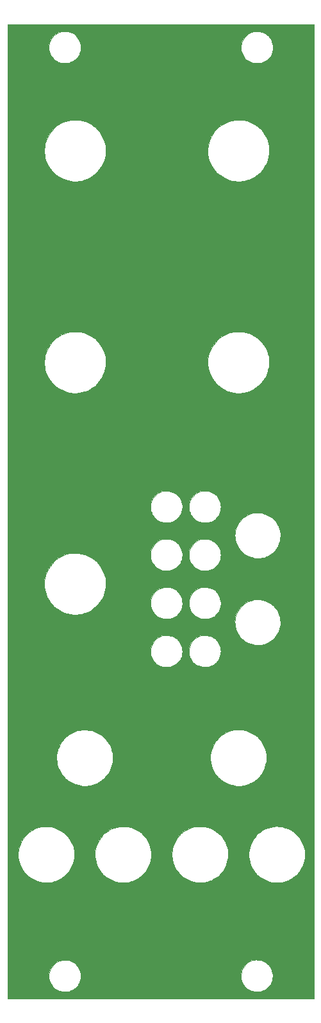
<source format=gbr>
%TF.GenerationSoftware,KiCad,Pcbnew,(6.0.0)*%
%TF.CreationDate,2022-07-13T19:55:52+02:00*%
%TF.ProjectId,wavefolder-panel,77617665-666f-46c6-9465-722d70616e65,rev?*%
%TF.SameCoordinates,Original*%
%TF.FileFunction,Copper,L2,Bot*%
%TF.FilePolarity,Positive*%
%FSLAX46Y46*%
G04 Gerber Fmt 4.6, Leading zero omitted, Abs format (unit mm)*
G04 Created by KiCad (PCBNEW (6.0.0)) date 2022-07-13 19:55:52*
%MOMM*%
%LPD*%
G01*
G04 APERTURE LIST*
%TA.AperFunction,EtchedComponent*%
%ADD10C,0.010000*%
%TD*%
G04 APERTURE END LIST*
D10*
%TO.C,Ref\u002A\u002A*%
X147609161Y-176646417D02*
X107180828Y-176646417D01*
X107180828Y-176646417D02*
X107180828Y-173732080D01*
X107180828Y-173732080D02*
X112599568Y-173732080D01*
X112599568Y-173732080D02*
X112624524Y-173996234D01*
X112624524Y-173996234D02*
X112663407Y-174169917D01*
X112663407Y-174169917D02*
X112705500Y-174295917D01*
X112705500Y-174295917D02*
X112765247Y-174442411D01*
X112765247Y-174442411D02*
X112836010Y-174595224D01*
X112836010Y-174595224D02*
X112911148Y-174740183D01*
X112911148Y-174740183D02*
X112984020Y-174863113D01*
X112984020Y-174863113D02*
X112998024Y-174884228D01*
X112998024Y-174884228D02*
X113160443Y-175086818D01*
X113160443Y-175086818D02*
X113354718Y-175266850D01*
X113354718Y-175266850D02*
X113575581Y-175422111D01*
X113575581Y-175422111D02*
X113817764Y-175550385D01*
X113817764Y-175550385D02*
X114075998Y-175649459D01*
X114075998Y-175649459D02*
X114345015Y-175717119D01*
X114345015Y-175717119D02*
X114619546Y-175751149D01*
X114619546Y-175751149D02*
X114894323Y-175749336D01*
X114894323Y-175749336D02*
X115023078Y-175735326D01*
X115023078Y-175735326D02*
X115320084Y-175675077D01*
X115320084Y-175675077D02*
X115591080Y-175582511D01*
X115591080Y-175582511D02*
X115838343Y-175456181D01*
X115838343Y-175456181D02*
X116064152Y-175294637D01*
X116064152Y-175294637D02*
X116270784Y-175096431D01*
X116270784Y-175096431D02*
X116460519Y-174860113D01*
X116460519Y-174860113D02*
X116508534Y-174790499D01*
X116508534Y-174790499D02*
X116644583Y-174556703D01*
X116644583Y-174556703D02*
X116742385Y-174316839D01*
X116742385Y-174316839D02*
X116803895Y-174064320D01*
X116803895Y-174064320D02*
X116831064Y-173792561D01*
X116831064Y-173792561D02*
X116832143Y-173733998D01*
X116832143Y-173733998D02*
X137982675Y-173733998D01*
X137982675Y-173733998D02*
X137984972Y-173787324D01*
X137984972Y-173787324D02*
X138002682Y-173970556D01*
X138002682Y-173970556D02*
X138036403Y-174140352D01*
X138036403Y-174140352D02*
X138089845Y-174310109D01*
X138089845Y-174310109D02*
X138166714Y-174493226D01*
X138166714Y-174493226D02*
X138199340Y-174561929D01*
X138199340Y-174561929D02*
X138336645Y-174810416D01*
X138336645Y-174810416D02*
X138490955Y-175023214D01*
X138490955Y-175023214D02*
X138666972Y-175205141D01*
X138666972Y-175205141D02*
X138869394Y-175361014D01*
X138869394Y-175361014D02*
X139102919Y-175495649D01*
X139102919Y-175495649D02*
X139117155Y-175502730D01*
X139117155Y-175502730D02*
X139321109Y-175594109D01*
X139321109Y-175594109D02*
X139515185Y-175659794D01*
X139515185Y-175659794D02*
X139711330Y-175702282D01*
X139711330Y-175702282D02*
X139921491Y-175724067D01*
X139921491Y-175724067D02*
X140157615Y-175727647D01*
X140157615Y-175727647D02*
X140190244Y-175726921D01*
X140190244Y-175726921D02*
X140332598Y-175721843D01*
X140332598Y-175721843D02*
X140444877Y-175713973D01*
X140444877Y-175713973D02*
X140539318Y-175701823D01*
X140539318Y-175701823D02*
X140628159Y-175683903D01*
X140628159Y-175683903D02*
X140702931Y-175664549D01*
X140702931Y-175664549D02*
X140963289Y-175574383D01*
X140963289Y-175574383D02*
X141200647Y-175453622D01*
X141200647Y-175453622D02*
X141418956Y-175299480D01*
X141418956Y-175299480D02*
X141622163Y-175109173D01*
X141622163Y-175109173D02*
X141812614Y-174882046D01*
X141812614Y-174882046D02*
X141955474Y-174671341D01*
X141955474Y-174671341D02*
X142062920Y-174462038D01*
X142062920Y-174462038D02*
X142138237Y-174244729D01*
X142138237Y-174244729D02*
X142184709Y-174010005D01*
X142184709Y-174010005D02*
X142205320Y-173757167D01*
X142205320Y-173757167D02*
X142208802Y-173620123D01*
X142208802Y-173620123D02*
X142207515Y-173511791D01*
X142207515Y-173511791D02*
X142200612Y-173418730D01*
X142200612Y-173418730D02*
X142187249Y-173327501D01*
X142187249Y-173327501D02*
X142174062Y-173259750D01*
X142174062Y-173259750D02*
X142090264Y-172952865D01*
X142090264Y-172952865D02*
X141971732Y-172669147D01*
X141971732Y-172669147D02*
X141819008Y-172409638D01*
X141819008Y-172409638D02*
X141632633Y-172175384D01*
X141632633Y-172175384D02*
X141587244Y-172127418D01*
X141587244Y-172127418D02*
X141405116Y-171958263D01*
X141405116Y-171958263D02*
X141218835Y-171822883D01*
X141218835Y-171822883D02*
X141017848Y-171715087D01*
X141017848Y-171715087D02*
X140791604Y-171628684D01*
X140791604Y-171628684D02*
X140681303Y-171595840D01*
X140681303Y-171595840D02*
X140533956Y-171564287D01*
X140533956Y-171564287D02*
X140359375Y-171541464D01*
X140359375Y-171541464D02*
X140171905Y-171528137D01*
X140171905Y-171528137D02*
X139985889Y-171525068D01*
X139985889Y-171525068D02*
X139815672Y-171533021D01*
X139815672Y-171533021D02*
X139719360Y-171544613D01*
X139719360Y-171544613D02*
X139454784Y-171607948D01*
X139454784Y-171607948D02*
X139203522Y-171708799D01*
X139203522Y-171708799D02*
X138968251Y-171843706D01*
X138968251Y-171843706D02*
X138751644Y-172009213D01*
X138751644Y-172009213D02*
X138556377Y-172201859D01*
X138556377Y-172201859D02*
X138385123Y-172418187D01*
X138385123Y-172418187D02*
X138240558Y-172654738D01*
X138240558Y-172654738D02*
X138125356Y-172908053D01*
X138125356Y-172908053D02*
X138042191Y-173174674D01*
X138042191Y-173174674D02*
X137993740Y-173451142D01*
X137993740Y-173451142D02*
X137982675Y-173733998D01*
X137982675Y-173733998D02*
X116832143Y-173733998D01*
X116832143Y-173733998D02*
X116832828Y-173696897D01*
X116832828Y-173696897D02*
X116812998Y-173384312D01*
X116812998Y-173384312D02*
X116753928Y-173086434D01*
X116753928Y-173086434D02*
X116656245Y-172804749D01*
X116656245Y-172804749D02*
X116520577Y-172540743D01*
X116520577Y-172540743D02*
X116347550Y-172295900D01*
X116347550Y-172295900D02*
X116151912Y-172085034D01*
X116151912Y-172085034D02*
X115965972Y-171924641D01*
X115965972Y-171924641D02*
X115780203Y-171799401D01*
X115780203Y-171799401D02*
X115585236Y-171703225D01*
X115585236Y-171703225D02*
X115532719Y-171682542D01*
X115532719Y-171682542D02*
X115237352Y-171592224D01*
X115237352Y-171592224D02*
X114939465Y-171541158D01*
X114939465Y-171541158D02*
X114643191Y-171529485D01*
X114643191Y-171529485D02*
X114352664Y-171557345D01*
X114352664Y-171557345D02*
X114072017Y-171624878D01*
X114072017Y-171624878D02*
X114049411Y-171632233D01*
X114049411Y-171632233D02*
X113798843Y-171736635D01*
X113798843Y-171736635D02*
X113565790Y-171875392D01*
X113565790Y-171875392D02*
X113352483Y-172044417D01*
X113352483Y-172044417D02*
X113161151Y-172239629D01*
X113161151Y-172239629D02*
X112994026Y-172456941D01*
X112994026Y-172456941D02*
X112853337Y-172692271D01*
X112853337Y-172692271D02*
X112741317Y-172941534D01*
X112741317Y-172941534D02*
X112660195Y-173200646D01*
X112660195Y-173200646D02*
X112612201Y-173465523D01*
X112612201Y-173465523D02*
X112599568Y-173732080D01*
X112599568Y-173732080D02*
X107180828Y-173732080D01*
X107180828Y-173732080D02*
X107180828Y-157663354D01*
X107180828Y-157663354D02*
X108551653Y-157663354D01*
X108551653Y-157663354D02*
X108573186Y-157992557D01*
X108573186Y-157992557D02*
X108622497Y-158326035D01*
X108622497Y-158326035D02*
X108697630Y-158653571D01*
X108697630Y-158653571D02*
X108796628Y-158964949D01*
X108796628Y-158964949D02*
X108917533Y-159249952D01*
X108917533Y-159249952D02*
X108928258Y-159271637D01*
X108928258Y-159271637D02*
X109122896Y-159614074D01*
X109122896Y-159614074D02*
X109350841Y-159930696D01*
X109350841Y-159930696D02*
X109611214Y-160220651D01*
X109611214Y-160220651D02*
X109903135Y-160483090D01*
X109903135Y-160483090D02*
X110225722Y-160717162D01*
X110225722Y-160717162D02*
X110578095Y-160922016D01*
X110578095Y-160922016D02*
X110699004Y-160982219D01*
X110699004Y-160982219D02*
X111073700Y-161139648D01*
X111073700Y-161139648D02*
X111454962Y-161255920D01*
X111454962Y-161255920D02*
X111846452Y-161332115D01*
X111846452Y-161332115D02*
X111922161Y-161342134D01*
X111922161Y-161342134D02*
X112042329Y-161351511D01*
X112042329Y-161351511D02*
X112191966Y-161355058D01*
X112191966Y-161355058D02*
X112358672Y-161353184D01*
X112358672Y-161353184D02*
X112530044Y-161346297D01*
X112530044Y-161346297D02*
X112693680Y-161334803D01*
X112693680Y-161334803D02*
X112837179Y-161319112D01*
X112837179Y-161319112D02*
X112895828Y-161310111D01*
X112895828Y-161310111D02*
X113025200Y-161282523D01*
X113025200Y-161282523D02*
X113181231Y-161241209D01*
X113181231Y-161241209D02*
X113352054Y-161189991D01*
X113352054Y-161189991D02*
X113525804Y-161132694D01*
X113525804Y-161132694D02*
X113690616Y-161073142D01*
X113690616Y-161073142D02*
X113834622Y-161015157D01*
X113834622Y-161015157D02*
X113894132Y-160988412D01*
X113894132Y-160988412D02*
X114218830Y-160812536D01*
X114218830Y-160812536D02*
X114522283Y-160602252D01*
X114522283Y-160602252D02*
X114802656Y-160360776D01*
X114802656Y-160360776D02*
X115058112Y-160091320D01*
X115058112Y-160091320D02*
X115286817Y-159797099D01*
X115286817Y-159797099D02*
X115486935Y-159481327D01*
X115486935Y-159481327D02*
X115656629Y-159147219D01*
X115656629Y-159147219D02*
X115794065Y-158797988D01*
X115794065Y-158797988D02*
X115897407Y-158436848D01*
X115897407Y-158436848D02*
X115964819Y-158067015D01*
X115964819Y-158067015D02*
X115994466Y-157691701D01*
X115994466Y-157691701D02*
X115991952Y-157589481D01*
X115991952Y-157589481D02*
X118710155Y-157589481D01*
X118710155Y-157589481D02*
X118717923Y-157844454D01*
X118717923Y-157844454D02*
X118765978Y-158251243D01*
X118765978Y-158251243D02*
X118852000Y-158640024D01*
X118852000Y-158640024D02*
X118975383Y-159009738D01*
X118975383Y-159009738D02*
X119135517Y-159359325D01*
X119135517Y-159359325D02*
X119331794Y-159687725D01*
X119331794Y-159687725D02*
X119563605Y-159993879D01*
X119563605Y-159993879D02*
X119830341Y-160276729D01*
X119830341Y-160276729D02*
X120131393Y-160535213D01*
X120131393Y-160535213D02*
X120357078Y-160697649D01*
X120357078Y-160697649D02*
X120703827Y-160904964D01*
X120703827Y-160904964D02*
X121069845Y-161076411D01*
X121069845Y-161076411D02*
X121450377Y-161210213D01*
X121450377Y-161210213D02*
X121840672Y-161304597D01*
X121840672Y-161304597D02*
X122082161Y-161342134D01*
X122082161Y-161342134D02*
X122202329Y-161351511D01*
X122202329Y-161351511D02*
X122351966Y-161355058D01*
X122351966Y-161355058D02*
X122518672Y-161353184D01*
X122518672Y-161353184D02*
X122690044Y-161346297D01*
X122690044Y-161346297D02*
X122853680Y-161334803D01*
X122853680Y-161334803D02*
X122997179Y-161319112D01*
X122997179Y-161319112D02*
X123055828Y-161310111D01*
X123055828Y-161310111D02*
X123185200Y-161282523D01*
X123185200Y-161282523D02*
X123341231Y-161241209D01*
X123341231Y-161241209D02*
X123512054Y-161189991D01*
X123512054Y-161189991D02*
X123685804Y-161132694D01*
X123685804Y-161132694D02*
X123850616Y-161073142D01*
X123850616Y-161073142D02*
X123994622Y-161015157D01*
X123994622Y-161015157D02*
X124054132Y-160988412D01*
X124054132Y-160988412D02*
X124381309Y-160811376D01*
X124381309Y-160811376D02*
X124686307Y-160600282D01*
X124686307Y-160600282D02*
X124967419Y-160358126D01*
X124967419Y-160358126D02*
X125222940Y-160087904D01*
X125222940Y-160087904D02*
X125451162Y-159792610D01*
X125451162Y-159792610D02*
X125650379Y-159475242D01*
X125650379Y-159475242D02*
X125818884Y-159138795D01*
X125818884Y-159138795D02*
X125954972Y-158786264D01*
X125954972Y-158786264D02*
X126056935Y-158420646D01*
X126056935Y-158420646D02*
X126123068Y-158044936D01*
X126123068Y-158044936D02*
X126151663Y-157662130D01*
X126151663Y-157662130D02*
X126147501Y-157469706D01*
X126147501Y-157469706D02*
X128870605Y-157469706D01*
X128870605Y-157469706D02*
X128871367Y-157786435D01*
X128871367Y-157786435D02*
X128877119Y-157866292D01*
X128877119Y-157866292D02*
X128905040Y-158101546D01*
X128905040Y-158101546D02*
X128947309Y-158348201D01*
X128947309Y-158348201D02*
X129000596Y-158589755D01*
X129000596Y-158589755D02*
X129061571Y-158809708D01*
X129061571Y-158809708D02*
X129077458Y-158858887D01*
X129077458Y-158858887D02*
X129213271Y-159199842D01*
X129213271Y-159199842D02*
X129386058Y-159524026D01*
X129386058Y-159524026D02*
X129593059Y-159829274D01*
X129593059Y-159829274D02*
X129831513Y-160113419D01*
X129831513Y-160113419D02*
X130098660Y-160374296D01*
X130098660Y-160374296D02*
X130391739Y-160609739D01*
X130391739Y-160609739D02*
X130707991Y-160817581D01*
X130707991Y-160817581D02*
X131044655Y-160995657D01*
X131044655Y-160995657D02*
X131398970Y-161141801D01*
X131398970Y-161141801D02*
X131768177Y-161253847D01*
X131768177Y-161253847D02*
X132149514Y-161329629D01*
X132149514Y-161329629D02*
X132242161Y-161342134D01*
X132242161Y-161342134D02*
X132362401Y-161351516D01*
X132362401Y-161351516D02*
X132512103Y-161355062D01*
X132512103Y-161355062D02*
X132678858Y-161353180D01*
X132678858Y-161353180D02*
X132850257Y-161346278D01*
X132850257Y-161346278D02*
X133013893Y-161334767D01*
X133013893Y-161334767D02*
X133157357Y-161319053D01*
X133157357Y-161319053D02*
X133215828Y-161310066D01*
X133215828Y-161310066D02*
X133369507Y-161277023D01*
X133369507Y-161277023D02*
X133548396Y-161228252D01*
X133548396Y-161228252D02*
X133740309Y-161167871D01*
X133740309Y-161167871D02*
X133933064Y-161099999D01*
X133933064Y-161099999D02*
X134114474Y-161028752D01*
X134114474Y-161028752D02*
X134272357Y-160958250D01*
X134272357Y-160958250D02*
X134305933Y-160941625D01*
X134305933Y-160941625D02*
X134631316Y-160753177D01*
X134631316Y-160753177D02*
X134933877Y-160530662D01*
X134933877Y-160530662D02*
X135211708Y-160276816D01*
X135211708Y-160276816D02*
X135462904Y-159994378D01*
X135462904Y-159994378D02*
X135685558Y-159686086D01*
X135685558Y-159686086D02*
X135877762Y-159354677D01*
X135877762Y-159354677D02*
X136037610Y-159002889D01*
X136037610Y-159002889D02*
X136163196Y-158633460D01*
X136163196Y-158633460D02*
X136252613Y-158249128D01*
X136252613Y-158249128D02*
X136274516Y-158115000D01*
X136274516Y-158115000D02*
X136290393Y-157968216D01*
X136290393Y-157968216D02*
X136300368Y-157794621D01*
X136300368Y-157794621D02*
X136301680Y-157734087D01*
X136301680Y-157734087D02*
X139030740Y-157734087D01*
X139030740Y-157734087D02*
X139037262Y-157847225D01*
X139037262Y-157847225D02*
X139087878Y-158258311D01*
X139087878Y-158258311D02*
X139175582Y-158649516D01*
X139175582Y-158649516D02*
X139299980Y-159020156D01*
X139299980Y-159020156D02*
X139460678Y-159369545D01*
X139460678Y-159369545D02*
X139657280Y-159696999D01*
X139657280Y-159696999D02*
X139889395Y-160001832D01*
X139889395Y-160001832D02*
X140156626Y-160283360D01*
X140156626Y-160283360D02*
X140458580Y-160540897D01*
X140458580Y-160540897D02*
X140677078Y-160697649D01*
X140677078Y-160697649D02*
X141014259Y-160900333D01*
X141014259Y-160900333D02*
X141365710Y-161067472D01*
X141365710Y-161067472D02*
X141727535Y-161198049D01*
X141727535Y-161198049D02*
X142095837Y-161291042D01*
X142095837Y-161291042D02*
X142466722Y-161345434D01*
X142466722Y-161345434D02*
X142836293Y-161360205D01*
X142836293Y-161360205D02*
X143138537Y-161341721D01*
X143138537Y-161341721D02*
X143398167Y-161301576D01*
X143398167Y-161301576D02*
X143675260Y-161237424D01*
X143675260Y-161237424D02*
X143955606Y-161153345D01*
X143955606Y-161153345D02*
X144224995Y-161053421D01*
X144224995Y-161053421D02*
X144381244Y-160984849D01*
X144381244Y-160984849D02*
X144703403Y-160810637D01*
X144703403Y-160810637D02*
X145003769Y-160602466D01*
X145003769Y-160602466D02*
X145280789Y-160363560D01*
X145280789Y-160363560D02*
X145532907Y-160097140D01*
X145532907Y-160097140D02*
X145758568Y-159806432D01*
X145758568Y-159806432D02*
X145956219Y-159494658D01*
X145956219Y-159494658D02*
X146124304Y-159165041D01*
X146124304Y-159165041D02*
X146261269Y-158820805D01*
X146261269Y-158820805D02*
X146365558Y-158465174D01*
X146365558Y-158465174D02*
X146435618Y-158101370D01*
X146435618Y-158101370D02*
X146469894Y-157732618D01*
X146469894Y-157732618D02*
X146466830Y-157362140D01*
X146466830Y-157362140D02*
X146424873Y-156993160D01*
X146424873Y-156993160D02*
X146390693Y-156818560D01*
X146390693Y-156818560D02*
X146293817Y-156475538D01*
X146293817Y-156475538D02*
X146158702Y-156135572D01*
X146158702Y-156135572D02*
X145989290Y-155805305D01*
X145989290Y-155805305D02*
X145789523Y-155491379D01*
X145789523Y-155491379D02*
X145563342Y-155200435D01*
X145563342Y-155200435D02*
X145314691Y-154939116D01*
X145314691Y-154939116D02*
X145228872Y-154860949D01*
X145228872Y-154860949D02*
X144913458Y-154611644D01*
X144913458Y-154611644D02*
X144578716Y-154399220D01*
X144578716Y-154399220D02*
X144227263Y-154224353D01*
X144227263Y-154224353D02*
X143861713Y-154087723D01*
X143861713Y-154087723D02*
X143484681Y-153990008D01*
X143484681Y-153990008D02*
X143098783Y-153931886D01*
X143098783Y-153931886D02*
X142706635Y-153914034D01*
X142706635Y-153914034D02*
X142310850Y-153937132D01*
X142310850Y-153937132D02*
X141915328Y-154001581D01*
X141915328Y-154001581D02*
X141566065Y-154098169D01*
X141566065Y-154098169D02*
X141230122Y-154232558D01*
X141230122Y-154232558D02*
X140909678Y-154401837D01*
X140909678Y-154401837D02*
X140606911Y-154603094D01*
X140606911Y-154603094D02*
X140323999Y-154833419D01*
X140323999Y-154833419D02*
X140063121Y-155089900D01*
X140063121Y-155089900D02*
X139826455Y-155369628D01*
X139826455Y-155369628D02*
X139616181Y-155669690D01*
X139616181Y-155669690D02*
X139434476Y-155987177D01*
X139434476Y-155987177D02*
X139283519Y-156319176D01*
X139283519Y-156319176D02*
X139165488Y-156662778D01*
X139165488Y-156662778D02*
X139082562Y-157015071D01*
X139082562Y-157015071D02*
X139036920Y-157373144D01*
X139036920Y-157373144D02*
X139030740Y-157734087D01*
X139030740Y-157734087D02*
X136301680Y-157734087D01*
X136301680Y-157734087D02*
X136304433Y-157607090D01*
X136304433Y-157607090D02*
X136302582Y-157418497D01*
X136302582Y-157418497D02*
X136294805Y-157241719D01*
X136294805Y-157241719D02*
X136281098Y-157089629D01*
X136281098Y-157089629D02*
X136275124Y-157046084D01*
X136275124Y-157046084D02*
X136199361Y-156687189D01*
X136199361Y-156687189D02*
X136083922Y-156332936D01*
X136083922Y-156332936D02*
X135931461Y-155988517D01*
X135931461Y-155988517D02*
X135744632Y-155659129D01*
X135744632Y-155659129D02*
X135526087Y-155349966D01*
X135526087Y-155349966D02*
X135278481Y-155066224D01*
X135278481Y-155066224D02*
X135247828Y-155035020D01*
X135247828Y-155035020D02*
X134947845Y-154762284D01*
X134947845Y-154762284D02*
X134627057Y-154526399D01*
X134627057Y-154526399D02*
X134284970Y-154327071D01*
X134284970Y-154327071D02*
X133921087Y-154164007D01*
X133921087Y-154164007D02*
X133586529Y-154051450D01*
X133586529Y-154051450D02*
X133252717Y-153974286D01*
X133252717Y-153974286D02*
X132903177Y-153929205D01*
X132903177Y-153929205D02*
X132546087Y-153915977D01*
X132546087Y-153915977D02*
X132189623Y-153934371D01*
X132189623Y-153934371D02*
X131841966Y-153984157D01*
X131841966Y-153984157D02*
X131511292Y-154065106D01*
X131511292Y-154065106D02*
X131363609Y-154114017D01*
X131363609Y-154114017D02*
X131010171Y-154264169D01*
X131010171Y-154264169D02*
X130674219Y-154451249D01*
X130674219Y-154451249D02*
X130358381Y-154672547D01*
X130358381Y-154672547D02*
X130065287Y-154925351D01*
X130065287Y-154925351D02*
X129797564Y-155206950D01*
X129797564Y-155206950D02*
X129557842Y-155514631D01*
X129557842Y-155514631D02*
X129348749Y-155845683D01*
X129348749Y-155845683D02*
X129172915Y-156197395D01*
X129172915Y-156197395D02*
X129057683Y-156492623D01*
X129057683Y-156492623D02*
X128965154Y-156812221D01*
X128965154Y-156812221D02*
X128902331Y-157141442D01*
X128902331Y-157141442D02*
X128870605Y-157469706D01*
X128870605Y-157469706D02*
X126147501Y-157469706D01*
X126147501Y-157469706D02*
X126144243Y-157319125D01*
X126144243Y-157319125D02*
X126099356Y-156961681D01*
X126099356Y-156961681D02*
X126014490Y-156606334D01*
X126014490Y-156606334D02*
X125891936Y-156257501D01*
X125891936Y-156257501D02*
X125733982Y-155919600D01*
X125733982Y-155919600D02*
X125542921Y-155597048D01*
X125542921Y-155597048D02*
X125321042Y-155294263D01*
X125321042Y-155294263D02*
X125070635Y-155015664D01*
X125070635Y-155015664D02*
X124840219Y-154803812D01*
X124840219Y-154803812D02*
X124519334Y-154561196D01*
X124519334Y-154561196D02*
X124180220Y-154356122D01*
X124180220Y-154356122D02*
X123825334Y-154189198D01*
X123825334Y-154189198D02*
X123457132Y-154061031D01*
X123457132Y-154061031D02*
X123078072Y-153972229D01*
X123078072Y-153972229D02*
X122690610Y-153923400D01*
X122690610Y-153923400D02*
X122297203Y-153915149D01*
X122297203Y-153915149D02*
X121900309Y-153948086D01*
X121900309Y-153948086D02*
X121595328Y-154001581D01*
X121595328Y-154001581D02*
X121259805Y-154094785D01*
X121259805Y-154094785D02*
X120928181Y-154227355D01*
X120928181Y-154227355D02*
X120605366Y-154396336D01*
X120605366Y-154396336D02*
X120296269Y-154598772D01*
X120296269Y-154598772D02*
X120005800Y-154831708D01*
X120005800Y-154831708D02*
X119738870Y-155092187D01*
X119738870Y-155092187D02*
X119685155Y-155151360D01*
X119685155Y-155151360D02*
X119435690Y-155461437D01*
X119435690Y-155461437D02*
X119221117Y-155789362D01*
X119221117Y-155789362D02*
X119042538Y-156132071D01*
X119042538Y-156132071D02*
X118901051Y-156486502D01*
X118901051Y-156486502D02*
X118797759Y-156849590D01*
X118797759Y-156849590D02*
X118733760Y-157218270D01*
X118733760Y-157218270D02*
X118710155Y-157589481D01*
X118710155Y-157589481D02*
X115991952Y-157589481D01*
X115991952Y-157589481D02*
X115985480Y-157326424D01*
X115985480Y-157326424D02*
X115958956Y-157071356D01*
X115958956Y-157071356D02*
X115918638Y-156837163D01*
X115918638Y-156837163D02*
X115861367Y-156612830D01*
X115861367Y-156612830D02*
X115783980Y-156387343D01*
X115783980Y-156387343D02*
X115683316Y-156149689D01*
X115683316Y-156149689D02*
X115594710Y-155964979D01*
X115594710Y-155964979D02*
X115402291Y-155625944D01*
X115402291Y-155625944D02*
X115176810Y-155311748D01*
X115176810Y-155311748D02*
X114920748Y-155024230D01*
X114920748Y-155024230D02*
X114636585Y-154765230D01*
X114636585Y-154765230D02*
X114326801Y-154536590D01*
X114326801Y-154536590D02*
X113993877Y-154340148D01*
X113993877Y-154340148D02*
X113640293Y-154177747D01*
X113640293Y-154177747D02*
X113268529Y-154051226D01*
X113268529Y-154051226D02*
X112900486Y-153965888D01*
X112900486Y-153965888D02*
X112728352Y-153941881D01*
X112728352Y-153941881D02*
X112529231Y-153925830D01*
X112529231Y-153925830D02*
X112317802Y-153918218D01*
X112317802Y-153918218D02*
X112108745Y-153919529D01*
X112108745Y-153919529D02*
X111916742Y-153930246D01*
X111916742Y-153930246D02*
X111890813Y-153932646D01*
X111890813Y-153932646D02*
X111573924Y-153975241D01*
X111573924Y-153975241D02*
X111282396Y-154040034D01*
X111282396Y-154040034D02*
X111003492Y-154130761D01*
X111003492Y-154130761D02*
X110724477Y-154251158D01*
X110724477Y-154251158D02*
X110610494Y-154308198D01*
X110610494Y-154308198D02*
X110277745Y-154503530D01*
X110277745Y-154503530D02*
X109967608Y-154731343D01*
X109967608Y-154731343D02*
X109682251Y-154988423D01*
X109682251Y-154988423D02*
X109423844Y-155271554D01*
X109423844Y-155271554D02*
X109194554Y-155577523D01*
X109194554Y-155577523D02*
X108996550Y-155903112D01*
X108996550Y-155903112D02*
X108831999Y-156245109D01*
X108831999Y-156245109D02*
X108703071Y-156600297D01*
X108703071Y-156600297D02*
X108611933Y-156965462D01*
X108611933Y-156965462D02*
X108560755Y-157337389D01*
X108560755Y-157337389D02*
X108559857Y-157348644D01*
X108559857Y-157348644D02*
X108551653Y-157663354D01*
X108551653Y-157663354D02*
X107180828Y-157663354D01*
X107180828Y-157663354D02*
X107180828Y-144719684D01*
X107180828Y-144719684D02*
X113632873Y-144719684D01*
X113632873Y-144719684D02*
X113638107Y-145049050D01*
X113638107Y-145049050D02*
X113671449Y-145386343D01*
X113671449Y-145386343D02*
X113731420Y-145721146D01*
X113731420Y-145721146D02*
X113816542Y-146043041D01*
X113816542Y-146043041D02*
X113925337Y-146341611D01*
X113925337Y-146341611D02*
X113934484Y-146362943D01*
X113934484Y-146362943D02*
X114102362Y-146697571D01*
X114102362Y-146697571D02*
X114306023Y-147012862D01*
X114306023Y-147012862D02*
X114542531Y-147306593D01*
X114542531Y-147306593D02*
X114808948Y-147576545D01*
X114808948Y-147576545D02*
X115102339Y-147820496D01*
X115102339Y-147820496D02*
X115419767Y-148036225D01*
X115419767Y-148036225D02*
X115758297Y-148221510D01*
X115758297Y-148221510D02*
X116114992Y-148374131D01*
X116114992Y-148374131D02*
X116486915Y-148491867D01*
X116486915Y-148491867D02*
X116851232Y-148569308D01*
X116851232Y-148569308D02*
X116975308Y-148583492D01*
X116975308Y-148583492D02*
X117129606Y-148591874D01*
X117129606Y-148591874D02*
X117303523Y-148594716D01*
X117303523Y-148594716D02*
X117486455Y-148592281D01*
X117486455Y-148592281D02*
X117667799Y-148584829D01*
X117667799Y-148584829D02*
X117836950Y-148572624D01*
X117836950Y-148572624D02*
X117983307Y-148555927D01*
X117983307Y-148555927D02*
X118079332Y-148538964D01*
X118079332Y-148538964D02*
X118357197Y-148465567D01*
X118357197Y-148465567D02*
X118640040Y-148369091D01*
X118640040Y-148369091D02*
X118917168Y-148254138D01*
X118917168Y-148254138D02*
X119177887Y-148125314D01*
X119177887Y-148125314D02*
X119411506Y-147987221D01*
X119411506Y-147987221D02*
X119498198Y-147928119D01*
X119498198Y-147928119D02*
X119795773Y-147690122D01*
X119795773Y-147690122D02*
X120065791Y-147422543D01*
X120065791Y-147422543D02*
X120306875Y-147128864D01*
X120306875Y-147128864D02*
X120517652Y-146812566D01*
X120517652Y-146812566D02*
X120696747Y-146477130D01*
X120696747Y-146477130D02*
X120842786Y-146126038D01*
X120842786Y-146126038D02*
X120954393Y-145762772D01*
X120954393Y-145762772D02*
X121030194Y-145390813D01*
X121030194Y-145390813D02*
X121068814Y-145013642D01*
X121068814Y-145013642D02*
X121068837Y-144877963D01*
X121068837Y-144877963D02*
X133947741Y-144877963D01*
X133947741Y-144877963D02*
X133957797Y-145102792D01*
X133957797Y-145102792D02*
X134008279Y-145510746D01*
X134008279Y-145510746D02*
X134092245Y-145893585D01*
X134092245Y-145893585D02*
X134210558Y-146253177D01*
X134210558Y-146253177D02*
X134364083Y-146591389D01*
X134364083Y-146591389D02*
X134553683Y-146910089D01*
X134553683Y-146910089D02*
X134780221Y-147211144D01*
X134780221Y-147211144D02*
X135044561Y-147496421D01*
X135044561Y-147496421D02*
X135081250Y-147531969D01*
X135081250Y-147531969D02*
X135381253Y-147790510D01*
X135381253Y-147790510D02*
X135707094Y-148017699D01*
X135707094Y-148017699D02*
X136054399Y-148211369D01*
X136054399Y-148211369D02*
X136418793Y-148369352D01*
X136418793Y-148369352D02*
X136795904Y-148489479D01*
X136795904Y-148489479D02*
X137171232Y-148568018D01*
X137171232Y-148568018D02*
X137289987Y-148581613D01*
X137289987Y-148581613D02*
X137438208Y-148591190D01*
X137438208Y-148591190D02*
X137603451Y-148596623D01*
X137603451Y-148596623D02*
X137773268Y-148597788D01*
X137773268Y-148597788D02*
X137935214Y-148594558D01*
X137935214Y-148594558D02*
X138076842Y-148586810D01*
X138076842Y-148586810D02*
X138162004Y-148577990D01*
X138162004Y-148577990D02*
X138428351Y-148528825D01*
X138428351Y-148528825D02*
X138711192Y-148453351D01*
X138711192Y-148453351D02*
X138997606Y-148355697D01*
X138997606Y-148355697D02*
X139274671Y-148239997D01*
X139274671Y-148239997D02*
X139385911Y-148186631D01*
X139385911Y-148186631D02*
X139709028Y-148001530D01*
X139709028Y-148001530D02*
X140009470Y-147781863D01*
X140009470Y-147781863D02*
X140285668Y-147529758D01*
X140285668Y-147529758D02*
X140536056Y-147247344D01*
X140536056Y-147247344D02*
X140759066Y-146936750D01*
X140759066Y-146936750D02*
X140953130Y-146600105D01*
X140953130Y-146600105D02*
X141116682Y-146239538D01*
X141116682Y-146239538D02*
X141248152Y-145857177D01*
X141248152Y-145857177D02*
X141326002Y-145551705D01*
X141326002Y-145551705D02*
X141341914Y-145474349D01*
X141341914Y-145474349D02*
X141353943Y-145402400D01*
X141353943Y-145402400D02*
X141362616Y-145328021D01*
X141362616Y-145328021D02*
X141368459Y-145243371D01*
X141368459Y-145243371D02*
X141371999Y-145140613D01*
X141371999Y-145140613D02*
X141373762Y-145011908D01*
X141373762Y-145011908D02*
X141374275Y-144849417D01*
X141374275Y-144849417D02*
X141374278Y-144832917D01*
X141374278Y-144832917D02*
X141373831Y-144666342D01*
X141373831Y-144666342D02*
X141372152Y-144534324D01*
X141372152Y-144534324D02*
X141368726Y-144429093D01*
X141368726Y-144429093D02*
X141363043Y-144342879D01*
X141363043Y-144342879D02*
X141354591Y-144267911D01*
X141354591Y-144267911D02*
X141342856Y-144196421D01*
X141342856Y-144196421D02*
X141327343Y-144120706D01*
X141327343Y-144120706D02*
X141223501Y-143743447D01*
X141223501Y-143743447D02*
X141080839Y-143380275D01*
X141080839Y-143380275D02*
X140901369Y-143034094D01*
X140901369Y-143034094D02*
X140687100Y-142707806D01*
X140687100Y-142707806D02*
X140440043Y-142404317D01*
X140440043Y-142404317D02*
X140162209Y-142126530D01*
X140162209Y-142126530D02*
X139855608Y-141877349D01*
X139855608Y-141877349D02*
X139699246Y-141769040D01*
X139699246Y-141769040D02*
X139357752Y-141569498D01*
X139357752Y-141569498D02*
X139002183Y-141409863D01*
X139002183Y-141409863D02*
X138632719Y-141290183D01*
X138632719Y-141290183D02*
X138249537Y-141210504D01*
X138249537Y-141210504D02*
X137852818Y-141170872D01*
X137852818Y-141170872D02*
X137442739Y-141171335D01*
X137442739Y-141171335D02*
X137406065Y-141173294D01*
X137406065Y-141173294D02*
X137052901Y-141209573D01*
X137052901Y-141209573D02*
X136718056Y-141277871D01*
X136718056Y-141277871D02*
X136395341Y-141380306D01*
X136395341Y-141380306D02*
X136078563Y-141518994D01*
X136078563Y-141518994D02*
X135761531Y-141696053D01*
X135761531Y-141696053D02*
X135628828Y-141781032D01*
X135628828Y-141781032D02*
X135480611Y-141889033D01*
X135480611Y-141889033D02*
X135318694Y-142023609D01*
X135318694Y-142023609D02*
X135152030Y-142176020D01*
X135152030Y-142176020D02*
X134989570Y-142337525D01*
X134989570Y-142337525D02*
X134840265Y-142499382D01*
X134840265Y-142499382D02*
X134713069Y-142652850D01*
X134713069Y-142652850D02*
X134654307Y-142732623D01*
X134654307Y-142732623D02*
X134438547Y-143075110D01*
X134438547Y-143075110D02*
X134261070Y-143426743D01*
X134261070Y-143426743D02*
X134122564Y-143785183D01*
X134122564Y-143785183D02*
X134023716Y-144148091D01*
X134023716Y-144148091D02*
X133965213Y-144513131D01*
X133965213Y-144513131D02*
X133947741Y-144877963D01*
X133947741Y-144877963D02*
X121068837Y-144877963D01*
X121068837Y-144877963D02*
X121068880Y-144634741D01*
X121068880Y-144634741D02*
X121029015Y-144257592D01*
X121029015Y-144257592D02*
X121003280Y-144116288D01*
X121003280Y-144116288D02*
X120909690Y-143760995D01*
X120909690Y-143760995D02*
X120776586Y-143413722D01*
X120776586Y-143413722D02*
X120606575Y-143078264D01*
X120606575Y-143078264D02*
X120402266Y-142758415D01*
X120402266Y-142758415D02*
X120166265Y-142457970D01*
X120166265Y-142457970D02*
X119901181Y-142180724D01*
X119901181Y-142180724D02*
X119609620Y-141930472D01*
X119609620Y-141930472D02*
X119395090Y-141776000D01*
X119395090Y-141776000D02*
X119062007Y-141578873D01*
X119062007Y-141578873D02*
X118710770Y-141419557D01*
X118710770Y-141419557D02*
X118343155Y-141298516D01*
X118343155Y-141298516D02*
X117960942Y-141216214D01*
X117960942Y-141216214D02*
X117565907Y-141173115D01*
X117565907Y-141173115D02*
X117159829Y-141169684D01*
X117159829Y-141169684D02*
X117086065Y-141173294D01*
X117086065Y-141173294D02*
X116702231Y-141215921D01*
X116702231Y-141215921D02*
X116330921Y-141298937D01*
X116330921Y-141298937D02*
X115971912Y-141422420D01*
X115971912Y-141422420D02*
X115624985Y-141586446D01*
X115624985Y-141586446D02*
X115289919Y-141791094D01*
X115289919Y-141791094D02*
X115245328Y-141822017D01*
X115245328Y-141822017D02*
X115125028Y-141914524D01*
X115125028Y-141914524D02*
X114987961Y-142032928D01*
X114987961Y-142032928D02*
X114842377Y-142168976D01*
X114842377Y-142168976D02*
X114696522Y-142314412D01*
X114696522Y-142314412D02*
X114558647Y-142460982D01*
X114558647Y-142460982D02*
X114436999Y-142600431D01*
X114436999Y-142600431D02*
X114339826Y-142724505D01*
X114339826Y-142724505D02*
X114330592Y-142737417D01*
X114330592Y-142737417D02*
X114228750Y-142892512D01*
X114228750Y-142892512D02*
X114122672Y-143073293D01*
X114122672Y-143073293D02*
X114020361Y-143264920D01*
X114020361Y-143264920D02*
X113929814Y-143452551D01*
X113929814Y-143452551D02*
X113871592Y-143588877D01*
X113871592Y-143588877D02*
X113818869Y-143737044D01*
X113818869Y-143737044D02*
X113766733Y-143910129D01*
X113766733Y-143910129D02*
X113719409Y-144091977D01*
X113719409Y-144091977D02*
X113681122Y-144266428D01*
X113681122Y-144266428D02*
X113657223Y-144408662D01*
X113657223Y-144408662D02*
X113632873Y-144719684D01*
X113632873Y-144719684D02*
X107180828Y-144719684D01*
X107180828Y-144719684D02*
X107180828Y-130944103D01*
X107180828Y-130944103D02*
X126026644Y-130944103D01*
X126026644Y-130944103D02*
X126036246Y-131048129D01*
X126036246Y-131048129D02*
X126063613Y-131220773D01*
X126063613Y-131220773D02*
X126098268Y-131368757D01*
X126098268Y-131368757D02*
X126145415Y-131509706D01*
X126145415Y-131509706D02*
X126210260Y-131661242D01*
X126210260Y-131661242D02*
X126229326Y-131701755D01*
X126229326Y-131701755D02*
X126324026Y-131886600D01*
X126324026Y-131886600D02*
X126418906Y-132041269D01*
X126418906Y-132041269D02*
X126521800Y-132177219D01*
X126521800Y-132177219D02*
X126640544Y-132305909D01*
X126640544Y-132305909D02*
X126646407Y-132311734D01*
X126646407Y-132311734D02*
X126860439Y-132496091D01*
X126860439Y-132496091D02*
X127097771Y-132647649D01*
X127097771Y-132647649D02*
X127360598Y-132767513D01*
X127360598Y-132767513D02*
X127651116Y-132856792D01*
X127651116Y-132856792D02*
X127786578Y-132886340D01*
X127786578Y-132886340D02*
X127909276Y-132901980D01*
X127909276Y-132901980D02*
X128060333Y-132908847D01*
X128060333Y-132908847D02*
X128226791Y-132907402D01*
X128226791Y-132907402D02*
X128395697Y-132898107D01*
X128395697Y-132898107D02*
X128554093Y-132881426D01*
X128554093Y-132881426D02*
X128689025Y-132857819D01*
X128689025Y-132857819D02*
X128707328Y-132853491D01*
X128707328Y-132853491D02*
X128873819Y-132801170D01*
X128873819Y-132801170D02*
X129053871Y-132725682D01*
X129053871Y-132725682D02*
X129231958Y-132634618D01*
X129231958Y-132634618D02*
X129392556Y-132535570D01*
X129392556Y-132535570D02*
X129464045Y-132483398D01*
X129464045Y-132483398D02*
X129572010Y-132387473D01*
X129572010Y-132387473D02*
X129689159Y-132264158D01*
X129689159Y-132264158D02*
X129806681Y-132124383D01*
X129806681Y-132124383D02*
X129915768Y-131979078D01*
X129915768Y-131979078D02*
X130007612Y-131839173D01*
X130007612Y-131839173D02*
X130060217Y-131743677D01*
X130060217Y-131743677D02*
X130167715Y-131477999D01*
X130167715Y-131477999D02*
X130235425Y-131201352D01*
X130235425Y-131201352D02*
X130263382Y-130917120D01*
X130263382Y-130917120D02*
X130259705Y-130826899D01*
X130259705Y-130826899D02*
X131107895Y-130826899D01*
X131107895Y-130826899D02*
X131126199Y-131115968D01*
X131126199Y-131115968D02*
X131174656Y-131362721D01*
X131174656Y-131362721D02*
X131206406Y-131460181D01*
X131206406Y-131460181D02*
X131255437Y-131581209D01*
X131255437Y-131581209D02*
X131316052Y-131713814D01*
X131316052Y-131713814D02*
X131382552Y-131846011D01*
X131382552Y-131846011D02*
X131449240Y-131965811D01*
X131449240Y-131965811D02*
X131498577Y-132044200D01*
X131498577Y-132044200D02*
X131666975Y-132254969D01*
X131666975Y-132254969D02*
X131867875Y-132440994D01*
X131867875Y-132440994D02*
X132098098Y-132600318D01*
X132098098Y-132600318D02*
X132354468Y-132730984D01*
X132354468Y-132730984D02*
X132633809Y-132831032D01*
X132633809Y-132831032D02*
X132865511Y-132886540D01*
X132865511Y-132886540D02*
X132989368Y-132902106D01*
X132989368Y-132902106D02*
X133141479Y-132908870D01*
X133141479Y-132908870D02*
X133308792Y-132907301D01*
X133308792Y-132907301D02*
X133478256Y-132897866D01*
X133478256Y-132897866D02*
X133636818Y-132881034D01*
X133636818Y-132881034D02*
X133771427Y-132857272D01*
X133771427Y-132857272D02*
X133787328Y-132853491D01*
X133787328Y-132853491D02*
X133957237Y-132799976D01*
X133957237Y-132799976D02*
X134139947Y-132722843D01*
X134139947Y-132722843D02*
X134319795Y-132629812D01*
X134319795Y-132629812D02*
X134481121Y-132528600D01*
X134481121Y-132528600D02*
X134549005Y-132478088D01*
X134549005Y-132478088D02*
X134661435Y-132376919D01*
X134661435Y-132376919D02*
X134782165Y-132248606D01*
X134782165Y-132248606D02*
X134902008Y-132104556D01*
X134902008Y-132104556D02*
X135011775Y-131956177D01*
X135011775Y-131956177D02*
X135102279Y-131814876D01*
X135102279Y-131814876D02*
X135141383Y-131742567D01*
X135141383Y-131742567D02*
X135234845Y-131522164D01*
X135234845Y-131522164D02*
X135296997Y-131297467D01*
X135296997Y-131297467D02*
X135330296Y-131057472D01*
X135330296Y-131057472D02*
X135337808Y-130862917D01*
X135337808Y-130862917D02*
X135324794Y-130591630D01*
X135324794Y-130591630D02*
X135282170Y-130340062D01*
X135282170Y-130340062D02*
X135206983Y-130095047D01*
X135206983Y-130095047D02*
X135120158Y-129892294D01*
X135120158Y-129892294D02*
X135022263Y-129703780D01*
X135022263Y-129703780D02*
X134920275Y-129543881D01*
X134920275Y-129543881D02*
X134804691Y-129399225D01*
X134804691Y-129399225D02*
X134673346Y-129263460D01*
X134673346Y-129263460D02*
X134474103Y-129091462D01*
X134474103Y-129091462D02*
X134270501Y-128956216D01*
X134270501Y-128956216D02*
X134053306Y-128852425D01*
X134053306Y-128852425D02*
X133828643Y-128778846D01*
X133828643Y-128778846D02*
X133518913Y-128715143D01*
X133518913Y-128715143D02*
X133218454Y-128691849D01*
X133218454Y-128691849D02*
X132928600Y-128708649D01*
X132928600Y-128708649D02*
X132650686Y-128765231D01*
X132650686Y-128765231D02*
X132386045Y-128861280D01*
X132386045Y-128861280D02*
X132136011Y-128996484D01*
X132136011Y-128996484D02*
X131901920Y-129170529D01*
X131901920Y-129170529D02*
X131811114Y-129252798D01*
X131811114Y-129252798D02*
X131602012Y-129479845D01*
X131602012Y-129479845D02*
X131428365Y-129725338D01*
X131428365Y-129725338D02*
X131291151Y-129986034D01*
X131291151Y-129986034D02*
X131191349Y-130258688D01*
X131191349Y-130258688D02*
X131129938Y-130540058D01*
X131129938Y-130540058D02*
X131107895Y-130826899D01*
X131107895Y-130826899D02*
X130259705Y-130826899D01*
X130259705Y-130826899D02*
X130251626Y-130628685D01*
X130251626Y-130628685D02*
X130200194Y-130339431D01*
X130200194Y-130339431D02*
X130109122Y-130052739D01*
X130109122Y-130052739D02*
X130039683Y-129892175D01*
X130039683Y-129892175D02*
X129941899Y-129703358D01*
X129941899Y-129703358D02*
X129839705Y-129543096D01*
X129839705Y-129543096D02*
X129723540Y-129397924D01*
X129723540Y-129397924D02*
X129593346Y-129263460D01*
X129593346Y-129263460D02*
X129394103Y-129091462D01*
X129394103Y-129091462D02*
X129190501Y-128956216D01*
X129190501Y-128956216D02*
X128973306Y-128852425D01*
X128973306Y-128852425D02*
X128748643Y-128778846D01*
X128748643Y-128778846D02*
X128437768Y-128715411D01*
X128437768Y-128715411D02*
X128135585Y-128692986D01*
X128135585Y-128692986D02*
X127843933Y-128710807D01*
X127843933Y-128710807D02*
X127564648Y-128768108D01*
X127564648Y-128768108D02*
X127299570Y-128864124D01*
X127299570Y-128864124D02*
X127050537Y-128998092D01*
X127050537Y-128998092D02*
X126819386Y-129169246D01*
X126819386Y-129169246D02*
X126607955Y-129376822D01*
X126607955Y-129376822D02*
X126418083Y-129620054D01*
X126418083Y-129620054D02*
X126308774Y-129794000D01*
X126308774Y-129794000D02*
X126203813Y-130006794D01*
X126203813Y-130006794D02*
X126120868Y-130238558D01*
X126120868Y-130238558D02*
X126062191Y-130478937D01*
X126062191Y-130478937D02*
X126030033Y-130717571D01*
X126030033Y-130717571D02*
X126026644Y-130944103D01*
X126026644Y-130944103D02*
X107180828Y-130944103D01*
X107180828Y-130944103D02*
X107180828Y-127021167D01*
X107180828Y-127021167D02*
X137192201Y-127021167D01*
X137192201Y-127021167D02*
X137197731Y-127225200D01*
X137197731Y-127225200D02*
X137216601Y-127415255D01*
X137216601Y-127415255D02*
X137251110Y-127604736D01*
X137251110Y-127604736D02*
X137303556Y-127807050D01*
X137303556Y-127807050D02*
X137355516Y-127973667D01*
X137355516Y-127973667D02*
X137482281Y-128292395D01*
X137482281Y-128292395D02*
X137644741Y-128590769D01*
X137644741Y-128590769D02*
X137840430Y-128866770D01*
X137840430Y-128866770D02*
X138066885Y-129118377D01*
X138066885Y-129118377D02*
X138321643Y-129343571D01*
X138321643Y-129343571D02*
X138602240Y-129540332D01*
X138602240Y-129540332D02*
X138906213Y-129706640D01*
X138906213Y-129706640D02*
X139231097Y-129840476D01*
X139231097Y-129840476D02*
X139574428Y-129939818D01*
X139574428Y-129939818D02*
X139809244Y-129985398D01*
X139809244Y-129985398D02*
X139960923Y-130002513D01*
X139960923Y-130002513D02*
X140137798Y-130011664D01*
X140137798Y-130011664D02*
X140324846Y-130012893D01*
X140324846Y-130012893D02*
X140507043Y-130006244D01*
X140507043Y-130006244D02*
X140669368Y-129991759D01*
X140669368Y-129991759D02*
X140731556Y-129982759D01*
X140731556Y-129982759D02*
X141025397Y-129914718D01*
X141025397Y-129914718D02*
X141322915Y-129810544D01*
X141322915Y-129810544D02*
X141615383Y-129674580D01*
X141615383Y-129674580D02*
X141894075Y-129511168D01*
X141894075Y-129511168D02*
X142150263Y-129324651D01*
X142150263Y-129324651D02*
X142280296Y-129212051D01*
X142280296Y-129212051D02*
X142483537Y-128998769D01*
X142483537Y-128998769D02*
X142669937Y-128752955D01*
X142669937Y-128752955D02*
X142835101Y-128482541D01*
X142835101Y-128482541D02*
X142974638Y-128195457D01*
X142974638Y-128195457D02*
X143084155Y-127899633D01*
X143084155Y-127899633D02*
X143152347Y-127637705D01*
X143152347Y-127637705D02*
X143207285Y-127276249D01*
X143207285Y-127276249D02*
X143222389Y-126919889D01*
X143222389Y-126919889D02*
X143198121Y-126571231D01*
X143198121Y-126571231D02*
X143134939Y-126232885D01*
X143134939Y-126232885D02*
X143033303Y-125907458D01*
X143033303Y-125907458D02*
X142893673Y-125597557D01*
X142893673Y-125597557D02*
X142750036Y-125355178D01*
X142750036Y-125355178D02*
X142646935Y-125214296D01*
X142646935Y-125214296D02*
X142519254Y-125062513D01*
X142519254Y-125062513D02*
X142375928Y-124908877D01*
X142375928Y-124908877D02*
X142225886Y-124762436D01*
X142225886Y-124762436D02*
X142078062Y-124632239D01*
X142078062Y-124632239D02*
X141941388Y-124527332D01*
X141941388Y-124527332D02*
X141915328Y-124509619D01*
X141915328Y-124509619D02*
X141596963Y-124324071D01*
X141596963Y-124324071D02*
X141257872Y-124174666D01*
X141257872Y-124174666D02*
X140901672Y-124062912D01*
X140901672Y-124062912D02*
X140772328Y-124032695D01*
X140772328Y-124032695D02*
X140655567Y-124014563D01*
X140655567Y-124014563D02*
X140507812Y-124001815D01*
X140507812Y-124001815D02*
X140339809Y-123994445D01*
X140339809Y-123994445D02*
X140162302Y-123992445D01*
X140162302Y-123992445D02*
X139986039Y-123995807D01*
X139986039Y-123995807D02*
X139821765Y-124004524D01*
X139821765Y-124004524D02*
X139680225Y-124018588D01*
X139680225Y-124018588D02*
X139591311Y-124033526D01*
X139591311Y-124033526D02*
X139269201Y-124121693D01*
X139269201Y-124121693D02*
X138967843Y-124242901D01*
X138967843Y-124242901D02*
X138683331Y-124399337D01*
X138683331Y-124399337D02*
X138411758Y-124593189D01*
X138411758Y-124593189D02*
X138149219Y-124826646D01*
X138149219Y-124826646D02*
X138115068Y-124860500D01*
X138115068Y-124860500D02*
X137894218Y-125100288D01*
X137894218Y-125100288D02*
X137709719Y-125342233D01*
X137709719Y-125342233D02*
X137556107Y-125595090D01*
X137556107Y-125595090D02*
X137427918Y-125867611D01*
X137427918Y-125867611D02*
X137342538Y-126098040D01*
X137342538Y-126098040D02*
X137275767Y-126318979D01*
X137275767Y-126318979D02*
X137230443Y-126523448D01*
X137230443Y-126523448D02*
X137203736Y-126728824D01*
X137203736Y-126728824D02*
X137192815Y-126952480D01*
X137192815Y-126952480D02*
X137192201Y-127021167D01*
X137192201Y-127021167D02*
X107180828Y-127021167D01*
X107180828Y-127021167D02*
X107180828Y-121785172D01*
X107180828Y-121785172D02*
X112010375Y-121785172D01*
X112010375Y-121785172D02*
X112016315Y-122095519D01*
X112016315Y-122095519D02*
X112045421Y-122416048D01*
X112045421Y-122416048D02*
X112096339Y-122735093D01*
X112096339Y-122735093D02*
X112167714Y-123040995D01*
X112167714Y-123040995D02*
X112232737Y-123251556D01*
X112232737Y-123251556D02*
X112380827Y-123615437D01*
X112380827Y-123615437D02*
X112565825Y-123962459D01*
X112565825Y-123962459D02*
X112784871Y-124290282D01*
X112784871Y-124290282D02*
X113035107Y-124596567D01*
X113035107Y-124596567D02*
X113313677Y-124878975D01*
X113313677Y-124878975D02*
X113617721Y-125135167D01*
X113617721Y-125135167D02*
X113944381Y-125362803D01*
X113944381Y-125362803D02*
X114290799Y-125559546D01*
X114290799Y-125559546D02*
X114654117Y-125723054D01*
X114654117Y-125723054D02*
X115031478Y-125850990D01*
X115031478Y-125850990D02*
X115420022Y-125941014D01*
X115420022Y-125941014D02*
X115543333Y-125961009D01*
X115543333Y-125961009D02*
X115691818Y-125977100D01*
X115691818Y-125977100D02*
X115866221Y-125987172D01*
X115866221Y-125987172D02*
X116053419Y-125991192D01*
X116053419Y-125991192D02*
X116240290Y-125989126D01*
X116240290Y-125989126D02*
X116413709Y-125980942D01*
X116413709Y-125980942D02*
X116560555Y-125966605D01*
X116560555Y-125966605D02*
X116581470Y-125963624D01*
X116581470Y-125963624D02*
X116701879Y-125944058D01*
X116701879Y-125944058D02*
X116838164Y-125919760D01*
X116838164Y-125919760D02*
X116964906Y-125895305D01*
X116964906Y-125895305D02*
X116990277Y-125890088D01*
X116990277Y-125890088D02*
X117364166Y-125790775D01*
X117364166Y-125790775D02*
X117723914Y-125653198D01*
X117723914Y-125653198D02*
X118067416Y-125479682D01*
X118067416Y-125479682D02*
X118392569Y-125272548D01*
X118392569Y-125272548D02*
X118697267Y-125034120D01*
X118697267Y-125034120D02*
X118979407Y-124766721D01*
X118979407Y-124766721D02*
X119129632Y-124595158D01*
X119129632Y-124595158D02*
X126028729Y-124595158D01*
X126028729Y-124595158D02*
X126050219Y-124790153D01*
X126050219Y-124790153D02*
X126118125Y-125075757D01*
X126118125Y-125075757D02*
X126222511Y-125346852D01*
X126222511Y-125346852D02*
X126360596Y-125599535D01*
X126360596Y-125599535D02*
X126529602Y-125829905D01*
X126529602Y-125829905D02*
X126726750Y-126034059D01*
X126726750Y-126034059D02*
X126949260Y-126208096D01*
X126949260Y-126208096D02*
X127140994Y-126321646D01*
X127140994Y-126321646D02*
X127248775Y-126370655D01*
X127248775Y-126370655D02*
X127382833Y-126421881D01*
X127382833Y-126421881D02*
X127527761Y-126470147D01*
X127527761Y-126470147D02*
X127668152Y-126510278D01*
X127668152Y-126510278D02*
X127774964Y-126534613D01*
X127774964Y-126534613D02*
X127909177Y-126551596D01*
X127909177Y-126551596D02*
X128070802Y-126559000D01*
X128070802Y-126559000D02*
X128246119Y-126557273D01*
X128246119Y-126557273D02*
X128421411Y-126546862D01*
X128421411Y-126546862D02*
X128582960Y-126528213D01*
X128582960Y-126528213D02*
X128707328Y-126504245D01*
X128707328Y-126504245D02*
X128804118Y-126474929D01*
X128804118Y-126474929D02*
X128922194Y-126431231D01*
X128922194Y-126431231D02*
X129045808Y-126379277D01*
X129045808Y-126379277D02*
X129130661Y-126339574D01*
X129130661Y-126339574D02*
X129227760Y-126290574D01*
X129227760Y-126290574D02*
X129304238Y-126247878D01*
X129304238Y-126247878D02*
X129369888Y-126204247D01*
X129369888Y-126204247D02*
X129434503Y-126152441D01*
X129434503Y-126152441D02*
X129507876Y-126085221D01*
X129507876Y-126085221D02*
X129599801Y-125995350D01*
X129599801Y-125995350D02*
X129609859Y-125985366D01*
X129609859Y-125985366D02*
X129807580Y-125771259D01*
X129807580Y-125771259D02*
X129965946Y-125558744D01*
X129965946Y-125558744D02*
X130087343Y-125342343D01*
X130087343Y-125342343D02*
X130174156Y-125116580D01*
X130174156Y-125116580D02*
X130228770Y-124875979D01*
X130228770Y-124875979D02*
X130253569Y-124615063D01*
X130253569Y-124615063D02*
X130253993Y-124592310D01*
X130253993Y-124592310D02*
X131106724Y-124592310D01*
X131106724Y-124592310D02*
X131141806Y-124862428D01*
X131141806Y-124862428D02*
X131217900Y-125132195D01*
X131217900Y-125132195D02*
X131311668Y-125356659D01*
X131311668Y-125356659D02*
X131413774Y-125552506D01*
X131413774Y-125552506D02*
X131521186Y-125719180D01*
X131521186Y-125719180D02*
X131642985Y-125869672D01*
X131642985Y-125869672D02*
X131742606Y-125973268D01*
X131742606Y-125973268D02*
X131959129Y-126155994D01*
X131959129Y-126155994D02*
X132203328Y-126308362D01*
X132203328Y-126308362D02*
X132471620Y-126428565D01*
X132471620Y-126428565D02*
X132760424Y-126514796D01*
X132760424Y-126514796D02*
X132854964Y-126534613D01*
X132854964Y-126534613D02*
X132989177Y-126551596D01*
X132989177Y-126551596D02*
X133150802Y-126559000D01*
X133150802Y-126559000D02*
X133326119Y-126557273D01*
X133326119Y-126557273D02*
X133501411Y-126546862D01*
X133501411Y-126546862D02*
X133662960Y-126528213D01*
X133662960Y-126528213D02*
X133787328Y-126504245D01*
X133787328Y-126504245D02*
X133884718Y-126474739D01*
X133884718Y-126474739D02*
X134003092Y-126430867D01*
X134003092Y-126430867D02*
X134126443Y-126378856D01*
X134126443Y-126378856D02*
X134207316Y-126340872D01*
X134207316Y-126340872D02*
X134320236Y-126282790D01*
X134320236Y-126282790D02*
X134409480Y-126229991D01*
X134409480Y-126229991D02*
X134488888Y-126172728D01*
X134488888Y-126172728D02*
X134572302Y-126101255D01*
X134572302Y-126101255D02*
X134647188Y-126031152D01*
X134647188Y-126031152D02*
X134735474Y-125943565D01*
X134735474Y-125943565D02*
X134823864Y-125850416D01*
X134823864Y-125850416D02*
X134901496Y-125763451D01*
X134901496Y-125763451D02*
X134953020Y-125700405D01*
X134953020Y-125700405D02*
X135102266Y-125469416D01*
X135102266Y-125469416D02*
X135215454Y-125219711D01*
X135215454Y-125219711D02*
X135292305Y-124955196D01*
X135292305Y-124955196D02*
X135332540Y-124679781D01*
X135332540Y-124679781D02*
X135335881Y-124397375D01*
X135335881Y-124397375D02*
X135302049Y-124111885D01*
X135302049Y-124111885D02*
X135230765Y-123827220D01*
X135230765Y-123827220D02*
X135121750Y-123547289D01*
X135121750Y-123547289D02*
X135108551Y-123519265D01*
X135108551Y-123519265D02*
X134960551Y-123254299D01*
X134960551Y-123254299D02*
X134786248Y-123022477D01*
X134786248Y-123022477D02*
X134585899Y-122823977D01*
X134585899Y-122823977D02*
X134359757Y-122658976D01*
X134359757Y-122658976D02*
X134108078Y-122527652D01*
X134108078Y-122527652D02*
X133831118Y-122430182D01*
X133831118Y-122430182D02*
X133529130Y-122366743D01*
X133529130Y-122366743D02*
X133433351Y-122354335D01*
X133433351Y-122354335D02*
X133193324Y-122343062D01*
X133193324Y-122343062D02*
X132945791Y-122360012D01*
X132945791Y-122360012D02*
X132702476Y-122403242D01*
X132702476Y-122403242D02*
X132475105Y-122470814D01*
X132475105Y-122470814D02*
X132316244Y-122539231D01*
X132316244Y-122539231D02*
X132080032Y-122680833D01*
X132080032Y-122680833D02*
X131858762Y-122857566D01*
X131858762Y-122857566D02*
X131657834Y-123063317D01*
X131657834Y-123063317D02*
X131482651Y-123291973D01*
X131482651Y-123291973D02*
X131338612Y-123537421D01*
X131338612Y-123537421D02*
X131246346Y-123750163D01*
X131246346Y-123750163D02*
X131159115Y-124039146D01*
X131159115Y-124039146D02*
X131112534Y-124318872D01*
X131112534Y-124318872D02*
X131106724Y-124592310D01*
X131106724Y-124592310D02*
X130253993Y-124592310D01*
X130253993Y-124592310D02*
X130255674Y-124502334D01*
X130255674Y-124502334D02*
X130236163Y-124203070D01*
X130236163Y-124203070D02*
X130179521Y-123914169D01*
X130179521Y-123914169D02*
X130087845Y-123639202D01*
X130087845Y-123639202D02*
X129963235Y-123381739D01*
X129963235Y-123381739D02*
X129807788Y-123145352D01*
X129807788Y-123145352D02*
X129623605Y-122933610D01*
X129623605Y-122933610D02*
X129412782Y-122750085D01*
X129412782Y-122750085D02*
X129177420Y-122598348D01*
X129177420Y-122598348D02*
X129118554Y-122567577D01*
X129118554Y-122567577D02*
X128873888Y-122465933D01*
X128873888Y-122465933D02*
X128612344Y-122395150D01*
X128612344Y-122395150D02*
X128341087Y-122355338D01*
X128341087Y-122355338D02*
X128067282Y-122346603D01*
X128067282Y-122346603D02*
X127798094Y-122369055D01*
X127798094Y-122369055D02*
X127540687Y-122422800D01*
X127540687Y-122422800D02*
X127302227Y-122507946D01*
X127302227Y-122507946D02*
X127236244Y-122539231D01*
X127236244Y-122539231D02*
X126994292Y-122683430D01*
X126994292Y-122683430D02*
X126773883Y-122858940D01*
X126773883Y-122858940D02*
X126577333Y-123061369D01*
X126577333Y-123061369D02*
X126406958Y-123286321D01*
X126406958Y-123286321D02*
X126265072Y-123529404D01*
X126265072Y-123529404D02*
X126153991Y-123786223D01*
X126153991Y-123786223D02*
X126076030Y-124052385D01*
X126076030Y-124052385D02*
X126033504Y-124323494D01*
X126033504Y-124323494D02*
X126028729Y-124595158D01*
X126028729Y-124595158D02*
X119129632Y-124595158D01*
X119129632Y-124595158D02*
X119236884Y-124472673D01*
X119236884Y-124472673D02*
X119467593Y-124154301D01*
X119467593Y-124154301D02*
X119669430Y-123813926D01*
X119669430Y-123813926D02*
X119840292Y-123453871D01*
X119840292Y-123453871D02*
X119978072Y-123076460D01*
X119978072Y-123076460D02*
X120080668Y-122684016D01*
X120080668Y-122684016D02*
X120126602Y-122428000D01*
X120126602Y-122428000D02*
X120144076Y-122263466D01*
X120144076Y-122263466D02*
X120153187Y-122072033D01*
X120153187Y-122072033D02*
X120154255Y-121865737D01*
X120154255Y-121865737D02*
X120147599Y-121656614D01*
X120147599Y-121656614D02*
X120133538Y-121456700D01*
X120133538Y-121456700D02*
X120112391Y-121278032D01*
X120112391Y-121278032D02*
X120093255Y-121170698D01*
X120093255Y-121170698D02*
X119983344Y-120750596D01*
X119983344Y-120750596D02*
X119837870Y-120352795D01*
X119837870Y-120352795D02*
X119657408Y-119978148D01*
X119657408Y-119978148D02*
X119442532Y-119627508D01*
X119442532Y-119627508D02*
X119193817Y-119301725D01*
X119193817Y-119301725D02*
X118911837Y-119001654D01*
X118911837Y-119001654D02*
X118597168Y-118728145D01*
X118597168Y-118728145D02*
X118303911Y-118516845D01*
X118303911Y-118516845D02*
X118142836Y-118418549D01*
X118142836Y-118418549D02*
X117955097Y-118317037D01*
X117955097Y-118317037D02*
X117754953Y-118219201D01*
X117754953Y-118219201D02*
X117733644Y-118209823D01*
X117733644Y-118209823D02*
X126031415Y-118209823D01*
X126031415Y-118209823D02*
X126043812Y-118395426D01*
X126043812Y-118395426D02*
X126070781Y-118559039D01*
X126070781Y-118559039D02*
X126078985Y-118591808D01*
X126078985Y-118591808D02*
X126172463Y-118870120D01*
X126172463Y-118870120D02*
X126296462Y-119131220D01*
X126296462Y-119131220D02*
X126447613Y-119369997D01*
X126447613Y-119369997D02*
X126622548Y-119581340D01*
X126622548Y-119581340D02*
X126817899Y-119760140D01*
X126817899Y-119760140D02*
X126879461Y-119806299D01*
X126879461Y-119806299D02*
X127127561Y-119957815D01*
X127127561Y-119957815D02*
X127396478Y-120074912D01*
X127396478Y-120074912D02*
X127680677Y-120156301D01*
X127680677Y-120156301D02*
X127974622Y-120200694D01*
X127974622Y-120200694D02*
X128272778Y-120206803D01*
X128272778Y-120206803D02*
X128503618Y-120184326D01*
X128503618Y-120184326D02*
X128781326Y-120124004D01*
X128781326Y-120124004D02*
X129044338Y-120030213D01*
X129044338Y-120030213D02*
X129228774Y-119938349D01*
X129228774Y-119938349D02*
X129397156Y-119825208D01*
X129397156Y-119825208D02*
X129567025Y-119679423D01*
X129567025Y-119679423D02*
X129730463Y-119509626D01*
X129730463Y-119509626D02*
X129879554Y-119324447D01*
X129879554Y-119324447D02*
X130006379Y-119132519D01*
X130006379Y-119132519D02*
X130062797Y-119029153D01*
X130062797Y-119029153D02*
X130167290Y-118775691D01*
X130167290Y-118775691D02*
X130233479Y-118511822D01*
X130233479Y-118511822D02*
X130262822Y-118241667D01*
X130262822Y-118241667D02*
X130262116Y-118209823D01*
X130262116Y-118209823D02*
X131111415Y-118209823D01*
X131111415Y-118209823D02*
X131123812Y-118395426D01*
X131123812Y-118395426D02*
X131150781Y-118559039D01*
X131150781Y-118559039D02*
X131158985Y-118591808D01*
X131158985Y-118591808D02*
X131252463Y-118870120D01*
X131252463Y-118870120D02*
X131376462Y-119131220D01*
X131376462Y-119131220D02*
X131527613Y-119369997D01*
X131527613Y-119369997D02*
X131702548Y-119581340D01*
X131702548Y-119581340D02*
X131897899Y-119760140D01*
X131897899Y-119760140D02*
X131959461Y-119806299D01*
X131959461Y-119806299D02*
X132207561Y-119957815D01*
X132207561Y-119957815D02*
X132476478Y-120074912D01*
X132476478Y-120074912D02*
X132760677Y-120156301D01*
X132760677Y-120156301D02*
X133054622Y-120200694D01*
X133054622Y-120200694D02*
X133352778Y-120206803D01*
X133352778Y-120206803D02*
X133583618Y-120184326D01*
X133583618Y-120184326D02*
X133869524Y-120122372D01*
X133869524Y-120122372D02*
X134133292Y-120025481D01*
X134133292Y-120025481D02*
X134376726Y-119892556D01*
X134376726Y-119892556D02*
X134601629Y-119722498D01*
X134601629Y-119722498D02*
X134809805Y-119514207D01*
X134809805Y-119514207D02*
X134934077Y-119361672D01*
X134934077Y-119361672D02*
X135035743Y-119211944D01*
X135035743Y-119211944D02*
X135130034Y-119044566D01*
X135130034Y-119044566D02*
X135209834Y-118873748D01*
X135209834Y-118873748D02*
X135268022Y-118713700D01*
X135268022Y-118713700D02*
X135279749Y-118671676D01*
X135279749Y-118671676D02*
X135331021Y-118391223D01*
X135331021Y-118391223D02*
X135343565Y-118108414D01*
X135343565Y-118108414D02*
X135319269Y-117827355D01*
X135319269Y-117827355D02*
X135260019Y-117552152D01*
X135260019Y-117552152D02*
X135167703Y-117286912D01*
X135167703Y-117286912D02*
X135044208Y-117035739D01*
X135044208Y-117035739D02*
X134891422Y-116802740D01*
X134891422Y-116802740D02*
X134711232Y-116592020D01*
X134711232Y-116592020D02*
X134505524Y-116407687D01*
X134505524Y-116407687D02*
X134276187Y-116253844D01*
X134276187Y-116253844D02*
X134134918Y-116181049D01*
X134134918Y-116181049D02*
X134045320Y-116144443D01*
X134045320Y-116144443D02*
X133932197Y-116105045D01*
X133932197Y-116105045D02*
X133813432Y-116068856D01*
X133813432Y-116068856D02*
X133751338Y-116052284D01*
X133751338Y-116052284D02*
X133654193Y-116029280D01*
X133654193Y-116029280D02*
X133570364Y-116013384D01*
X133570364Y-116013384D02*
X133487698Y-116003367D01*
X133487698Y-116003367D02*
X133394038Y-115998000D01*
X133394038Y-115998000D02*
X133277230Y-115996056D01*
X133277230Y-115996056D02*
X133194661Y-115996010D01*
X133194661Y-115996010D02*
X133054074Y-115997520D01*
X133054074Y-115997520D02*
X132945096Y-116001860D01*
X132945096Y-116001860D02*
X132857043Y-116010038D01*
X132857043Y-116010038D02*
X132779230Y-116023063D01*
X132779230Y-116023063D02*
X132700972Y-116041943D01*
X132700972Y-116041943D02*
X132697244Y-116042954D01*
X132697244Y-116042954D02*
X132424093Y-116138734D01*
X132424093Y-116138734D02*
X132168689Y-116271268D01*
X132168689Y-116271268D02*
X131933678Y-116437756D01*
X131933678Y-116437756D02*
X131721709Y-116635402D01*
X131721709Y-116635402D02*
X131535429Y-116861409D01*
X131535429Y-116861409D02*
X131377488Y-117112980D01*
X131377488Y-117112980D02*
X131250531Y-117387318D01*
X131250531Y-117387318D02*
X131161285Y-117665500D01*
X131161285Y-117665500D02*
X131130187Y-117830418D01*
X131130187Y-117830418D02*
X131113551Y-118016673D01*
X131113551Y-118016673D02*
X131111415Y-118209823D01*
X131111415Y-118209823D02*
X130262116Y-118209823D01*
X130262116Y-118209823D02*
X130256777Y-117969346D01*
X130256777Y-117969346D02*
X130216803Y-117698981D01*
X130216803Y-117698981D02*
X130144358Y-117434693D01*
X130144358Y-117434693D02*
X130040899Y-117180601D01*
X130040899Y-117180601D02*
X129907886Y-116940828D01*
X129907886Y-116940828D02*
X129746776Y-116719493D01*
X129746776Y-116719493D02*
X129559028Y-116520717D01*
X129559028Y-116520717D02*
X129346100Y-116348622D01*
X129346100Y-116348622D02*
X129109450Y-116207328D01*
X129109450Y-116207328D02*
X129054918Y-116181049D01*
X129054918Y-116181049D02*
X128965320Y-116144443D01*
X128965320Y-116144443D02*
X128852197Y-116105045D01*
X128852197Y-116105045D02*
X128733432Y-116068856D01*
X128733432Y-116068856D02*
X128671338Y-116052284D01*
X128671338Y-116052284D02*
X128574193Y-116029280D01*
X128574193Y-116029280D02*
X128490364Y-116013384D01*
X128490364Y-116013384D02*
X128407698Y-116003367D01*
X128407698Y-116003367D02*
X128314038Y-115998000D01*
X128314038Y-115998000D02*
X128197230Y-115996056D01*
X128197230Y-115996056D02*
X128114661Y-115996010D01*
X128114661Y-115996010D02*
X127974074Y-115997520D01*
X127974074Y-115997520D02*
X127865096Y-116001860D01*
X127865096Y-116001860D02*
X127777043Y-116010038D01*
X127777043Y-116010038D02*
X127699230Y-116023063D01*
X127699230Y-116023063D02*
X127620972Y-116041943D01*
X127620972Y-116041943D02*
X127617244Y-116042954D01*
X127617244Y-116042954D02*
X127344093Y-116138734D01*
X127344093Y-116138734D02*
X127088689Y-116271268D01*
X127088689Y-116271268D02*
X126853678Y-116437756D01*
X126853678Y-116437756D02*
X126641709Y-116635402D01*
X126641709Y-116635402D02*
X126455429Y-116861409D01*
X126455429Y-116861409D02*
X126297488Y-117112980D01*
X126297488Y-117112980D02*
X126170531Y-117387318D01*
X126170531Y-117387318D02*
X126081285Y-117665500D01*
X126081285Y-117665500D02*
X126050187Y-117830418D01*
X126050187Y-117830418D02*
X126033551Y-118016673D01*
X126033551Y-118016673D02*
X126031415Y-118209823D01*
X126031415Y-118209823D02*
X117733644Y-118209823D01*
X117733644Y-118209823D02*
X117556661Y-118131936D01*
X117556661Y-118131936D02*
X117374478Y-118062135D01*
X117374478Y-118062135D02*
X117337951Y-118049799D01*
X117337951Y-118049799D02*
X116948337Y-117943591D01*
X116948337Y-117943591D02*
X116550791Y-117876911D01*
X116550791Y-117876911D02*
X116149429Y-117849603D01*
X116149429Y-117849603D02*
X115748366Y-117861509D01*
X115748366Y-117861509D02*
X115351715Y-117912471D01*
X115351715Y-117912471D02*
X114963593Y-118002333D01*
X114963593Y-118002333D02*
X114588112Y-118130937D01*
X114588112Y-118130937D02*
X114523966Y-118157432D01*
X114523966Y-118157432D02*
X114184944Y-118320130D01*
X114184944Y-118320130D02*
X113867799Y-118512495D01*
X113867799Y-118512495D02*
X113566191Y-118738790D01*
X113566191Y-118738790D02*
X113290515Y-118986905D01*
X113290515Y-118986905D02*
X112996311Y-119301122D01*
X112996311Y-119301122D02*
X112738578Y-119634589D01*
X112738578Y-119634589D02*
X112518108Y-119985729D01*
X112518108Y-119985729D02*
X112335693Y-120352966D01*
X112335693Y-120352966D02*
X112192126Y-120734725D01*
X112192126Y-120734725D02*
X112088199Y-121129428D01*
X112088199Y-121129428D02*
X112028954Y-121496667D01*
X112028954Y-121496667D02*
X112010375Y-121785172D01*
X112010375Y-121785172D02*
X107180828Y-121785172D01*
X107180828Y-121785172D02*
X107180828Y-115478584D01*
X107180828Y-115478584D02*
X137192117Y-115478584D01*
X137192117Y-115478584D02*
X137194978Y-115763813D01*
X137194978Y-115763813D02*
X137226431Y-116031989D01*
X137226431Y-116031989D02*
X137235280Y-116078000D01*
X137235280Y-116078000D02*
X137297943Y-116334853D01*
X137297943Y-116334853D02*
X137378617Y-116588788D01*
X137378617Y-116588788D02*
X137472206Y-116824852D01*
X137472206Y-116824852D02*
X137534333Y-116955390D01*
X137534333Y-116955390D02*
X137703403Y-117238994D01*
X137703403Y-117238994D02*
X137907474Y-117502561D01*
X137907474Y-117502561D02*
X138142955Y-117743451D01*
X138142955Y-117743451D02*
X138406255Y-117959027D01*
X138406255Y-117959027D02*
X138693783Y-118146650D01*
X138693783Y-118146650D02*
X139001946Y-118303680D01*
X139001946Y-118303680D02*
X139327154Y-118427480D01*
X139327154Y-118427480D02*
X139654402Y-118513095D01*
X139654402Y-118513095D02*
X139773504Y-118533758D01*
X139773504Y-118533758D02*
X139909201Y-118551390D01*
X139909201Y-118551390D02*
X140048294Y-118564806D01*
X140048294Y-118564806D02*
X140177586Y-118572818D01*
X140177586Y-118572818D02*
X140283878Y-118574241D01*
X140283878Y-118574241D02*
X140317244Y-118572681D01*
X140317244Y-118572681D02*
X140379887Y-118568209D01*
X140379887Y-118568209D02*
X140467331Y-118562137D01*
X140467331Y-118562137D02*
X140562138Y-118555676D01*
X140562138Y-118555676D02*
X140575401Y-118554782D01*
X140575401Y-118554782D02*
X140837157Y-118518819D01*
X140837157Y-118518819D02*
X141108865Y-118447345D01*
X141108865Y-118447345D02*
X141383545Y-118343649D01*
X141383545Y-118343649D02*
X141654217Y-118211018D01*
X141654217Y-118211018D02*
X141913900Y-118052740D01*
X141913900Y-118052740D02*
X142155615Y-117872106D01*
X142155615Y-117872106D02*
X142303540Y-117740682D01*
X142303540Y-117740682D02*
X142531914Y-117493994D01*
X142531914Y-117493994D02*
X142729033Y-117222393D01*
X142729033Y-117222393D02*
X142894182Y-116929940D01*
X142894182Y-116929940D02*
X143026644Y-116620696D01*
X143026644Y-116620696D02*
X143125701Y-116298721D01*
X143125701Y-116298721D02*
X143190638Y-115968077D01*
X143190638Y-115968077D02*
X143220736Y-115632823D01*
X143220736Y-115632823D02*
X143215280Y-115297020D01*
X143215280Y-115297020D02*
X143173552Y-114964729D01*
X143173552Y-114964729D02*
X143094836Y-114640012D01*
X143094836Y-114640012D02*
X142978415Y-114326927D01*
X142978415Y-114326927D02*
X142925882Y-114215334D01*
X142925882Y-114215334D02*
X142752988Y-113915882D01*
X142752988Y-113915882D02*
X142543637Y-113635599D01*
X142543637Y-113635599D02*
X142300773Y-113378168D01*
X142300773Y-113378168D02*
X142150126Y-113244443D01*
X142150126Y-113244443D02*
X141870227Y-113036050D01*
X141870227Y-113036050D02*
X141574066Y-112864208D01*
X141574066Y-112864208D02*
X141257599Y-112726978D01*
X141257599Y-112726978D02*
X140916782Y-112622424D01*
X140916782Y-112622424D02*
X140791107Y-112593216D01*
X140791107Y-112593216D02*
X140643850Y-112569077D01*
X140643850Y-112569077D02*
X140469574Y-112552462D01*
X140469574Y-112552462D02*
X140280092Y-112543492D01*
X140280092Y-112543492D02*
X140087216Y-112542287D01*
X140087216Y-112542287D02*
X139902759Y-112548968D01*
X139902759Y-112548968D02*
X139738533Y-112563656D01*
X139738533Y-112563656D02*
X139629328Y-112581322D01*
X139629328Y-112581322D02*
X139290361Y-112673581D01*
X139290361Y-112673581D02*
X138967535Y-112803739D01*
X138967535Y-112803739D02*
X138663226Y-112969661D01*
X138663226Y-112969661D02*
X138379809Y-113169214D01*
X138379809Y-113169214D02*
X138119659Y-113400263D01*
X138119659Y-113400263D02*
X137885151Y-113660675D01*
X137885151Y-113660675D02*
X137678660Y-113948315D01*
X137678660Y-113948315D02*
X137502562Y-114261050D01*
X137502562Y-114261050D02*
X137359231Y-114596745D01*
X137359231Y-114596745D02*
X137346501Y-114632321D01*
X137346501Y-114632321D02*
X137268739Y-114901665D01*
X137268739Y-114901665D02*
X137216991Y-115187477D01*
X137216991Y-115187477D02*
X137192117Y-115478584D01*
X137192117Y-115478584D02*
X107180828Y-115478584D01*
X107180828Y-115478584D02*
X107180828Y-111690488D01*
X107180828Y-111690488D02*
X126032534Y-111690488D01*
X126032534Y-111690488D02*
X126032947Y-111852064D01*
X126032947Y-111852064D02*
X126041691Y-112013021D01*
X126041691Y-112013021D02*
X126058403Y-112159397D01*
X126058403Y-112159397D02*
X126080189Y-112268000D01*
X126080189Y-112268000D02*
X126126089Y-112408533D01*
X126126089Y-112408533D02*
X126191863Y-112567164D01*
X126191863Y-112567164D02*
X126271421Y-112732052D01*
X126271421Y-112732052D02*
X126358671Y-112891353D01*
X126358671Y-112891353D02*
X126447525Y-113033223D01*
X126447525Y-113033223D02*
X126531141Y-113144938D01*
X126531141Y-113144938D02*
X126719308Y-113335190D01*
X126719308Y-113335190D02*
X126938436Y-113502059D01*
X126938436Y-113502059D02*
X127182043Y-113641912D01*
X127182043Y-113641912D02*
X127443646Y-113751114D01*
X127443646Y-113751114D02*
X127716763Y-113826033D01*
X127716763Y-113826033D02*
X127761900Y-113834742D01*
X127761900Y-113834742D02*
X127918166Y-113854466D01*
X127918166Y-113854466D02*
X128097763Y-113863232D01*
X128097763Y-113863232D02*
X128284514Y-113861206D01*
X128284514Y-113861206D02*
X128462238Y-113848554D01*
X128462238Y-113848554D02*
X128612078Y-113826003D01*
X128612078Y-113826003D02*
X128893268Y-113748870D01*
X128893268Y-113748870D02*
X129150544Y-113638402D01*
X129150544Y-113638402D02*
X129386311Y-113493033D01*
X129386311Y-113493033D02*
X129602975Y-113311195D01*
X129602975Y-113311195D02*
X129802943Y-113091322D01*
X129802943Y-113091322D02*
X129866656Y-113008834D01*
X129866656Y-113008834D02*
X129977416Y-112847763D01*
X129977416Y-112847763D02*
X130063596Y-112692078D01*
X130063596Y-112692078D02*
X130135156Y-112522688D01*
X130135156Y-112522688D02*
X130165454Y-112436274D01*
X130165454Y-112436274D02*
X130233193Y-112167614D01*
X130233193Y-112167614D02*
X130262082Y-111890391D01*
X130262082Y-111890391D02*
X130255920Y-111690488D01*
X130255920Y-111690488D02*
X131112534Y-111690488D01*
X131112534Y-111690488D02*
X131112947Y-111852064D01*
X131112947Y-111852064D02*
X131121691Y-112013021D01*
X131121691Y-112013021D02*
X131138403Y-112159397D01*
X131138403Y-112159397D02*
X131160189Y-112268000D01*
X131160189Y-112268000D02*
X131206089Y-112408533D01*
X131206089Y-112408533D02*
X131271863Y-112567164D01*
X131271863Y-112567164D02*
X131351421Y-112732052D01*
X131351421Y-112732052D02*
X131438671Y-112891353D01*
X131438671Y-112891353D02*
X131527525Y-113033223D01*
X131527525Y-113033223D02*
X131611141Y-113144938D01*
X131611141Y-113144938D02*
X131799308Y-113335190D01*
X131799308Y-113335190D02*
X132018436Y-113502059D01*
X132018436Y-113502059D02*
X132262043Y-113641912D01*
X132262043Y-113641912D02*
X132523646Y-113751114D01*
X132523646Y-113751114D02*
X132796763Y-113826033D01*
X132796763Y-113826033D02*
X132841900Y-113834742D01*
X132841900Y-113834742D02*
X132998166Y-113854466D01*
X132998166Y-113854466D02*
X133177763Y-113863232D01*
X133177763Y-113863232D02*
X133364514Y-113861206D01*
X133364514Y-113861206D02*
X133542238Y-113848554D01*
X133542238Y-113848554D02*
X133692078Y-113826003D01*
X133692078Y-113826003D02*
X133979266Y-113746122D01*
X133979266Y-113746122D02*
X134244106Y-113630289D01*
X134244106Y-113630289D02*
X134486597Y-113478503D01*
X134486597Y-113478503D02*
X134706740Y-113290763D01*
X134706740Y-113290763D02*
X134904535Y-113067069D01*
X134904535Y-113067069D02*
X135078773Y-112809465D01*
X135078773Y-112809465D02*
X135200304Y-112563824D01*
X135200304Y-112563824D02*
X135284444Y-112303022D01*
X135284444Y-112303022D02*
X135331469Y-112031222D01*
X135331469Y-112031222D02*
X135341654Y-111752587D01*
X135341654Y-111752587D02*
X135315273Y-111471283D01*
X135315273Y-111471283D02*
X135252601Y-111191472D01*
X135252601Y-111191472D02*
X135153914Y-110917318D01*
X135153914Y-110917318D02*
X135019485Y-110652986D01*
X135019485Y-110652986D02*
X134926894Y-110508191D01*
X134926894Y-110508191D02*
X134748827Y-110286086D01*
X134748827Y-110286086D02*
X134543884Y-110096270D01*
X134543884Y-110096270D02*
X134311675Y-109938497D01*
X134311675Y-109938497D02*
X134051809Y-109812523D01*
X134051809Y-109812523D02*
X133763894Y-109718101D01*
X133763894Y-109718101D02*
X133617773Y-109684349D01*
X133617773Y-109684349D02*
X133485363Y-109665795D01*
X133485363Y-109665795D02*
X133327161Y-109656594D01*
X133327161Y-109656594D02*
X133155748Y-109656338D01*
X133155748Y-109656338D02*
X132983699Y-109664619D01*
X132983699Y-109664619D02*
X132823593Y-109681028D01*
X132823593Y-109681028D02*
X132688007Y-109705156D01*
X132688007Y-109705156D02*
X132646807Y-109715889D01*
X132646807Y-109715889D02*
X132381917Y-109814760D01*
X132381917Y-109814760D02*
X132133750Y-109950459D01*
X132133750Y-109950459D02*
X131905088Y-110119844D01*
X131905088Y-110119844D02*
X131698709Y-110319772D01*
X131698709Y-110319772D02*
X131517395Y-110547099D01*
X131517395Y-110547099D02*
X131363924Y-110798684D01*
X131363924Y-110798684D02*
X131241078Y-111071384D01*
X131241078Y-111071384D02*
X131151636Y-111362055D01*
X131151636Y-111362055D02*
X131138158Y-111421334D01*
X131138158Y-111421334D02*
X131120817Y-111542256D01*
X131120817Y-111542256D02*
X131112534Y-111690488D01*
X131112534Y-111690488D02*
X130255920Y-111690488D01*
X130255920Y-111690488D02*
X130253422Y-111609457D01*
X130253422Y-111609457D02*
X130208512Y-111329664D01*
X130208512Y-111329664D02*
X130128655Y-111055865D01*
X130128655Y-111055865D02*
X130015151Y-110792914D01*
X130015151Y-110792914D02*
X129869301Y-110545661D01*
X129869301Y-110545661D02*
X129692405Y-110318959D01*
X129692405Y-110318959D02*
X129562089Y-110185576D01*
X129562089Y-110185576D02*
X129375993Y-110030501D01*
X129375993Y-110030501D02*
X129178022Y-109904623D01*
X129178022Y-109904623D02*
X128960683Y-109804274D01*
X128960683Y-109804274D02*
X128716482Y-109725789D01*
X128716482Y-109725789D02*
X128537773Y-109684349D01*
X128537773Y-109684349D02*
X128403960Y-109665623D01*
X128403960Y-109665623D02*
X128244305Y-109656445D01*
X128244305Y-109656445D02*
X128071493Y-109656394D01*
X128071493Y-109656394D02*
X127898210Y-109665053D01*
X127898210Y-109665053D02*
X127737143Y-109682003D01*
X127737143Y-109682003D02*
X127600978Y-109706825D01*
X127600978Y-109706825D02*
X127564328Y-109716481D01*
X127564328Y-109716481D02*
X127300839Y-109814724D01*
X127300839Y-109814724D02*
X127053734Y-109949882D01*
X127053734Y-109949882D02*
X126825825Y-110118771D01*
X126825825Y-110118771D02*
X126619925Y-110318208D01*
X126619925Y-110318208D02*
X126438848Y-110545009D01*
X126438848Y-110545009D02*
X126285405Y-110795991D01*
X126285405Y-110795991D02*
X126162410Y-111067968D01*
X126162410Y-111067968D02*
X126072675Y-111357757D01*
X126072675Y-111357757D02*
X126058158Y-111421334D01*
X126058158Y-111421334D02*
X126040817Y-111542256D01*
X126040817Y-111542256D02*
X126032534Y-111690488D01*
X126032534Y-111690488D02*
X107180828Y-111690488D01*
X107180828Y-111690488D02*
X107180828Y-92517488D01*
X107180828Y-92517488D02*
X112014174Y-92517488D01*
X112014174Y-92517488D02*
X112017097Y-92916615D01*
X112017097Y-92916615D02*
X112060223Y-93326642D01*
X112060223Y-93326642D02*
X112115838Y-93628806D01*
X112115838Y-93628806D02*
X112216168Y-93995352D01*
X112216168Y-93995352D02*
X112355899Y-94351960D01*
X112355899Y-94351960D02*
X112532677Y-94695674D01*
X112532677Y-94695674D02*
X112744146Y-95023534D01*
X112744146Y-95023534D02*
X112987954Y-95332583D01*
X112987954Y-95332583D02*
X113261747Y-95619862D01*
X113261747Y-95619862D02*
X113563171Y-95882413D01*
X113563171Y-95882413D02*
X113889871Y-96117278D01*
X113889871Y-96117278D02*
X114239494Y-96321499D01*
X114239494Y-96321499D02*
X114271661Y-96338099D01*
X114271661Y-96338099D02*
X114596889Y-96486867D01*
X114596889Y-96486867D02*
X114934621Y-96608849D01*
X114934621Y-96608849D02*
X115273508Y-96700397D01*
X115273508Y-96700397D02*
X115560983Y-96752521D01*
X115560983Y-96752521D02*
X115729186Y-96769392D01*
X115729186Y-96769392D02*
X115921903Y-96778772D01*
X115921903Y-96778772D02*
X116124386Y-96780655D01*
X116124386Y-96780655D02*
X116321887Y-96775038D01*
X116321887Y-96775038D02*
X116499657Y-96761917D01*
X116499657Y-96761917D02*
X116574669Y-96752807D01*
X116574669Y-96752807D02*
X116985170Y-96678575D01*
X116985170Y-96678575D02*
X117366410Y-96575951D01*
X117366410Y-96575951D02*
X117721985Y-96443242D01*
X117721985Y-96443242D02*
X118055490Y-96278751D01*
X118055490Y-96278751D02*
X118370519Y-96080784D01*
X118370519Y-96080784D02*
X118670667Y-95847645D01*
X118670667Y-95847645D02*
X118861541Y-95674470D01*
X118861541Y-95674470D02*
X119150004Y-95368398D01*
X119150004Y-95368398D02*
X119405366Y-95036798D01*
X119405366Y-95036798D02*
X119626467Y-94681924D01*
X119626467Y-94681924D02*
X119812146Y-94306029D01*
X119812146Y-94306029D02*
X119961244Y-93911366D01*
X119961244Y-93911366D02*
X120072601Y-93500190D01*
X120072601Y-93500190D02*
X120125136Y-93219077D01*
X120125136Y-93219077D02*
X120143502Y-93051799D01*
X120143502Y-93051799D02*
X120152889Y-92855997D01*
X120152889Y-92855997D02*
X120153179Y-92770859D01*
X120153179Y-92770859D02*
X133607825Y-92770859D01*
X133607825Y-92770859D02*
X133621930Y-93048730D01*
X133621930Y-93048730D02*
X133650395Y-93321113D01*
X133650395Y-93321113D02*
X133692771Y-93576854D01*
X133692771Y-93576854D02*
X133724332Y-93716262D01*
X133724332Y-93716262D02*
X133842503Y-94097425D01*
X133842503Y-94097425D02*
X133998867Y-94463255D01*
X133998867Y-94463255D02*
X134191337Y-94811442D01*
X134191337Y-94811442D02*
X134417825Y-95139679D01*
X134417825Y-95139679D02*
X134676244Y-95445656D01*
X134676244Y-95445656D02*
X134964507Y-95727065D01*
X134964507Y-95727065D02*
X135280528Y-95981597D01*
X135280528Y-95981597D02*
X135622218Y-96206945D01*
X135622218Y-96206945D02*
X135987492Y-96400799D01*
X135987492Y-96400799D02*
X136255894Y-96516442D01*
X136255894Y-96516442D02*
X136409081Y-96571174D01*
X136409081Y-96571174D02*
X136583696Y-96624968D01*
X136583696Y-96624968D02*
X136764783Y-96673797D01*
X136764783Y-96673797D02*
X136937385Y-96713634D01*
X136937385Y-96713634D02*
X137086547Y-96740451D01*
X137086547Y-96740451D02*
X137089328Y-96740847D01*
X137089328Y-96740847D02*
X137174441Y-96753098D01*
X137174441Y-96753098D02*
X137249320Y-96764265D01*
X137249320Y-96764265D02*
X137298702Y-96772068D01*
X137298702Y-96772068D02*
X137300994Y-96772462D01*
X137300994Y-96772462D02*
X137338368Y-96774973D01*
X137338368Y-96774973D02*
X137410375Y-96776420D01*
X137410375Y-96776420D02*
X137509326Y-96776775D01*
X137509326Y-96776775D02*
X137627533Y-96776009D01*
X137627533Y-96776009D02*
X137756078Y-96774118D01*
X137756078Y-96774118D02*
X137911397Y-96770388D01*
X137911397Y-96770388D02*
X138036031Y-96764947D01*
X138036031Y-96764947D02*
X138141624Y-96756620D01*
X138141624Y-96756620D02*
X138239820Y-96744234D01*
X138239820Y-96744234D02*
X138342265Y-96726616D01*
X138342265Y-96726616D02*
X138455852Y-96703599D01*
X138455852Y-96703599D02*
X138647413Y-96661291D01*
X138647413Y-96661291D02*
X138808495Y-96621232D01*
X138808495Y-96621232D02*
X138950565Y-96579968D01*
X138950565Y-96579968D02*
X139085092Y-96534043D01*
X139085092Y-96534043D02*
X139223542Y-96480002D01*
X139223542Y-96480002D02*
X139289174Y-96452544D01*
X139289174Y-96452544D02*
X139640274Y-96280517D01*
X139640274Y-96280517D02*
X139971869Y-96072469D01*
X139971869Y-96072469D02*
X140281961Y-95830923D01*
X140281961Y-95830923D02*
X140568547Y-95558402D01*
X140568547Y-95558402D02*
X140829628Y-95257430D01*
X140829628Y-95257430D02*
X141063204Y-94930530D01*
X141063204Y-94930530D02*
X141267275Y-94580225D01*
X141267275Y-94580225D02*
X141439839Y-94209040D01*
X141439839Y-94209040D02*
X141578897Y-93819497D01*
X141578897Y-93819497D02*
X141676975Y-93440250D01*
X141676975Y-93440250D02*
X141695746Y-93348528D01*
X141695746Y-93348528D02*
X141709868Y-93268146D01*
X141709868Y-93268146D02*
X141720012Y-93190434D01*
X141720012Y-93190434D02*
X141726849Y-93106718D01*
X141726849Y-93106718D02*
X141731050Y-93008329D01*
X141731050Y-93008329D02*
X141733287Y-92886595D01*
X141733287Y-92886595D02*
X141734230Y-92732843D01*
X141734230Y-92732843D02*
X141734318Y-92699417D01*
X141734318Y-92699417D02*
X141734197Y-92535607D01*
X141734197Y-92535607D02*
X141732613Y-92405582D01*
X141732613Y-92405582D02*
X141728995Y-92300802D01*
X141728995Y-92300802D02*
X141722773Y-92212727D01*
X141722773Y-92212727D02*
X141713376Y-92132819D01*
X141713376Y-92132819D02*
X141700234Y-92052536D01*
X141700234Y-92052536D02*
X141686314Y-91980687D01*
X141686314Y-91980687D02*
X141581635Y-91565501D01*
X141581635Y-91565501D02*
X141440384Y-91170450D01*
X141440384Y-91170450D02*
X141263730Y-90797055D01*
X141263730Y-90797055D02*
X141052841Y-90446831D01*
X141052841Y-90446831D02*
X140808885Y-90121298D01*
X140808885Y-90121298D02*
X140533031Y-89821972D01*
X140533031Y-89821972D02*
X140226447Y-89550372D01*
X140226447Y-89550372D02*
X139890301Y-89308015D01*
X139890301Y-89308015D02*
X139525763Y-89096419D01*
X139525763Y-89096419D02*
X139428244Y-89047489D01*
X139428244Y-89047489D02*
X139048469Y-88885865D01*
X139048469Y-88885865D02*
X138657593Y-88764286D01*
X138657593Y-88764286D02*
X138258587Y-88682999D01*
X138258587Y-88682999D02*
X137854426Y-88642250D01*
X137854426Y-88642250D02*
X137448082Y-88642286D01*
X137448082Y-88642286D02*
X137042527Y-88683353D01*
X137042527Y-88683353D02*
X136640734Y-88765698D01*
X136640734Y-88765698D02*
X136500270Y-88804695D01*
X136500270Y-88804695D02*
X136143428Y-88932248D01*
X136143428Y-88932248D02*
X135795962Y-89098977D01*
X135795962Y-89098977D02*
X135461494Y-89302117D01*
X135461494Y-89302117D02*
X135143644Y-89538903D01*
X135143644Y-89538903D02*
X134846034Y-89806572D01*
X134846034Y-89806572D02*
X134572284Y-90102357D01*
X134572284Y-90102357D02*
X134326017Y-90423496D01*
X134326017Y-90423496D02*
X134268344Y-90508667D01*
X134268344Y-90508667D02*
X134086103Y-90816241D01*
X134086103Y-90816241D02*
X133926208Y-91149498D01*
X133926208Y-91149498D02*
X133793489Y-91496546D01*
X133793489Y-91496546D02*
X133692776Y-91845494D01*
X133692776Y-91845494D02*
X133656138Y-92015869D01*
X133656138Y-92015869D02*
X133624482Y-92243274D01*
X133624482Y-92243274D02*
X133608526Y-92498655D01*
X133608526Y-92498655D02*
X133607825Y-92770859D01*
X133607825Y-92770859D02*
X120153179Y-92770859D01*
X120153179Y-92770859D02*
X120153611Y-92644449D01*
X120153611Y-92644449D02*
X120145979Y-92429932D01*
X120145979Y-92429932D02*
X120130308Y-92225224D01*
X120130308Y-92225224D02*
X120106910Y-92043101D01*
X120106910Y-92043101D02*
X120094664Y-91975475D01*
X120094664Y-91975475D02*
X120027184Y-91695299D01*
X120027184Y-91695299D02*
X119937751Y-91408534D01*
X119937751Y-91408534D02*
X119830918Y-91127052D01*
X119830918Y-91127052D02*
X119711235Y-90862729D01*
X119711235Y-90862729D02*
X119583255Y-90627438D01*
X119583255Y-90627438D02*
X119568914Y-90603917D01*
X119568914Y-90603917D02*
X119397595Y-90351428D01*
X119397595Y-90351428D02*
X119197874Y-90099811D01*
X119197874Y-90099811D02*
X118980130Y-89860887D01*
X118980130Y-89860887D02*
X118754739Y-89646477D01*
X118754739Y-89646477D02*
X118653161Y-89560798D01*
X118653161Y-89560798D02*
X118315991Y-89314806D01*
X118315991Y-89314806D02*
X117960078Y-89105650D01*
X117960078Y-89105650D02*
X117588162Y-88934069D01*
X117588162Y-88934069D02*
X117202983Y-88800800D01*
X117202983Y-88800800D02*
X116807281Y-88706580D01*
X116807281Y-88706580D02*
X116403796Y-88652147D01*
X116403796Y-88652147D02*
X115995268Y-88638237D01*
X115995268Y-88638237D02*
X115584437Y-88665588D01*
X115584437Y-88665588D02*
X115413991Y-88689215D01*
X115413991Y-88689215D02*
X115031832Y-88771523D01*
X115031832Y-88771523D02*
X114659979Y-88893386D01*
X114659979Y-88893386D02*
X114301169Y-89052710D01*
X114301169Y-89052710D02*
X113958139Y-89247399D01*
X113958139Y-89247399D02*
X113633628Y-89475359D01*
X113633628Y-89475359D02*
X113330371Y-89734492D01*
X113330371Y-89734492D02*
X113051108Y-90022705D01*
X113051108Y-90022705D02*
X112798574Y-90337901D01*
X112798574Y-90337901D02*
X112575508Y-90677986D01*
X112575508Y-90677986D02*
X112409008Y-90989426D01*
X112409008Y-90989426D02*
X112248870Y-91365228D01*
X112248870Y-91365228D02*
X112129835Y-91743821D01*
X112129835Y-91743821D02*
X112051678Y-92127232D01*
X112051678Y-92127232D02*
X112014174Y-92517488D01*
X112014174Y-92517488D02*
X107180828Y-92517488D01*
X107180828Y-92517488D02*
X107180828Y-64575478D01*
X107180828Y-64575478D02*
X112014221Y-64575478D01*
X112014221Y-64575478D02*
X112016923Y-64974198D01*
X112016923Y-64974198D02*
X112059788Y-65383841D01*
X112059788Y-65383841D02*
X112115838Y-65688806D01*
X112115838Y-65688806D02*
X112216168Y-66055352D01*
X112216168Y-66055352D02*
X112355899Y-66411960D01*
X112355899Y-66411960D02*
X112532677Y-66755674D01*
X112532677Y-66755674D02*
X112744146Y-67083534D01*
X112744146Y-67083534D02*
X112987954Y-67392583D01*
X112987954Y-67392583D02*
X113261747Y-67679862D01*
X113261747Y-67679862D02*
X113563171Y-67942413D01*
X113563171Y-67942413D02*
X113889871Y-68177278D01*
X113889871Y-68177278D02*
X114239494Y-68381499D01*
X114239494Y-68381499D02*
X114271661Y-68398099D01*
X114271661Y-68398099D02*
X114561796Y-68532147D01*
X114561796Y-68532147D02*
X114863663Y-68645444D01*
X114863663Y-68645444D02*
X115165245Y-68734048D01*
X115165245Y-68734048D02*
X115454531Y-68794019D01*
X115454531Y-68794019D02*
X115499328Y-68800759D01*
X115499328Y-68800759D02*
X115584425Y-68812867D01*
X115584425Y-68812867D02*
X115659296Y-68823579D01*
X115659296Y-68823579D02*
X115708684Y-68830712D01*
X115708684Y-68830712D02*
X115710994Y-68831051D01*
X115710994Y-68831051D02*
X115786785Y-68837655D01*
X115786785Y-68837655D02*
X115894219Y-68841043D01*
X115894219Y-68841043D02*
X116022744Y-68841438D01*
X116022744Y-68841438D02*
X116161811Y-68839062D01*
X116161811Y-68839062D02*
X116300868Y-68834138D01*
X116300868Y-68834138D02*
X116429364Y-68826890D01*
X116429364Y-68826890D02*
X116536749Y-68817540D01*
X116536749Y-68817540D02*
X116574669Y-68812807D01*
X116574669Y-68812807D02*
X116967455Y-68742844D01*
X116967455Y-68742844D02*
X117330283Y-68647795D01*
X117330283Y-68647795D02*
X117668972Y-68525203D01*
X117668972Y-68525203D02*
X117989342Y-68372612D01*
X117989342Y-68372612D02*
X118297213Y-68187564D01*
X118297213Y-68187564D02*
X118598404Y-67967603D01*
X118598404Y-67967603D02*
X118622564Y-67948281D01*
X118622564Y-67948281D02*
X118898272Y-67701186D01*
X118898272Y-67701186D02*
X119155809Y-67420338D01*
X119155809Y-67420338D02*
X119391308Y-67111829D01*
X119391308Y-67111829D02*
X119600902Y-66781749D01*
X119600902Y-66781749D02*
X119780723Y-66436189D01*
X119780723Y-66436189D02*
X119926905Y-66081240D01*
X119926905Y-66081240D02*
X120035581Y-65722992D01*
X120035581Y-65722992D02*
X120035703Y-65722500D01*
X120035703Y-65722500D02*
X120070634Y-65578109D01*
X120070634Y-65578109D02*
X120097298Y-65456963D01*
X120097298Y-65456963D02*
X120116798Y-65349185D01*
X120116798Y-65349185D02*
X120130234Y-65244899D01*
X120130234Y-65244899D02*
X120138707Y-65134226D01*
X120138707Y-65134226D02*
X120143318Y-65007292D01*
X120143318Y-65007292D02*
X120144935Y-64873386D01*
X120144935Y-64873386D02*
X133602754Y-64873386D01*
X133602754Y-64873386D02*
X133636185Y-65276950D01*
X133636185Y-65276950D02*
X133704138Y-65676859D01*
X133704138Y-65676859D02*
X133802215Y-66043314D01*
X133802215Y-66043314D02*
X133939074Y-66398233D01*
X133939074Y-66398233D02*
X134112134Y-66739102D01*
X134112134Y-66739102D02*
X134318816Y-67063408D01*
X134318816Y-67063408D02*
X134556541Y-67368638D01*
X134556541Y-67368638D02*
X134822730Y-67652278D01*
X134822730Y-67652278D02*
X135114802Y-67911816D01*
X135114802Y-67911816D02*
X135430179Y-68144737D01*
X135430179Y-68144737D02*
X135766281Y-68348529D01*
X135766281Y-68348529D02*
X136120528Y-68520678D01*
X136120528Y-68520678D02*
X136490342Y-68658671D01*
X136490342Y-68658671D02*
X136867078Y-68758706D01*
X136867078Y-68758706D02*
X137011202Y-68788096D01*
X137011202Y-68788096D02*
X137135346Y-68809603D01*
X137135346Y-68809603D02*
X137250737Y-68824184D01*
X137250737Y-68824184D02*
X137368604Y-68832792D01*
X137368604Y-68832792D02*
X137500173Y-68836382D01*
X137500173Y-68836382D02*
X137656672Y-68835909D01*
X137656672Y-68835909D02*
X137756078Y-68834289D01*
X137756078Y-68834289D02*
X137910273Y-68830534D01*
X137910273Y-68830534D02*
X138034037Y-68825125D01*
X138034037Y-68825125D02*
X138139268Y-68816829D01*
X138139268Y-68816829D02*
X138237866Y-68804415D01*
X138237866Y-68804415D02*
X138341730Y-68786650D01*
X138341730Y-68786650D02*
X138462760Y-68762304D01*
X138462760Y-68762304D02*
X138473611Y-68760020D01*
X138473611Y-68760020D02*
X138702760Y-68707798D01*
X138702760Y-68707798D02*
X138903018Y-68652831D01*
X138903018Y-68652831D02*
X139087797Y-68590685D01*
X139087797Y-68590685D02*
X139270506Y-68516924D01*
X139270506Y-68516924D02*
X139430848Y-68443388D01*
X139430848Y-68443388D02*
X139782679Y-68251611D01*
X139782679Y-68251611D02*
X140112177Y-68025226D01*
X140112177Y-68025226D02*
X140417464Y-67766685D01*
X140417464Y-67766685D02*
X140696663Y-67478443D01*
X140696663Y-67478443D02*
X140947898Y-67162954D01*
X140947898Y-67162954D02*
X141169292Y-66822671D01*
X141169292Y-66822671D02*
X141358966Y-66460048D01*
X141358966Y-66460048D02*
X141515046Y-66077539D01*
X141515046Y-66077539D02*
X141635653Y-65677597D01*
X141635653Y-65677597D02*
X141674060Y-65510834D01*
X141674060Y-65510834D02*
X141709621Y-65295549D01*
X141709621Y-65295549D02*
X141733056Y-65054181D01*
X141733056Y-65054181D02*
X141743900Y-64801341D01*
X141743900Y-64801341D02*
X141741692Y-64551642D01*
X141741692Y-64551642D02*
X141725968Y-64319694D01*
X141725968Y-64319694D02*
X141714691Y-64227323D01*
X141714691Y-64227323D02*
X141635555Y-63817693D01*
X141635555Y-63817693D02*
X141517222Y-63422692D01*
X141517222Y-63422692D02*
X141360733Y-63044370D01*
X141360733Y-63044370D02*
X141167128Y-62684772D01*
X141167128Y-62684772D02*
X140937451Y-62345948D01*
X140937451Y-62345948D02*
X140672742Y-62029945D01*
X140672742Y-62029945D02*
X140515618Y-61869532D01*
X140515618Y-61869532D02*
X140372629Y-61734798D01*
X140372629Y-61734798D02*
X140243863Y-61622327D01*
X140243863Y-61622327D02*
X140116473Y-61521832D01*
X140116473Y-61521832D02*
X139977613Y-61423030D01*
X139977613Y-61423030D02*
X139862161Y-61346414D01*
X139862161Y-61346414D02*
X139511926Y-61143939D01*
X139511926Y-61143939D02*
X139143451Y-60978299D01*
X139143451Y-60978299D02*
X138760511Y-60850172D01*
X138760511Y-60850172D02*
X138366881Y-60760235D01*
X138366881Y-60760235D02*
X137966339Y-60709167D01*
X137966339Y-60709167D02*
X137562658Y-60697645D01*
X137562658Y-60697645D02*
X137159616Y-60726347D01*
X137159616Y-60726347D02*
X136776037Y-60792543D01*
X136776037Y-60792543D02*
X136394866Y-60899467D01*
X136394866Y-60899467D02*
X136026624Y-61045356D01*
X136026624Y-61045356D02*
X135673929Y-61228117D01*
X135673929Y-61228117D02*
X135339400Y-61445655D01*
X135339400Y-61445655D02*
X135025653Y-61695878D01*
X135025653Y-61695878D02*
X134735308Y-61976692D01*
X134735308Y-61976692D02*
X134470980Y-62286003D01*
X134470980Y-62286003D02*
X134235289Y-62621719D01*
X134235289Y-62621719D02*
X134030851Y-62981745D01*
X134030851Y-62981745D02*
X134025685Y-62991992D01*
X134025685Y-62991992D02*
X133861325Y-63359232D01*
X133861325Y-63359232D02*
X133737181Y-63728246D01*
X133737181Y-63728246D02*
X133652923Y-64101780D01*
X133652923Y-64101780D02*
X133608224Y-64482578D01*
X133608224Y-64482578D02*
X133602754Y-64873386D01*
X133602754Y-64873386D02*
X120144935Y-64873386D01*
X120144935Y-64873386D02*
X120145167Y-64854219D01*
X120145167Y-64854219D02*
X120145410Y-64738250D01*
X120145410Y-64738250D02*
X120143669Y-64534203D01*
X120143669Y-64534203D02*
X120137311Y-64361505D01*
X120137311Y-64361505D02*
X120124631Y-64209271D01*
X120124631Y-64209271D02*
X120103927Y-64066618D01*
X120103927Y-64066618D02*
X120073496Y-63922661D01*
X120073496Y-63922661D02*
X120031633Y-63766515D01*
X120031633Y-63766515D02*
X119976635Y-63587298D01*
X119976635Y-63587298D02*
X119954593Y-63519026D01*
X119954593Y-63519026D02*
X119821700Y-63160328D01*
X119821700Y-63160328D02*
X119665152Y-62831851D01*
X119665152Y-62831851D02*
X119480422Y-62526052D01*
X119480422Y-62526052D02*
X119262980Y-62235385D01*
X119262980Y-62235385D02*
X119023903Y-61968378D01*
X119023903Y-61968378D02*
X118743828Y-61701076D01*
X118743828Y-61701076D02*
X118453722Y-61469962D01*
X118453722Y-61469962D02*
X118145150Y-61268923D01*
X118145150Y-61268923D02*
X117824580Y-61098957D01*
X117824580Y-61098957D02*
X117461341Y-60943090D01*
X117461341Y-60943090D02*
X117101968Y-60826823D01*
X117101968Y-60826823D02*
X116739744Y-60748765D01*
X116739744Y-60748765D02*
X116367952Y-60707527D01*
X116367952Y-60707527D02*
X115979878Y-60701719D01*
X115979878Y-60701719D02*
X115916109Y-60703972D01*
X115916109Y-60703972D02*
X115524196Y-60736009D01*
X115524196Y-60736009D02*
X115157103Y-60799106D01*
X115157103Y-60799106D02*
X114809329Y-60894782D01*
X114809329Y-60894782D02*
X114475369Y-61024559D01*
X114475369Y-61024559D02*
X114149721Y-61189954D01*
X114149721Y-61189954D02*
X114143212Y-61193660D01*
X114143212Y-61193660D02*
X113929571Y-61322113D01*
X113929571Y-61322113D02*
X113740129Y-61451529D01*
X113740129Y-61451529D02*
X113560893Y-61592408D01*
X113560893Y-61592408D02*
X113377868Y-61755248D01*
X113377868Y-61755248D02*
X113314277Y-61815571D01*
X113314277Y-61815571D02*
X113066383Y-62069379D01*
X113066383Y-62069379D02*
X112852848Y-62323060D01*
X112852848Y-62323060D02*
X112666784Y-62586002D01*
X112666784Y-62586002D02*
X112501300Y-62867592D01*
X112501300Y-62867592D02*
X112409699Y-63047998D01*
X112409699Y-63047998D02*
X112249421Y-63423941D01*
X112249421Y-63423941D02*
X112130237Y-63802441D01*
X112130237Y-63802441D02*
X112051915Y-64185590D01*
X112051915Y-64185590D02*
X112014221Y-64575478D01*
X112014221Y-64575478D02*
X107180828Y-64575478D01*
X107180828Y-64575478D02*
X107180828Y-51170417D01*
X107180828Y-51170417D02*
X112612611Y-51170417D01*
X112612611Y-51170417D02*
X112614892Y-51339531D01*
X112614892Y-51339531D02*
X112625298Y-51480317D01*
X112625298Y-51480317D02*
X112646668Y-51606449D01*
X112646668Y-51606449D02*
X112681845Y-51731600D01*
X112681845Y-51731600D02*
X112733670Y-51869446D01*
X112733670Y-51869446D02*
X112780631Y-51979134D01*
X112780631Y-51979134D02*
X112915637Y-52245205D01*
X112915637Y-52245205D02*
X113070734Y-52475677D01*
X113070734Y-52475677D02*
X113248750Y-52673606D01*
X113248750Y-52673606D02*
X113452512Y-52842048D01*
X113452512Y-52842048D02*
X113684850Y-52984058D01*
X113684850Y-52984058D02*
X113733977Y-53009055D01*
X113733977Y-53009055D02*
X113938193Y-53100835D01*
X113938193Y-53100835D02*
X114131608Y-53166919D01*
X114131608Y-53166919D02*
X114326285Y-53209842D01*
X114326285Y-53209842D02*
X114534292Y-53232137D01*
X114534292Y-53232137D02*
X114767693Y-53236340D01*
X114767693Y-53236340D02*
X114811411Y-53235421D01*
X114811411Y-53235421D02*
X114953110Y-53230390D01*
X114953110Y-53230390D02*
X115064830Y-53222611D01*
X115064830Y-53222611D02*
X115158909Y-53210571D01*
X115158909Y-53210571D02*
X115247681Y-53192758D01*
X115247681Y-53192758D02*
X115327408Y-53172163D01*
X115327408Y-53172163D02*
X115601246Y-53074769D01*
X115601246Y-53074769D02*
X115855064Y-52940808D01*
X115855064Y-52940808D02*
X116086784Y-52772059D01*
X116086784Y-52772059D02*
X116294325Y-52570299D01*
X116294325Y-52570299D02*
X116475609Y-52337305D01*
X116475609Y-52337305D02*
X116628556Y-52074856D01*
X116628556Y-52074856D02*
X116641354Y-52048834D01*
X116641354Y-52048834D02*
X116703659Y-51914446D01*
X116703659Y-51914446D02*
X116750096Y-51797248D01*
X116750096Y-51797248D02*
X116782879Y-51686610D01*
X116782879Y-51686610D02*
X116804220Y-51571903D01*
X116804220Y-51571903D02*
X116816333Y-51442498D01*
X116816333Y-51442498D02*
X116821430Y-51287767D01*
X116821430Y-51287767D02*
X116821842Y-51215941D01*
X116821842Y-51215941D02*
X138009512Y-51215941D01*
X138009512Y-51215941D02*
X138017298Y-51398766D01*
X138017298Y-51398766D02*
X138036865Y-51564816D01*
X138036865Y-51564816D02*
X138058661Y-51667834D01*
X138058661Y-51667834D02*
X138099049Y-51789580D01*
X138099049Y-51789580D02*
X138158766Y-51932797D01*
X138158766Y-51932797D02*
X138231658Y-52085152D01*
X138231658Y-52085152D02*
X138311575Y-52234309D01*
X138311575Y-52234309D02*
X138392364Y-52367933D01*
X138392364Y-52367933D02*
X138447524Y-52447475D01*
X138447524Y-52447475D02*
X138629621Y-52655659D01*
X138629621Y-52655659D02*
X138842233Y-52835967D01*
X138842233Y-52835967D02*
X139082614Y-52986711D01*
X139082614Y-52986711D02*
X139348017Y-53106204D01*
X139348017Y-53106204D02*
X139635698Y-53192757D01*
X139635698Y-53192757D02*
X139673946Y-53201362D01*
X139673946Y-53201362D02*
X139825746Y-53224844D01*
X139825746Y-53224844D02*
X140003313Y-53237211D01*
X140003313Y-53237211D02*
X140193181Y-53238722D01*
X140193181Y-53238722D02*
X140381883Y-53229637D01*
X140381883Y-53229637D02*
X140555954Y-53210212D01*
X140555954Y-53210212D02*
X140698244Y-53181695D01*
X140698244Y-53181695D02*
X140856941Y-53129631D01*
X140856941Y-53129631D02*
X141029326Y-53056436D01*
X141029326Y-53056436D02*
X141200265Y-52969592D01*
X141200265Y-52969592D02*
X141354623Y-52876576D01*
X141354623Y-52876576D02*
X141441255Y-52814509D01*
X141441255Y-52814509D02*
X141569241Y-52700597D01*
X141569241Y-52700597D02*
X141701817Y-52558441D01*
X141701817Y-52558441D02*
X141829557Y-52399744D01*
X141829557Y-52399744D02*
X141943039Y-52236207D01*
X141943039Y-52236207D02*
X142032310Y-52080584D01*
X142032310Y-52080584D02*
X142122774Y-51866685D01*
X142122774Y-51866685D02*
X142189825Y-51637774D01*
X142189825Y-51637774D02*
X142212699Y-51521698D01*
X142212699Y-51521698D02*
X142227047Y-51381222D01*
X142227047Y-51381222D02*
X142230941Y-51215278D01*
X142230941Y-51215278D02*
X142225076Y-51038765D01*
X142225076Y-51038765D02*
X142210145Y-50866583D01*
X142210145Y-50866583D02*
X142186842Y-50713630D01*
X142186842Y-50713630D02*
X142172023Y-50648081D01*
X142172023Y-50648081D02*
X142079456Y-50367008D01*
X142079456Y-50367008D02*
X141954478Y-50103941D01*
X141954478Y-50103941D02*
X141800141Y-49862507D01*
X141800141Y-49862507D02*
X141619503Y-49646333D01*
X141619503Y-49646333D02*
X141415617Y-49459045D01*
X141415617Y-49459045D02*
X141191537Y-49304270D01*
X141191537Y-49304270D02*
X140950320Y-49185635D01*
X140950320Y-49185635D02*
X140935144Y-49179658D01*
X140935144Y-49179658D02*
X140713717Y-49107056D01*
X140713717Y-49107056D02*
X140486693Y-49060736D01*
X140486693Y-49060736D02*
X140243163Y-49039015D01*
X140243163Y-49039015D02*
X140020911Y-49038453D01*
X140020911Y-49038453D02*
X139856747Y-49045700D01*
X139856747Y-49045700D02*
X139722527Y-49058149D01*
X139722527Y-49058149D02*
X139605949Y-49078315D01*
X139605949Y-49078315D02*
X139494710Y-49108713D01*
X139494710Y-49108713D02*
X139376505Y-49151858D01*
X139376505Y-49151858D02*
X139290555Y-49187737D01*
X139290555Y-49187737D02*
X139150992Y-49253902D01*
X139150992Y-49253902D02*
X139025440Y-49327824D01*
X139025440Y-49327824D02*
X138904118Y-49416561D01*
X138904118Y-49416561D02*
X138777243Y-49527167D01*
X138777243Y-49527167D02*
X138655661Y-49645738D01*
X138655661Y-49645738D02*
X138465367Y-49858277D01*
X138465367Y-49858277D02*
X138312119Y-50076088D01*
X138312119Y-50076088D02*
X138190798Y-50308227D01*
X138190798Y-50308227D02*
X138096286Y-50563749D01*
X138096286Y-50563749D02*
X138057070Y-50704750D01*
X138057070Y-50704750D02*
X138029375Y-50855140D01*
X138029375Y-50855140D02*
X138013530Y-51030134D01*
X138013530Y-51030134D02*
X138009512Y-51215941D01*
X138009512Y-51215941D02*
X116821842Y-51215941D01*
X116821842Y-51215941D02*
X116822043Y-51181000D01*
X116822043Y-51181000D02*
X116821390Y-51043425D01*
X116821390Y-51043425D02*
X116818910Y-50938017D01*
X116818910Y-50938017D02*
X116813563Y-50854619D01*
X116813563Y-50854619D02*
X116804308Y-50783072D01*
X116804308Y-50783072D02*
X116790105Y-50713218D01*
X116790105Y-50713218D02*
X116769913Y-50634898D01*
X116769913Y-50634898D02*
X116763841Y-50612929D01*
X116763841Y-50612929D02*
X116662448Y-50321095D01*
X116662448Y-50321095D02*
X116527863Y-50051530D01*
X116527863Y-50051530D02*
X116362108Y-49807064D01*
X116362108Y-49807064D02*
X116167204Y-49590528D01*
X116167204Y-49590528D02*
X115945174Y-49404753D01*
X115945174Y-49404753D02*
X115859161Y-49346058D01*
X115859161Y-49346058D02*
X115629176Y-49221692D01*
X115629176Y-49221692D02*
X115376200Y-49127715D01*
X115376200Y-49127715D02*
X115107412Y-49064821D01*
X115107412Y-49064821D02*
X114829991Y-49033704D01*
X114829991Y-49033704D02*
X114551118Y-49035059D01*
X114551118Y-49035059D02*
X114277973Y-49069579D01*
X114277973Y-49069579D02*
X114017734Y-49137959D01*
X114017734Y-49137959D02*
X113952202Y-49161704D01*
X113952202Y-49161704D02*
X113728869Y-49268517D01*
X113728869Y-49268517D02*
X113512027Y-49412275D01*
X113512027Y-49412275D02*
X113307148Y-49587604D01*
X113307148Y-49587604D02*
X113119707Y-49789129D01*
X113119707Y-49789129D02*
X112955179Y-50011474D01*
X112955179Y-50011474D02*
X112819036Y-50249263D01*
X112819036Y-50249263D02*
X112796398Y-50296678D01*
X112796398Y-50296678D02*
X112715282Y-50495376D01*
X112715282Y-50495376D02*
X112659584Y-50690201D01*
X112659584Y-50690201D02*
X112626481Y-50894576D01*
X112626481Y-50894576D02*
X112613150Y-51121923D01*
X112613150Y-51121923D02*
X112612611Y-51170417D01*
X112612611Y-51170417D02*
X107180828Y-51170417D01*
X107180828Y-51170417D02*
X107180828Y-48143584D01*
X107180828Y-48143584D02*
X147609161Y-48143584D01*
X147609161Y-48143584D02*
X147609161Y-176646417D01*
X147609161Y-176646417D02*
X147609161Y-176646417D01*
G36*
X147609161Y-48143584D02*
G01*
X147609161Y-176646417D01*
X107180828Y-176646417D01*
X107180828Y-173732080D01*
X112599568Y-173732080D01*
X112624524Y-173996234D01*
X112663407Y-174169917D01*
X112705500Y-174295917D01*
X112765247Y-174442411D01*
X112836010Y-174595224D01*
X112911148Y-174740183D01*
X112984020Y-174863113D01*
X112998024Y-174884228D01*
X113160443Y-175086818D01*
X113354718Y-175266850D01*
X113575581Y-175422111D01*
X113817764Y-175550385D01*
X114075998Y-175649459D01*
X114345015Y-175717119D01*
X114619546Y-175751149D01*
X114894323Y-175749336D01*
X115023078Y-175735326D01*
X115320084Y-175675077D01*
X115591080Y-175582511D01*
X115838343Y-175456181D01*
X116064152Y-175294637D01*
X116270784Y-175096431D01*
X116460519Y-174860113D01*
X116508534Y-174790499D01*
X116644583Y-174556703D01*
X116742385Y-174316839D01*
X116803895Y-174064320D01*
X116831064Y-173792561D01*
X116832143Y-173733998D01*
X137982675Y-173733998D01*
X137984972Y-173787324D01*
X138002682Y-173970556D01*
X138036403Y-174140352D01*
X138089845Y-174310109D01*
X138166714Y-174493226D01*
X138199340Y-174561929D01*
X138336645Y-174810416D01*
X138490955Y-175023214D01*
X138666972Y-175205141D01*
X138869394Y-175361014D01*
X139102919Y-175495649D01*
X139117155Y-175502730D01*
X139321109Y-175594109D01*
X139515185Y-175659794D01*
X139711330Y-175702282D01*
X139921491Y-175724067D01*
X140157615Y-175727647D01*
X140190244Y-175726921D01*
X140332598Y-175721843D01*
X140444877Y-175713973D01*
X140539318Y-175701823D01*
X140628159Y-175683903D01*
X140702931Y-175664549D01*
X140963289Y-175574383D01*
X141200647Y-175453622D01*
X141418956Y-175299480D01*
X141622163Y-175109173D01*
X141812614Y-174882046D01*
X141955474Y-174671341D01*
X142062920Y-174462038D01*
X142138237Y-174244729D01*
X142184709Y-174010005D01*
X142205320Y-173757167D01*
X142208802Y-173620123D01*
X142207515Y-173511791D01*
X142200612Y-173418730D01*
X142187249Y-173327501D01*
X142174062Y-173259750D01*
X142090264Y-172952865D01*
X141971732Y-172669147D01*
X141819008Y-172409638D01*
X141632633Y-172175384D01*
X141587244Y-172127418D01*
X141405116Y-171958263D01*
X141218835Y-171822883D01*
X141017848Y-171715087D01*
X140791604Y-171628684D01*
X140681303Y-171595840D01*
X140533956Y-171564287D01*
X140359375Y-171541464D01*
X140171905Y-171528137D01*
X139985889Y-171525068D01*
X139815672Y-171533021D01*
X139719360Y-171544613D01*
X139454784Y-171607948D01*
X139203522Y-171708799D01*
X138968251Y-171843706D01*
X138751644Y-172009213D01*
X138556377Y-172201859D01*
X138385123Y-172418187D01*
X138240558Y-172654738D01*
X138125356Y-172908053D01*
X138042191Y-173174674D01*
X137993740Y-173451142D01*
X137982675Y-173733998D01*
X116832143Y-173733998D01*
X116832828Y-173696897D01*
X116812998Y-173384312D01*
X116753928Y-173086434D01*
X116656245Y-172804749D01*
X116520577Y-172540743D01*
X116347550Y-172295900D01*
X116151912Y-172085034D01*
X115965972Y-171924641D01*
X115780203Y-171799401D01*
X115585236Y-171703225D01*
X115532719Y-171682542D01*
X115237352Y-171592224D01*
X114939465Y-171541158D01*
X114643191Y-171529485D01*
X114352664Y-171557345D01*
X114072017Y-171624878D01*
X114049411Y-171632233D01*
X113798843Y-171736635D01*
X113565790Y-171875392D01*
X113352483Y-172044417D01*
X113161151Y-172239629D01*
X112994026Y-172456941D01*
X112853337Y-172692271D01*
X112741317Y-172941534D01*
X112660195Y-173200646D01*
X112612201Y-173465523D01*
X112599568Y-173732080D01*
X107180828Y-173732080D01*
X107180828Y-157663354D01*
X108551653Y-157663354D01*
X108573186Y-157992557D01*
X108622497Y-158326035D01*
X108697630Y-158653571D01*
X108796628Y-158964949D01*
X108917533Y-159249952D01*
X108928258Y-159271637D01*
X109122896Y-159614074D01*
X109350841Y-159930696D01*
X109611214Y-160220651D01*
X109903135Y-160483090D01*
X110225722Y-160717162D01*
X110578095Y-160922016D01*
X110699004Y-160982219D01*
X111073700Y-161139648D01*
X111454962Y-161255920D01*
X111846452Y-161332115D01*
X111922161Y-161342134D01*
X112042329Y-161351511D01*
X112191966Y-161355058D01*
X112358672Y-161353184D01*
X112530044Y-161346297D01*
X112693680Y-161334803D01*
X112837179Y-161319112D01*
X112895828Y-161310111D01*
X113025200Y-161282523D01*
X113181231Y-161241209D01*
X113352054Y-161189991D01*
X113525804Y-161132694D01*
X113690616Y-161073142D01*
X113834622Y-161015157D01*
X113894132Y-160988412D01*
X114218830Y-160812536D01*
X114522283Y-160602252D01*
X114802656Y-160360776D01*
X115058112Y-160091320D01*
X115286817Y-159797099D01*
X115486935Y-159481327D01*
X115656629Y-159147219D01*
X115794065Y-158797988D01*
X115897407Y-158436848D01*
X115964819Y-158067015D01*
X115994466Y-157691701D01*
X115991952Y-157589481D01*
X118710155Y-157589481D01*
X118717923Y-157844454D01*
X118765978Y-158251243D01*
X118852000Y-158640024D01*
X118975383Y-159009738D01*
X119135517Y-159359325D01*
X119331794Y-159687725D01*
X119563605Y-159993879D01*
X119830341Y-160276729D01*
X120131393Y-160535213D01*
X120357078Y-160697649D01*
X120703827Y-160904964D01*
X121069845Y-161076411D01*
X121450377Y-161210213D01*
X121840672Y-161304597D01*
X122082161Y-161342134D01*
X122202329Y-161351511D01*
X122351966Y-161355058D01*
X122518672Y-161353184D01*
X122690044Y-161346297D01*
X122853680Y-161334803D01*
X122997179Y-161319112D01*
X123055828Y-161310111D01*
X123185200Y-161282523D01*
X123341231Y-161241209D01*
X123512054Y-161189991D01*
X123685804Y-161132694D01*
X123850616Y-161073142D01*
X123994622Y-161015157D01*
X124054132Y-160988412D01*
X124381309Y-160811376D01*
X124686307Y-160600282D01*
X124967419Y-160358126D01*
X125222940Y-160087904D01*
X125451162Y-159792610D01*
X125650379Y-159475242D01*
X125818884Y-159138795D01*
X125954972Y-158786264D01*
X126056935Y-158420646D01*
X126123068Y-158044936D01*
X126151663Y-157662130D01*
X126147501Y-157469706D01*
X128870605Y-157469706D01*
X128871367Y-157786435D01*
X128877119Y-157866292D01*
X128905040Y-158101546D01*
X128947309Y-158348201D01*
X129000596Y-158589755D01*
X129061571Y-158809708D01*
X129077458Y-158858887D01*
X129213271Y-159199842D01*
X129386058Y-159524026D01*
X129593059Y-159829274D01*
X129831513Y-160113419D01*
X130098660Y-160374296D01*
X130391739Y-160609739D01*
X130707991Y-160817581D01*
X131044655Y-160995657D01*
X131398970Y-161141801D01*
X131768177Y-161253847D01*
X132149514Y-161329629D01*
X132242161Y-161342134D01*
X132362401Y-161351516D01*
X132512103Y-161355062D01*
X132678858Y-161353180D01*
X132850257Y-161346278D01*
X133013893Y-161334767D01*
X133157357Y-161319053D01*
X133215828Y-161310066D01*
X133369507Y-161277023D01*
X133548396Y-161228252D01*
X133740309Y-161167871D01*
X133933064Y-161099999D01*
X134114474Y-161028752D01*
X134272357Y-160958250D01*
X134305933Y-160941625D01*
X134631316Y-160753177D01*
X134933877Y-160530662D01*
X135211708Y-160276816D01*
X135462904Y-159994378D01*
X135685558Y-159686086D01*
X135877762Y-159354677D01*
X136037610Y-159002889D01*
X136163196Y-158633460D01*
X136252613Y-158249128D01*
X136274516Y-158115000D01*
X136290393Y-157968216D01*
X136300368Y-157794621D01*
X136301680Y-157734087D01*
X139030740Y-157734087D01*
X139037262Y-157847225D01*
X139087878Y-158258311D01*
X139175582Y-158649516D01*
X139299980Y-159020156D01*
X139460678Y-159369545D01*
X139657280Y-159696999D01*
X139889395Y-160001832D01*
X140156626Y-160283360D01*
X140458580Y-160540897D01*
X140677078Y-160697649D01*
X141014259Y-160900333D01*
X141365710Y-161067472D01*
X141727535Y-161198049D01*
X142095837Y-161291042D01*
X142466722Y-161345434D01*
X142836293Y-161360205D01*
X143138537Y-161341721D01*
X143398167Y-161301576D01*
X143675260Y-161237424D01*
X143955606Y-161153345D01*
X144224995Y-161053421D01*
X144381244Y-160984849D01*
X144703403Y-160810637D01*
X145003769Y-160602466D01*
X145280789Y-160363560D01*
X145532907Y-160097140D01*
X145758568Y-159806432D01*
X145956219Y-159494658D01*
X146124304Y-159165041D01*
X146261269Y-158820805D01*
X146365558Y-158465174D01*
X146435618Y-158101370D01*
X146469894Y-157732618D01*
X146466830Y-157362140D01*
X146424873Y-156993160D01*
X146390693Y-156818560D01*
X146293817Y-156475538D01*
X146158702Y-156135572D01*
X145989290Y-155805305D01*
X145789523Y-155491379D01*
X145563342Y-155200435D01*
X145314691Y-154939116D01*
X145228872Y-154860949D01*
X144913458Y-154611644D01*
X144578716Y-154399220D01*
X144227263Y-154224353D01*
X143861713Y-154087723D01*
X143484681Y-153990008D01*
X143098783Y-153931886D01*
X142706635Y-153914034D01*
X142310850Y-153937132D01*
X141915328Y-154001581D01*
X141566065Y-154098169D01*
X141230122Y-154232558D01*
X140909678Y-154401837D01*
X140606911Y-154603094D01*
X140323999Y-154833419D01*
X140063121Y-155089900D01*
X139826455Y-155369628D01*
X139616181Y-155669690D01*
X139434476Y-155987177D01*
X139283519Y-156319176D01*
X139165488Y-156662778D01*
X139082562Y-157015071D01*
X139036920Y-157373144D01*
X139030740Y-157734087D01*
X136301680Y-157734087D01*
X136304433Y-157607090D01*
X136302582Y-157418497D01*
X136294805Y-157241719D01*
X136281098Y-157089629D01*
X136275124Y-157046084D01*
X136199361Y-156687189D01*
X136083922Y-156332936D01*
X135931461Y-155988517D01*
X135744632Y-155659129D01*
X135526087Y-155349966D01*
X135278481Y-155066224D01*
X135247828Y-155035020D01*
X134947845Y-154762284D01*
X134627057Y-154526399D01*
X134284970Y-154327071D01*
X133921087Y-154164007D01*
X133586529Y-154051450D01*
X133252717Y-153974286D01*
X132903177Y-153929205D01*
X132546087Y-153915977D01*
X132189623Y-153934371D01*
X131841966Y-153984157D01*
X131511292Y-154065106D01*
X131363609Y-154114017D01*
X131010171Y-154264169D01*
X130674219Y-154451249D01*
X130358381Y-154672547D01*
X130065287Y-154925351D01*
X129797564Y-155206950D01*
X129557842Y-155514631D01*
X129348749Y-155845683D01*
X129172915Y-156197395D01*
X129057683Y-156492623D01*
X128965154Y-156812221D01*
X128902331Y-157141442D01*
X128870605Y-157469706D01*
X126147501Y-157469706D01*
X126144243Y-157319125D01*
X126099356Y-156961681D01*
X126014490Y-156606334D01*
X125891936Y-156257501D01*
X125733982Y-155919600D01*
X125542921Y-155597048D01*
X125321042Y-155294263D01*
X125070635Y-155015664D01*
X124840219Y-154803812D01*
X124519334Y-154561196D01*
X124180220Y-154356122D01*
X123825334Y-154189198D01*
X123457132Y-154061031D01*
X123078072Y-153972229D01*
X122690610Y-153923400D01*
X122297203Y-153915149D01*
X121900309Y-153948086D01*
X121595328Y-154001581D01*
X121259805Y-154094785D01*
X120928181Y-154227355D01*
X120605366Y-154396336D01*
X120296269Y-154598772D01*
X120005800Y-154831708D01*
X119738870Y-155092187D01*
X119685155Y-155151360D01*
X119435690Y-155461437D01*
X119221117Y-155789362D01*
X119042538Y-156132071D01*
X118901051Y-156486502D01*
X118797759Y-156849590D01*
X118733760Y-157218270D01*
X118710155Y-157589481D01*
X115991952Y-157589481D01*
X115985480Y-157326424D01*
X115958956Y-157071356D01*
X115918638Y-156837163D01*
X115861367Y-156612830D01*
X115783980Y-156387343D01*
X115683316Y-156149689D01*
X115594710Y-155964979D01*
X115402291Y-155625944D01*
X115176810Y-155311748D01*
X114920748Y-155024230D01*
X114636585Y-154765230D01*
X114326801Y-154536590D01*
X113993877Y-154340148D01*
X113640293Y-154177747D01*
X113268529Y-154051226D01*
X112900486Y-153965888D01*
X112728352Y-153941881D01*
X112529231Y-153925830D01*
X112317802Y-153918218D01*
X112108745Y-153919529D01*
X111916742Y-153930246D01*
X111890813Y-153932646D01*
X111573924Y-153975241D01*
X111282396Y-154040034D01*
X111003492Y-154130761D01*
X110724477Y-154251158D01*
X110610494Y-154308198D01*
X110277745Y-154503530D01*
X109967608Y-154731343D01*
X109682251Y-154988423D01*
X109423844Y-155271554D01*
X109194554Y-155577523D01*
X108996550Y-155903112D01*
X108831999Y-156245109D01*
X108703071Y-156600297D01*
X108611933Y-156965462D01*
X108560755Y-157337389D01*
X108559857Y-157348644D01*
X108551653Y-157663354D01*
X107180828Y-157663354D01*
X107180828Y-144719684D01*
X113632873Y-144719684D01*
X113638107Y-145049050D01*
X113671449Y-145386343D01*
X113731420Y-145721146D01*
X113816542Y-146043041D01*
X113925337Y-146341611D01*
X113934484Y-146362943D01*
X114102362Y-146697571D01*
X114306023Y-147012862D01*
X114542531Y-147306593D01*
X114808948Y-147576545D01*
X115102339Y-147820496D01*
X115419767Y-148036225D01*
X115758297Y-148221510D01*
X116114992Y-148374131D01*
X116486915Y-148491867D01*
X116851232Y-148569308D01*
X116975308Y-148583492D01*
X117129606Y-148591874D01*
X117303523Y-148594716D01*
X117486455Y-148592281D01*
X117667799Y-148584829D01*
X117836950Y-148572624D01*
X117983307Y-148555927D01*
X118079332Y-148538964D01*
X118357197Y-148465567D01*
X118640040Y-148369091D01*
X118917168Y-148254138D01*
X119177887Y-148125314D01*
X119411506Y-147987221D01*
X119498198Y-147928119D01*
X119795773Y-147690122D01*
X120065791Y-147422543D01*
X120306875Y-147128864D01*
X120517652Y-146812566D01*
X120696747Y-146477130D01*
X120842786Y-146126038D01*
X120954393Y-145762772D01*
X121030194Y-145390813D01*
X121068814Y-145013642D01*
X121068837Y-144877963D01*
X133947741Y-144877963D01*
X133957797Y-145102792D01*
X134008279Y-145510746D01*
X134092245Y-145893585D01*
X134210558Y-146253177D01*
X134364083Y-146591389D01*
X134553683Y-146910089D01*
X134780221Y-147211144D01*
X135044561Y-147496421D01*
X135081250Y-147531969D01*
X135381253Y-147790510D01*
X135707094Y-148017699D01*
X136054399Y-148211369D01*
X136418793Y-148369352D01*
X136795904Y-148489479D01*
X137171232Y-148568018D01*
X137289987Y-148581613D01*
X137438208Y-148591190D01*
X137603451Y-148596623D01*
X137773268Y-148597788D01*
X137935214Y-148594558D01*
X138076842Y-148586810D01*
X138162004Y-148577990D01*
X138428351Y-148528825D01*
X138711192Y-148453351D01*
X138997606Y-148355697D01*
X139274671Y-148239997D01*
X139385911Y-148186631D01*
X139709028Y-148001530D01*
X140009470Y-147781863D01*
X140285668Y-147529758D01*
X140536056Y-147247344D01*
X140759066Y-146936750D01*
X140953130Y-146600105D01*
X141116682Y-146239538D01*
X141248152Y-145857177D01*
X141326002Y-145551705D01*
X141341914Y-145474349D01*
X141353943Y-145402400D01*
X141362616Y-145328021D01*
X141368459Y-145243371D01*
X141371999Y-145140613D01*
X141373762Y-145011908D01*
X141374275Y-144849417D01*
X141374278Y-144832917D01*
X141373831Y-144666342D01*
X141372152Y-144534324D01*
X141368726Y-144429093D01*
X141363043Y-144342879D01*
X141354591Y-144267911D01*
X141342856Y-144196421D01*
X141327343Y-144120706D01*
X141223501Y-143743447D01*
X141080839Y-143380275D01*
X140901369Y-143034094D01*
X140687100Y-142707806D01*
X140440043Y-142404317D01*
X140162209Y-142126530D01*
X139855608Y-141877349D01*
X139699246Y-141769040D01*
X139357752Y-141569498D01*
X139002183Y-141409863D01*
X138632719Y-141290183D01*
X138249537Y-141210504D01*
X137852818Y-141170872D01*
X137442739Y-141171335D01*
X137406065Y-141173294D01*
X137052901Y-141209573D01*
X136718056Y-141277871D01*
X136395341Y-141380306D01*
X136078563Y-141518994D01*
X135761531Y-141696053D01*
X135628828Y-141781032D01*
X135480611Y-141889033D01*
X135318694Y-142023609D01*
X135152030Y-142176020D01*
X134989570Y-142337525D01*
X134840265Y-142499382D01*
X134713069Y-142652850D01*
X134654307Y-142732623D01*
X134438547Y-143075110D01*
X134261070Y-143426743D01*
X134122564Y-143785183D01*
X134023716Y-144148091D01*
X133965213Y-144513131D01*
X133947741Y-144877963D01*
X121068837Y-144877963D01*
X121068880Y-144634741D01*
X121029015Y-144257592D01*
X121003280Y-144116288D01*
X120909690Y-143760995D01*
X120776586Y-143413722D01*
X120606575Y-143078264D01*
X120402266Y-142758415D01*
X120166265Y-142457970D01*
X119901181Y-142180724D01*
X119609620Y-141930472D01*
X119395090Y-141776000D01*
X119062007Y-141578873D01*
X118710770Y-141419557D01*
X118343155Y-141298516D01*
X117960942Y-141216214D01*
X117565907Y-141173115D01*
X117159829Y-141169684D01*
X117086065Y-141173294D01*
X116702231Y-141215921D01*
X116330921Y-141298937D01*
X115971912Y-141422420D01*
X115624985Y-141586446D01*
X115289919Y-141791094D01*
X115245328Y-141822017D01*
X115125028Y-141914524D01*
X114987961Y-142032928D01*
X114842377Y-142168976D01*
X114696522Y-142314412D01*
X114558647Y-142460982D01*
X114436999Y-142600431D01*
X114339826Y-142724505D01*
X114330592Y-142737417D01*
X114228750Y-142892512D01*
X114122672Y-143073293D01*
X114020361Y-143264920D01*
X113929814Y-143452551D01*
X113871592Y-143588877D01*
X113818869Y-143737044D01*
X113766733Y-143910129D01*
X113719409Y-144091977D01*
X113681122Y-144266428D01*
X113657223Y-144408662D01*
X113632873Y-144719684D01*
X107180828Y-144719684D01*
X107180828Y-130944103D01*
X126026644Y-130944103D01*
X126036246Y-131048129D01*
X126063613Y-131220773D01*
X126098268Y-131368757D01*
X126145415Y-131509706D01*
X126210260Y-131661242D01*
X126229326Y-131701755D01*
X126324026Y-131886600D01*
X126418906Y-132041269D01*
X126521800Y-132177219D01*
X126640544Y-132305909D01*
X126646407Y-132311734D01*
X126860439Y-132496091D01*
X127097771Y-132647649D01*
X127360598Y-132767513D01*
X127651116Y-132856792D01*
X127786578Y-132886340D01*
X127909276Y-132901980D01*
X128060333Y-132908847D01*
X128226791Y-132907402D01*
X128395697Y-132898107D01*
X128554093Y-132881426D01*
X128689025Y-132857819D01*
X128707328Y-132853491D01*
X128873819Y-132801170D01*
X129053871Y-132725682D01*
X129231958Y-132634618D01*
X129392556Y-132535570D01*
X129464045Y-132483398D01*
X129572010Y-132387473D01*
X129689159Y-132264158D01*
X129806681Y-132124383D01*
X129915768Y-131979078D01*
X130007612Y-131839173D01*
X130060217Y-131743677D01*
X130167715Y-131477999D01*
X130235425Y-131201352D01*
X130263382Y-130917120D01*
X130259705Y-130826899D01*
X131107895Y-130826899D01*
X131126199Y-131115968D01*
X131174656Y-131362721D01*
X131206406Y-131460181D01*
X131255437Y-131581209D01*
X131316052Y-131713814D01*
X131382552Y-131846011D01*
X131449240Y-131965811D01*
X131498577Y-132044200D01*
X131666975Y-132254969D01*
X131867875Y-132440994D01*
X132098098Y-132600318D01*
X132354468Y-132730984D01*
X132633809Y-132831032D01*
X132865511Y-132886540D01*
X132989368Y-132902106D01*
X133141479Y-132908870D01*
X133308792Y-132907301D01*
X133478256Y-132897866D01*
X133636818Y-132881034D01*
X133771427Y-132857272D01*
X133787328Y-132853491D01*
X133957237Y-132799976D01*
X134139947Y-132722843D01*
X134319795Y-132629812D01*
X134481121Y-132528600D01*
X134549005Y-132478088D01*
X134661435Y-132376919D01*
X134782165Y-132248606D01*
X134902008Y-132104556D01*
X135011775Y-131956177D01*
X135102279Y-131814876D01*
X135141383Y-131742567D01*
X135234845Y-131522164D01*
X135296997Y-131297467D01*
X135330296Y-131057472D01*
X135337808Y-130862917D01*
X135324794Y-130591630D01*
X135282170Y-130340062D01*
X135206983Y-130095047D01*
X135120158Y-129892294D01*
X135022263Y-129703780D01*
X134920275Y-129543881D01*
X134804691Y-129399225D01*
X134673346Y-129263460D01*
X134474103Y-129091462D01*
X134270501Y-128956216D01*
X134053306Y-128852425D01*
X133828643Y-128778846D01*
X133518913Y-128715143D01*
X133218454Y-128691849D01*
X132928600Y-128708649D01*
X132650686Y-128765231D01*
X132386045Y-128861280D01*
X132136011Y-128996484D01*
X131901920Y-129170529D01*
X131811114Y-129252798D01*
X131602012Y-129479845D01*
X131428365Y-129725338D01*
X131291151Y-129986034D01*
X131191349Y-130258688D01*
X131129938Y-130540058D01*
X131107895Y-130826899D01*
X130259705Y-130826899D01*
X130251626Y-130628685D01*
X130200194Y-130339431D01*
X130109122Y-130052739D01*
X130039683Y-129892175D01*
X129941899Y-129703358D01*
X129839705Y-129543096D01*
X129723540Y-129397924D01*
X129593346Y-129263460D01*
X129394103Y-129091462D01*
X129190501Y-128956216D01*
X128973306Y-128852425D01*
X128748643Y-128778846D01*
X128437768Y-128715411D01*
X128135585Y-128692986D01*
X127843933Y-128710807D01*
X127564648Y-128768108D01*
X127299570Y-128864124D01*
X127050537Y-128998092D01*
X126819386Y-129169246D01*
X126607955Y-129376822D01*
X126418083Y-129620054D01*
X126308774Y-129794000D01*
X126203813Y-130006794D01*
X126120868Y-130238558D01*
X126062191Y-130478937D01*
X126030033Y-130717571D01*
X126026644Y-130944103D01*
X107180828Y-130944103D01*
X107180828Y-127021167D01*
X137192201Y-127021167D01*
X137197731Y-127225200D01*
X137216601Y-127415255D01*
X137251110Y-127604736D01*
X137303556Y-127807050D01*
X137355516Y-127973667D01*
X137482281Y-128292395D01*
X137644741Y-128590769D01*
X137840430Y-128866770D01*
X138066885Y-129118377D01*
X138321643Y-129343571D01*
X138602240Y-129540332D01*
X138906213Y-129706640D01*
X139231097Y-129840476D01*
X139574428Y-129939818D01*
X139809244Y-129985398D01*
X139960923Y-130002513D01*
X140137798Y-130011664D01*
X140324846Y-130012893D01*
X140507043Y-130006244D01*
X140669368Y-129991759D01*
X140731556Y-129982759D01*
X141025397Y-129914718D01*
X141322915Y-129810544D01*
X141615383Y-129674580D01*
X141894075Y-129511168D01*
X142150263Y-129324651D01*
X142280296Y-129212051D01*
X142483537Y-128998769D01*
X142669937Y-128752955D01*
X142835101Y-128482541D01*
X142974638Y-128195457D01*
X143084155Y-127899633D01*
X143152347Y-127637705D01*
X143207285Y-127276249D01*
X143222389Y-126919889D01*
X143198121Y-126571231D01*
X143134939Y-126232885D01*
X143033303Y-125907458D01*
X142893673Y-125597557D01*
X142750036Y-125355178D01*
X142646935Y-125214296D01*
X142519254Y-125062513D01*
X142375928Y-124908877D01*
X142225886Y-124762436D01*
X142078062Y-124632239D01*
X141941388Y-124527332D01*
X141915328Y-124509619D01*
X141596963Y-124324071D01*
X141257872Y-124174666D01*
X140901672Y-124062912D01*
X140772328Y-124032695D01*
X140655567Y-124014563D01*
X140507812Y-124001815D01*
X140339809Y-123994445D01*
X140162302Y-123992445D01*
X139986039Y-123995807D01*
X139821765Y-124004524D01*
X139680225Y-124018588D01*
X139591311Y-124033526D01*
X139269201Y-124121693D01*
X138967843Y-124242901D01*
X138683331Y-124399337D01*
X138411758Y-124593189D01*
X138149219Y-124826646D01*
X138115068Y-124860500D01*
X137894218Y-125100288D01*
X137709719Y-125342233D01*
X137556107Y-125595090D01*
X137427918Y-125867611D01*
X137342538Y-126098040D01*
X137275767Y-126318979D01*
X137230443Y-126523448D01*
X137203736Y-126728824D01*
X137192815Y-126952480D01*
X137192201Y-127021167D01*
X107180828Y-127021167D01*
X107180828Y-121785172D01*
X112010375Y-121785172D01*
X112016315Y-122095519D01*
X112045421Y-122416048D01*
X112096339Y-122735093D01*
X112167714Y-123040995D01*
X112232737Y-123251556D01*
X112380827Y-123615437D01*
X112565825Y-123962459D01*
X112784871Y-124290282D01*
X113035107Y-124596567D01*
X113313677Y-124878975D01*
X113617721Y-125135167D01*
X113944381Y-125362803D01*
X114290799Y-125559546D01*
X114654117Y-125723054D01*
X115031478Y-125850990D01*
X115420022Y-125941014D01*
X115543333Y-125961009D01*
X115691818Y-125977100D01*
X115866221Y-125987172D01*
X116053419Y-125991192D01*
X116240290Y-125989126D01*
X116413709Y-125980942D01*
X116560555Y-125966605D01*
X116581470Y-125963624D01*
X116701879Y-125944058D01*
X116838164Y-125919760D01*
X116964906Y-125895305D01*
X116990277Y-125890088D01*
X117364166Y-125790775D01*
X117723914Y-125653198D01*
X118067416Y-125479682D01*
X118392569Y-125272548D01*
X118697267Y-125034120D01*
X118979407Y-124766721D01*
X119129632Y-124595158D01*
X126028729Y-124595158D01*
X126050219Y-124790153D01*
X126118125Y-125075757D01*
X126222511Y-125346852D01*
X126360596Y-125599535D01*
X126529602Y-125829905D01*
X126726750Y-126034059D01*
X126949260Y-126208096D01*
X127140994Y-126321646D01*
X127248775Y-126370655D01*
X127382833Y-126421881D01*
X127527761Y-126470147D01*
X127668152Y-126510278D01*
X127774964Y-126534613D01*
X127909177Y-126551596D01*
X128070802Y-126559000D01*
X128246119Y-126557273D01*
X128421411Y-126546862D01*
X128582960Y-126528213D01*
X128707328Y-126504245D01*
X128804118Y-126474929D01*
X128922194Y-126431231D01*
X129045808Y-126379277D01*
X129130661Y-126339574D01*
X129227760Y-126290574D01*
X129304238Y-126247878D01*
X129369888Y-126204247D01*
X129434503Y-126152441D01*
X129507876Y-126085221D01*
X129599801Y-125995350D01*
X129609859Y-125985366D01*
X129807580Y-125771259D01*
X129965946Y-125558744D01*
X130087343Y-125342343D01*
X130174156Y-125116580D01*
X130228770Y-124875979D01*
X130253569Y-124615063D01*
X130253993Y-124592310D01*
X131106724Y-124592310D01*
X131141806Y-124862428D01*
X131217900Y-125132195D01*
X131311668Y-125356659D01*
X131413774Y-125552506D01*
X131521186Y-125719180D01*
X131642985Y-125869672D01*
X131742606Y-125973268D01*
X131959129Y-126155994D01*
X132203328Y-126308362D01*
X132471620Y-126428565D01*
X132760424Y-126514796D01*
X132854964Y-126534613D01*
X132989177Y-126551596D01*
X133150802Y-126559000D01*
X133326119Y-126557273D01*
X133501411Y-126546862D01*
X133662960Y-126528213D01*
X133787328Y-126504245D01*
X133884718Y-126474739D01*
X134003092Y-126430867D01*
X134126443Y-126378856D01*
X134207316Y-126340872D01*
X134320236Y-126282790D01*
X134409480Y-126229991D01*
X134488888Y-126172728D01*
X134572302Y-126101255D01*
X134647188Y-126031152D01*
X134735474Y-125943565D01*
X134823864Y-125850416D01*
X134901496Y-125763451D01*
X134953020Y-125700405D01*
X135102266Y-125469416D01*
X135215454Y-125219711D01*
X135292305Y-124955196D01*
X135332540Y-124679781D01*
X135335881Y-124397375D01*
X135302049Y-124111885D01*
X135230765Y-123827220D01*
X135121750Y-123547289D01*
X135108551Y-123519265D01*
X134960551Y-123254299D01*
X134786248Y-123022477D01*
X134585899Y-122823977D01*
X134359757Y-122658976D01*
X134108078Y-122527652D01*
X133831118Y-122430182D01*
X133529130Y-122366743D01*
X133433351Y-122354335D01*
X133193324Y-122343062D01*
X132945791Y-122360012D01*
X132702476Y-122403242D01*
X132475105Y-122470814D01*
X132316244Y-122539231D01*
X132080032Y-122680833D01*
X131858762Y-122857566D01*
X131657834Y-123063317D01*
X131482651Y-123291973D01*
X131338612Y-123537421D01*
X131246346Y-123750163D01*
X131159115Y-124039146D01*
X131112534Y-124318872D01*
X131106724Y-124592310D01*
X130253993Y-124592310D01*
X130255674Y-124502334D01*
X130236163Y-124203070D01*
X130179521Y-123914169D01*
X130087845Y-123639202D01*
X129963235Y-123381739D01*
X129807788Y-123145352D01*
X129623605Y-122933610D01*
X129412782Y-122750085D01*
X129177420Y-122598348D01*
X129118554Y-122567577D01*
X128873888Y-122465933D01*
X128612344Y-122395150D01*
X128341087Y-122355338D01*
X128067282Y-122346603D01*
X127798094Y-122369055D01*
X127540687Y-122422800D01*
X127302227Y-122507946D01*
X127236244Y-122539231D01*
X126994292Y-122683430D01*
X126773883Y-122858940D01*
X126577333Y-123061369D01*
X126406958Y-123286321D01*
X126265072Y-123529404D01*
X126153991Y-123786223D01*
X126076030Y-124052385D01*
X126033504Y-124323494D01*
X126028729Y-124595158D01*
X119129632Y-124595158D01*
X119236884Y-124472673D01*
X119467593Y-124154301D01*
X119669430Y-123813926D01*
X119840292Y-123453871D01*
X119978072Y-123076460D01*
X120080668Y-122684016D01*
X120126602Y-122428000D01*
X120144076Y-122263466D01*
X120153187Y-122072033D01*
X120154255Y-121865737D01*
X120147599Y-121656614D01*
X120133538Y-121456700D01*
X120112391Y-121278032D01*
X120093255Y-121170698D01*
X119983344Y-120750596D01*
X119837870Y-120352795D01*
X119657408Y-119978148D01*
X119442532Y-119627508D01*
X119193817Y-119301725D01*
X118911837Y-119001654D01*
X118597168Y-118728145D01*
X118303911Y-118516845D01*
X118142836Y-118418549D01*
X117955097Y-118317037D01*
X117754953Y-118219201D01*
X117733644Y-118209823D01*
X126031415Y-118209823D01*
X126043812Y-118395426D01*
X126070781Y-118559039D01*
X126078985Y-118591808D01*
X126172463Y-118870120D01*
X126296462Y-119131220D01*
X126447613Y-119369997D01*
X126622548Y-119581340D01*
X126817899Y-119760140D01*
X126879461Y-119806299D01*
X127127561Y-119957815D01*
X127396478Y-120074912D01*
X127680677Y-120156301D01*
X127974622Y-120200694D01*
X128272778Y-120206803D01*
X128503618Y-120184326D01*
X128781326Y-120124004D01*
X129044338Y-120030213D01*
X129228774Y-119938349D01*
X129397156Y-119825208D01*
X129567025Y-119679423D01*
X129730463Y-119509626D01*
X129879554Y-119324447D01*
X130006379Y-119132519D01*
X130062797Y-119029153D01*
X130167290Y-118775691D01*
X130233479Y-118511822D01*
X130262822Y-118241667D01*
X130262116Y-118209823D01*
X131111415Y-118209823D01*
X131123812Y-118395426D01*
X131150781Y-118559039D01*
X131158985Y-118591808D01*
X131252463Y-118870120D01*
X131376462Y-119131220D01*
X131527613Y-119369997D01*
X131702548Y-119581340D01*
X131897899Y-119760140D01*
X131959461Y-119806299D01*
X132207561Y-119957815D01*
X132476478Y-120074912D01*
X132760677Y-120156301D01*
X133054622Y-120200694D01*
X133352778Y-120206803D01*
X133583618Y-120184326D01*
X133869524Y-120122372D01*
X134133292Y-120025481D01*
X134376726Y-119892556D01*
X134601629Y-119722498D01*
X134809805Y-119514207D01*
X134934077Y-119361672D01*
X135035743Y-119211944D01*
X135130034Y-119044566D01*
X135209834Y-118873748D01*
X135268022Y-118713700D01*
X135279749Y-118671676D01*
X135331021Y-118391223D01*
X135343565Y-118108414D01*
X135319269Y-117827355D01*
X135260019Y-117552152D01*
X135167703Y-117286912D01*
X135044208Y-117035739D01*
X134891422Y-116802740D01*
X134711232Y-116592020D01*
X134505524Y-116407687D01*
X134276187Y-116253844D01*
X134134918Y-116181049D01*
X134045320Y-116144443D01*
X133932197Y-116105045D01*
X133813432Y-116068856D01*
X133751338Y-116052284D01*
X133654193Y-116029280D01*
X133570364Y-116013384D01*
X133487698Y-116003367D01*
X133394038Y-115998000D01*
X133277230Y-115996056D01*
X133194661Y-115996010D01*
X133054074Y-115997520D01*
X132945096Y-116001860D01*
X132857043Y-116010038D01*
X132779230Y-116023063D01*
X132700972Y-116041943D01*
X132697244Y-116042954D01*
X132424093Y-116138734D01*
X132168689Y-116271268D01*
X131933678Y-116437756D01*
X131721709Y-116635402D01*
X131535429Y-116861409D01*
X131377488Y-117112980D01*
X131250531Y-117387318D01*
X131161285Y-117665500D01*
X131130187Y-117830418D01*
X131113551Y-118016673D01*
X131111415Y-118209823D01*
X130262116Y-118209823D01*
X130256777Y-117969346D01*
X130216803Y-117698981D01*
X130144358Y-117434693D01*
X130040899Y-117180601D01*
X129907886Y-116940828D01*
X129746776Y-116719493D01*
X129559028Y-116520717D01*
X129346100Y-116348622D01*
X129109450Y-116207328D01*
X129054918Y-116181049D01*
X128965320Y-116144443D01*
X128852197Y-116105045D01*
X128733432Y-116068856D01*
X128671338Y-116052284D01*
X128574193Y-116029280D01*
X128490364Y-116013384D01*
X128407698Y-116003367D01*
X128314038Y-115998000D01*
X128197230Y-115996056D01*
X128114661Y-115996010D01*
X127974074Y-115997520D01*
X127865096Y-116001860D01*
X127777043Y-116010038D01*
X127699230Y-116023063D01*
X127620972Y-116041943D01*
X127617244Y-116042954D01*
X127344093Y-116138734D01*
X127088689Y-116271268D01*
X126853678Y-116437756D01*
X126641709Y-116635402D01*
X126455429Y-116861409D01*
X126297488Y-117112980D01*
X126170531Y-117387318D01*
X126081285Y-117665500D01*
X126050187Y-117830418D01*
X126033551Y-118016673D01*
X126031415Y-118209823D01*
X117733644Y-118209823D01*
X117556661Y-118131936D01*
X117374478Y-118062135D01*
X117337951Y-118049799D01*
X116948337Y-117943591D01*
X116550791Y-117876911D01*
X116149429Y-117849603D01*
X115748366Y-117861509D01*
X115351715Y-117912471D01*
X114963593Y-118002333D01*
X114588112Y-118130937D01*
X114523966Y-118157432D01*
X114184944Y-118320130D01*
X113867799Y-118512495D01*
X113566191Y-118738790D01*
X113290515Y-118986905D01*
X112996311Y-119301122D01*
X112738578Y-119634589D01*
X112518108Y-119985729D01*
X112335693Y-120352966D01*
X112192126Y-120734725D01*
X112088199Y-121129428D01*
X112028954Y-121496667D01*
X112010375Y-121785172D01*
X107180828Y-121785172D01*
X107180828Y-115478584D01*
X137192117Y-115478584D01*
X137194978Y-115763813D01*
X137226431Y-116031989D01*
X137235280Y-116078000D01*
X137297943Y-116334853D01*
X137378617Y-116588788D01*
X137472206Y-116824852D01*
X137534333Y-116955390D01*
X137703403Y-117238994D01*
X137907474Y-117502561D01*
X138142955Y-117743451D01*
X138406255Y-117959027D01*
X138693783Y-118146650D01*
X139001946Y-118303680D01*
X139327154Y-118427480D01*
X139654402Y-118513095D01*
X139773504Y-118533758D01*
X139909201Y-118551390D01*
X140048294Y-118564806D01*
X140177586Y-118572818D01*
X140283878Y-118574241D01*
X140317244Y-118572681D01*
X140379887Y-118568209D01*
X140467331Y-118562137D01*
X140562138Y-118555676D01*
X140575401Y-118554782D01*
X140837157Y-118518819D01*
X141108865Y-118447345D01*
X141383545Y-118343649D01*
X141654217Y-118211018D01*
X141913900Y-118052740D01*
X142155615Y-117872106D01*
X142303540Y-117740682D01*
X142531914Y-117493994D01*
X142729033Y-117222393D01*
X142894182Y-116929940D01*
X143026644Y-116620696D01*
X143125701Y-116298721D01*
X143190638Y-115968077D01*
X143220736Y-115632823D01*
X143215280Y-115297020D01*
X143173552Y-114964729D01*
X143094836Y-114640012D01*
X142978415Y-114326927D01*
X142925882Y-114215334D01*
X142752988Y-113915882D01*
X142543637Y-113635599D01*
X142300773Y-113378168D01*
X142150126Y-113244443D01*
X141870227Y-113036050D01*
X141574066Y-112864208D01*
X141257599Y-112726978D01*
X140916782Y-112622424D01*
X140791107Y-112593216D01*
X140643850Y-112569077D01*
X140469574Y-112552462D01*
X140280092Y-112543492D01*
X140087216Y-112542287D01*
X139902759Y-112548968D01*
X139738533Y-112563656D01*
X139629328Y-112581322D01*
X139290361Y-112673581D01*
X138967535Y-112803739D01*
X138663226Y-112969661D01*
X138379809Y-113169214D01*
X138119659Y-113400263D01*
X137885151Y-113660675D01*
X137678660Y-113948315D01*
X137502562Y-114261050D01*
X137359231Y-114596745D01*
X137346501Y-114632321D01*
X137268739Y-114901665D01*
X137216991Y-115187477D01*
X137192117Y-115478584D01*
X107180828Y-115478584D01*
X107180828Y-111690488D01*
X126032534Y-111690488D01*
X126032947Y-111852064D01*
X126041691Y-112013021D01*
X126058403Y-112159397D01*
X126080189Y-112268000D01*
X126126089Y-112408533D01*
X126191863Y-112567164D01*
X126271421Y-112732052D01*
X126358671Y-112891353D01*
X126447525Y-113033223D01*
X126531141Y-113144938D01*
X126719308Y-113335190D01*
X126938436Y-113502059D01*
X127182043Y-113641912D01*
X127443646Y-113751114D01*
X127716763Y-113826033D01*
X127761900Y-113834742D01*
X127918166Y-113854466D01*
X128097763Y-113863232D01*
X128284514Y-113861206D01*
X128462238Y-113848554D01*
X128612078Y-113826003D01*
X128893268Y-113748870D01*
X129150544Y-113638402D01*
X129386311Y-113493033D01*
X129602975Y-113311195D01*
X129802943Y-113091322D01*
X129866656Y-113008834D01*
X129977416Y-112847763D01*
X130063596Y-112692078D01*
X130135156Y-112522688D01*
X130165454Y-112436274D01*
X130233193Y-112167614D01*
X130262082Y-111890391D01*
X130255920Y-111690488D01*
X131112534Y-111690488D01*
X131112947Y-111852064D01*
X131121691Y-112013021D01*
X131138403Y-112159397D01*
X131160189Y-112268000D01*
X131206089Y-112408533D01*
X131271863Y-112567164D01*
X131351421Y-112732052D01*
X131438671Y-112891353D01*
X131527525Y-113033223D01*
X131611141Y-113144938D01*
X131799308Y-113335190D01*
X132018436Y-113502059D01*
X132262043Y-113641912D01*
X132523646Y-113751114D01*
X132796763Y-113826033D01*
X132841900Y-113834742D01*
X132998166Y-113854466D01*
X133177763Y-113863232D01*
X133364514Y-113861206D01*
X133542238Y-113848554D01*
X133692078Y-113826003D01*
X133979266Y-113746122D01*
X134244106Y-113630289D01*
X134486597Y-113478503D01*
X134706740Y-113290763D01*
X134904535Y-113067069D01*
X135078773Y-112809465D01*
X135200304Y-112563824D01*
X135284444Y-112303022D01*
X135331469Y-112031222D01*
X135341654Y-111752587D01*
X135315273Y-111471283D01*
X135252601Y-111191472D01*
X135153914Y-110917318D01*
X135019485Y-110652986D01*
X134926894Y-110508191D01*
X134748827Y-110286086D01*
X134543884Y-110096270D01*
X134311675Y-109938497D01*
X134051809Y-109812523D01*
X133763894Y-109718101D01*
X133617773Y-109684349D01*
X133485363Y-109665795D01*
X133327161Y-109656594D01*
X133155748Y-109656338D01*
X132983699Y-109664619D01*
X132823593Y-109681028D01*
X132688007Y-109705156D01*
X132646807Y-109715889D01*
X132381917Y-109814760D01*
X132133750Y-109950459D01*
X131905088Y-110119844D01*
X131698709Y-110319772D01*
X131517395Y-110547099D01*
X131363924Y-110798684D01*
X131241078Y-111071384D01*
X131151636Y-111362055D01*
X131138158Y-111421334D01*
X131120817Y-111542256D01*
X131112534Y-111690488D01*
X130255920Y-111690488D01*
X130253422Y-111609457D01*
X130208512Y-111329664D01*
X130128655Y-111055865D01*
X130015151Y-110792914D01*
X129869301Y-110545661D01*
X129692405Y-110318959D01*
X129562089Y-110185576D01*
X129375993Y-110030501D01*
X129178022Y-109904623D01*
X128960683Y-109804274D01*
X128716482Y-109725789D01*
X128537773Y-109684349D01*
X128403960Y-109665623D01*
X128244305Y-109656445D01*
X128071493Y-109656394D01*
X127898210Y-109665053D01*
X127737143Y-109682003D01*
X127600978Y-109706825D01*
X127564328Y-109716481D01*
X127300839Y-109814724D01*
X127053734Y-109949882D01*
X126825825Y-110118771D01*
X126619925Y-110318208D01*
X126438848Y-110545009D01*
X126285405Y-110795991D01*
X126162410Y-111067968D01*
X126072675Y-111357757D01*
X126058158Y-111421334D01*
X126040817Y-111542256D01*
X126032534Y-111690488D01*
X107180828Y-111690488D01*
X107180828Y-92517488D01*
X112014174Y-92517488D01*
X112017097Y-92916615D01*
X112060223Y-93326642D01*
X112115838Y-93628806D01*
X112216168Y-93995352D01*
X112355899Y-94351960D01*
X112532677Y-94695674D01*
X112744146Y-95023534D01*
X112987954Y-95332583D01*
X113261747Y-95619862D01*
X113563171Y-95882413D01*
X113889871Y-96117278D01*
X114239494Y-96321499D01*
X114271661Y-96338099D01*
X114596889Y-96486867D01*
X114934621Y-96608849D01*
X115273508Y-96700397D01*
X115560983Y-96752521D01*
X115729186Y-96769392D01*
X115921903Y-96778772D01*
X116124386Y-96780655D01*
X116321887Y-96775038D01*
X116499657Y-96761917D01*
X116574669Y-96752807D01*
X116985170Y-96678575D01*
X117366410Y-96575951D01*
X117721985Y-96443242D01*
X118055490Y-96278751D01*
X118370519Y-96080784D01*
X118670667Y-95847645D01*
X118861541Y-95674470D01*
X119150004Y-95368398D01*
X119405366Y-95036798D01*
X119626467Y-94681924D01*
X119812146Y-94306029D01*
X119961244Y-93911366D01*
X120072601Y-93500190D01*
X120125136Y-93219077D01*
X120143502Y-93051799D01*
X120152889Y-92855997D01*
X120153179Y-92770859D01*
X133607825Y-92770859D01*
X133621930Y-93048730D01*
X133650395Y-93321113D01*
X133692771Y-93576854D01*
X133724332Y-93716262D01*
X133842503Y-94097425D01*
X133998867Y-94463255D01*
X134191337Y-94811442D01*
X134417825Y-95139679D01*
X134676244Y-95445656D01*
X134964507Y-95727065D01*
X135280528Y-95981597D01*
X135622218Y-96206945D01*
X135987492Y-96400799D01*
X136255894Y-96516442D01*
X136409081Y-96571174D01*
X136583696Y-96624968D01*
X136764783Y-96673797D01*
X136937385Y-96713634D01*
X137086547Y-96740451D01*
X137089328Y-96740847D01*
X137174441Y-96753098D01*
X137249320Y-96764265D01*
X137298702Y-96772068D01*
X137300994Y-96772462D01*
X137338368Y-96774973D01*
X137410375Y-96776420D01*
X137509326Y-96776775D01*
X137627533Y-96776009D01*
X137756078Y-96774118D01*
X137911397Y-96770388D01*
X138036031Y-96764947D01*
X138141624Y-96756620D01*
X138239820Y-96744234D01*
X138342265Y-96726616D01*
X138455852Y-96703599D01*
X138647413Y-96661291D01*
X138808495Y-96621232D01*
X138950565Y-96579968D01*
X139085092Y-96534043D01*
X139223542Y-96480002D01*
X139289174Y-96452544D01*
X139640274Y-96280517D01*
X139971869Y-96072469D01*
X140281961Y-95830923D01*
X140568547Y-95558402D01*
X140829628Y-95257430D01*
X141063204Y-94930530D01*
X141267275Y-94580225D01*
X141439839Y-94209040D01*
X141578897Y-93819497D01*
X141676975Y-93440250D01*
X141695746Y-93348528D01*
X141709868Y-93268146D01*
X141720012Y-93190434D01*
X141726849Y-93106718D01*
X141731050Y-93008329D01*
X141733287Y-92886595D01*
X141734230Y-92732843D01*
X141734318Y-92699417D01*
X141734197Y-92535607D01*
X141732613Y-92405582D01*
X141728995Y-92300802D01*
X141722773Y-92212727D01*
X141713376Y-92132819D01*
X141700234Y-92052536D01*
X141686314Y-91980687D01*
X141581635Y-91565501D01*
X141440384Y-91170450D01*
X141263730Y-90797055D01*
X141052841Y-90446831D01*
X140808885Y-90121298D01*
X140533031Y-89821972D01*
X140226447Y-89550372D01*
X139890301Y-89308015D01*
X139525763Y-89096419D01*
X139428244Y-89047489D01*
X139048469Y-88885865D01*
X138657593Y-88764286D01*
X138258587Y-88682999D01*
X137854426Y-88642250D01*
X137448082Y-88642286D01*
X137042527Y-88683353D01*
X136640734Y-88765698D01*
X136500270Y-88804695D01*
X136143428Y-88932248D01*
X135795962Y-89098977D01*
X135461494Y-89302117D01*
X135143644Y-89538903D01*
X134846034Y-89806572D01*
X134572284Y-90102357D01*
X134326017Y-90423496D01*
X134268344Y-90508667D01*
X134086103Y-90816241D01*
X133926208Y-91149498D01*
X133793489Y-91496546D01*
X133692776Y-91845494D01*
X133656138Y-92015869D01*
X133624482Y-92243274D01*
X133608526Y-92498655D01*
X133607825Y-92770859D01*
X120153179Y-92770859D01*
X120153611Y-92644449D01*
X120145979Y-92429932D01*
X120130308Y-92225224D01*
X120106910Y-92043101D01*
X120094664Y-91975475D01*
X120027184Y-91695299D01*
X119937751Y-91408534D01*
X119830918Y-91127052D01*
X119711235Y-90862729D01*
X119583255Y-90627438D01*
X119568914Y-90603917D01*
X119397595Y-90351428D01*
X119197874Y-90099811D01*
X118980130Y-89860887D01*
X118754739Y-89646477D01*
X118653161Y-89560798D01*
X118315991Y-89314806D01*
X117960078Y-89105650D01*
X117588162Y-88934069D01*
X117202983Y-88800800D01*
X116807281Y-88706580D01*
X116403796Y-88652147D01*
X115995268Y-88638237D01*
X115584437Y-88665588D01*
X115413991Y-88689215D01*
X115031832Y-88771523D01*
X114659979Y-88893386D01*
X114301169Y-89052710D01*
X113958139Y-89247399D01*
X113633628Y-89475359D01*
X113330371Y-89734492D01*
X113051108Y-90022705D01*
X112798574Y-90337901D01*
X112575508Y-90677986D01*
X112409008Y-90989426D01*
X112248870Y-91365228D01*
X112129835Y-91743821D01*
X112051678Y-92127232D01*
X112014174Y-92517488D01*
X107180828Y-92517488D01*
X107180828Y-64575478D01*
X112014221Y-64575478D01*
X112016923Y-64974198D01*
X112059788Y-65383841D01*
X112115838Y-65688806D01*
X112216168Y-66055352D01*
X112355899Y-66411960D01*
X112532677Y-66755674D01*
X112744146Y-67083534D01*
X112987954Y-67392583D01*
X113261747Y-67679862D01*
X113563171Y-67942413D01*
X113889871Y-68177278D01*
X114239494Y-68381499D01*
X114271661Y-68398099D01*
X114561796Y-68532147D01*
X114863663Y-68645444D01*
X115165245Y-68734048D01*
X115454531Y-68794019D01*
X115499328Y-68800759D01*
X115584425Y-68812867D01*
X115659296Y-68823579D01*
X115708684Y-68830712D01*
X115710994Y-68831051D01*
X115786785Y-68837655D01*
X115894219Y-68841043D01*
X116022744Y-68841438D01*
X116161811Y-68839062D01*
X116300868Y-68834138D01*
X116429364Y-68826890D01*
X116536749Y-68817540D01*
X116574669Y-68812807D01*
X116967455Y-68742844D01*
X117330283Y-68647795D01*
X117668972Y-68525203D01*
X117989342Y-68372612D01*
X118297213Y-68187564D01*
X118598404Y-67967603D01*
X118622564Y-67948281D01*
X118898272Y-67701186D01*
X119155809Y-67420338D01*
X119391308Y-67111829D01*
X119600902Y-66781749D01*
X119780723Y-66436189D01*
X119926905Y-66081240D01*
X120035581Y-65722992D01*
X120035703Y-65722500D01*
X120070634Y-65578109D01*
X120097298Y-65456963D01*
X120116798Y-65349185D01*
X120130234Y-65244899D01*
X120138707Y-65134226D01*
X120143318Y-65007292D01*
X120144935Y-64873386D01*
X133602754Y-64873386D01*
X133636185Y-65276950D01*
X133704138Y-65676859D01*
X133802215Y-66043314D01*
X133939074Y-66398233D01*
X134112134Y-66739102D01*
X134318816Y-67063408D01*
X134556541Y-67368638D01*
X134822730Y-67652278D01*
X135114802Y-67911816D01*
X135430179Y-68144737D01*
X135766281Y-68348529D01*
X136120528Y-68520678D01*
X136490342Y-68658671D01*
X136867078Y-68758706D01*
X137011202Y-68788096D01*
X137135346Y-68809603D01*
X137250737Y-68824184D01*
X137368604Y-68832792D01*
X137500173Y-68836382D01*
X137656672Y-68835909D01*
X137756078Y-68834289D01*
X137910273Y-68830534D01*
X138034037Y-68825125D01*
X138139268Y-68816829D01*
X138237866Y-68804415D01*
X138341730Y-68786650D01*
X138462760Y-68762304D01*
X138473611Y-68760020D01*
X138702760Y-68707798D01*
X138903018Y-68652831D01*
X139087797Y-68590685D01*
X139270506Y-68516924D01*
X139430848Y-68443388D01*
X139782679Y-68251611D01*
X140112177Y-68025226D01*
X140417464Y-67766685D01*
X140696663Y-67478443D01*
X140947898Y-67162954D01*
X141169292Y-66822671D01*
X141358966Y-66460048D01*
X141515046Y-66077539D01*
X141635653Y-65677597D01*
X141674060Y-65510834D01*
X141709621Y-65295549D01*
X141733056Y-65054181D01*
X141743900Y-64801341D01*
X141741692Y-64551642D01*
X141725968Y-64319694D01*
X141714691Y-64227323D01*
X141635555Y-63817693D01*
X141517222Y-63422692D01*
X141360733Y-63044370D01*
X141167128Y-62684772D01*
X140937451Y-62345948D01*
X140672742Y-62029945D01*
X140515618Y-61869532D01*
X140372629Y-61734798D01*
X140243863Y-61622327D01*
X140116473Y-61521832D01*
X139977613Y-61423030D01*
X139862161Y-61346414D01*
X139511926Y-61143939D01*
X139143451Y-60978299D01*
X138760511Y-60850172D01*
X138366881Y-60760235D01*
X137966339Y-60709167D01*
X137562658Y-60697645D01*
X137159616Y-60726347D01*
X136776037Y-60792543D01*
X136394866Y-60899467D01*
X136026624Y-61045356D01*
X135673929Y-61228117D01*
X135339400Y-61445655D01*
X135025653Y-61695878D01*
X134735308Y-61976692D01*
X134470980Y-62286003D01*
X134235289Y-62621719D01*
X134030851Y-62981745D01*
X134025685Y-62991992D01*
X133861325Y-63359232D01*
X133737181Y-63728246D01*
X133652923Y-64101780D01*
X133608224Y-64482578D01*
X133602754Y-64873386D01*
X120144935Y-64873386D01*
X120145167Y-64854219D01*
X120145410Y-64738250D01*
X120143669Y-64534203D01*
X120137311Y-64361505D01*
X120124631Y-64209271D01*
X120103927Y-64066618D01*
X120073496Y-63922661D01*
X120031633Y-63766515D01*
X119976635Y-63587298D01*
X119954593Y-63519026D01*
X119821700Y-63160328D01*
X119665152Y-62831851D01*
X119480422Y-62526052D01*
X119262980Y-62235385D01*
X119023903Y-61968378D01*
X118743828Y-61701076D01*
X118453722Y-61469962D01*
X118145150Y-61268923D01*
X117824580Y-61098957D01*
X117461341Y-60943090D01*
X117101968Y-60826823D01*
X116739744Y-60748765D01*
X116367952Y-60707527D01*
X115979878Y-60701719D01*
X115916109Y-60703972D01*
X115524196Y-60736009D01*
X115157103Y-60799106D01*
X114809329Y-60894782D01*
X114475369Y-61024559D01*
X114149721Y-61189954D01*
X114143212Y-61193660D01*
X113929571Y-61322113D01*
X113740129Y-61451529D01*
X113560893Y-61592408D01*
X113377868Y-61755248D01*
X113314277Y-61815571D01*
X113066383Y-62069379D01*
X112852848Y-62323060D01*
X112666784Y-62586002D01*
X112501300Y-62867592D01*
X112409699Y-63047998D01*
X112249421Y-63423941D01*
X112130237Y-63802441D01*
X112051915Y-64185590D01*
X112014221Y-64575478D01*
X107180828Y-64575478D01*
X107180828Y-51170417D01*
X112612611Y-51170417D01*
X112614892Y-51339531D01*
X112625298Y-51480317D01*
X112646668Y-51606449D01*
X112681845Y-51731600D01*
X112733670Y-51869446D01*
X112780631Y-51979134D01*
X112915637Y-52245205D01*
X113070734Y-52475677D01*
X113248750Y-52673606D01*
X113452512Y-52842048D01*
X113684850Y-52984058D01*
X113733977Y-53009055D01*
X113938193Y-53100835D01*
X114131608Y-53166919D01*
X114326285Y-53209842D01*
X114534292Y-53232137D01*
X114767693Y-53236340D01*
X114811411Y-53235421D01*
X114953110Y-53230390D01*
X115064830Y-53222611D01*
X115158909Y-53210571D01*
X115247681Y-53192758D01*
X115327408Y-53172163D01*
X115601246Y-53074769D01*
X115855064Y-52940808D01*
X116086784Y-52772059D01*
X116294325Y-52570299D01*
X116475609Y-52337305D01*
X116628556Y-52074856D01*
X116641354Y-52048834D01*
X116703659Y-51914446D01*
X116750096Y-51797248D01*
X116782879Y-51686610D01*
X116804220Y-51571903D01*
X116816333Y-51442498D01*
X116821430Y-51287767D01*
X116821842Y-51215941D01*
X138009512Y-51215941D01*
X138017298Y-51398766D01*
X138036865Y-51564816D01*
X138058661Y-51667834D01*
X138099049Y-51789580D01*
X138158766Y-51932797D01*
X138231658Y-52085152D01*
X138311575Y-52234309D01*
X138392364Y-52367933D01*
X138447524Y-52447475D01*
X138629621Y-52655659D01*
X138842233Y-52835967D01*
X139082614Y-52986711D01*
X139348017Y-53106204D01*
X139635698Y-53192757D01*
X139673946Y-53201362D01*
X139825746Y-53224844D01*
X140003313Y-53237211D01*
X140193181Y-53238722D01*
X140381883Y-53229637D01*
X140555954Y-53210212D01*
X140698244Y-53181695D01*
X140856941Y-53129631D01*
X141029326Y-53056436D01*
X141200265Y-52969592D01*
X141354623Y-52876576D01*
X141441255Y-52814509D01*
X141569241Y-52700597D01*
X141701817Y-52558441D01*
X141829557Y-52399744D01*
X141943039Y-52236207D01*
X142032310Y-52080584D01*
X142122774Y-51866685D01*
X142189825Y-51637774D01*
X142212699Y-51521698D01*
X142227047Y-51381222D01*
X142230941Y-51215278D01*
X142225076Y-51038765D01*
X142210145Y-50866583D01*
X142186842Y-50713630D01*
X142172023Y-50648081D01*
X142079456Y-50367008D01*
X141954478Y-50103941D01*
X141800141Y-49862507D01*
X141619503Y-49646333D01*
X141415617Y-49459045D01*
X141191537Y-49304270D01*
X140950320Y-49185635D01*
X140935144Y-49179658D01*
X140713717Y-49107056D01*
X140486693Y-49060736D01*
X140243163Y-49039015D01*
X140020911Y-49038453D01*
X139856747Y-49045700D01*
X139722527Y-49058149D01*
X139605949Y-49078315D01*
X139494710Y-49108713D01*
X139376505Y-49151858D01*
X139290555Y-49187737D01*
X139150992Y-49253902D01*
X139025440Y-49327824D01*
X138904118Y-49416561D01*
X138777243Y-49527167D01*
X138655661Y-49645738D01*
X138465367Y-49858277D01*
X138312119Y-50076088D01*
X138190798Y-50308227D01*
X138096286Y-50563749D01*
X138057070Y-50704750D01*
X138029375Y-50855140D01*
X138013530Y-51030134D01*
X138009512Y-51215941D01*
X116821842Y-51215941D01*
X116822043Y-51181000D01*
X116821390Y-51043425D01*
X116818910Y-50938017D01*
X116813563Y-50854619D01*
X116804308Y-50783072D01*
X116790105Y-50713218D01*
X116769913Y-50634898D01*
X116763841Y-50612929D01*
X116662448Y-50321095D01*
X116527863Y-50051530D01*
X116362108Y-49807064D01*
X116167204Y-49590528D01*
X115945174Y-49404753D01*
X115859161Y-49346058D01*
X115629176Y-49221692D01*
X115376200Y-49127715D01*
X115107412Y-49064821D01*
X114829991Y-49033704D01*
X114551118Y-49035059D01*
X114277973Y-49069579D01*
X114017734Y-49137959D01*
X113952202Y-49161704D01*
X113728869Y-49268517D01*
X113512027Y-49412275D01*
X113307148Y-49587604D01*
X113119707Y-49789129D01*
X112955179Y-50011474D01*
X112819036Y-50249263D01*
X112796398Y-50296678D01*
X112715282Y-50495376D01*
X112659584Y-50690201D01*
X112626481Y-50894576D01*
X112613150Y-51121923D01*
X112612611Y-51170417D01*
X107180828Y-51170417D01*
X107180828Y-48143584D01*
X147609161Y-48143584D01*
G37*
X147609161Y-48143584D02*
X147609161Y-176646417D01*
X107180828Y-176646417D01*
X107180828Y-173732080D01*
X112599568Y-173732080D01*
X112624524Y-173996234D01*
X112663407Y-174169917D01*
X112705500Y-174295917D01*
X112765247Y-174442411D01*
X112836010Y-174595224D01*
X112911148Y-174740183D01*
X112984020Y-174863113D01*
X112998024Y-174884228D01*
X113160443Y-175086818D01*
X113354718Y-175266850D01*
X113575581Y-175422111D01*
X113817764Y-175550385D01*
X114075998Y-175649459D01*
X114345015Y-175717119D01*
X114619546Y-175751149D01*
X114894323Y-175749336D01*
X115023078Y-175735326D01*
X115320084Y-175675077D01*
X115591080Y-175582511D01*
X115838343Y-175456181D01*
X116064152Y-175294637D01*
X116270784Y-175096431D01*
X116460519Y-174860113D01*
X116508534Y-174790499D01*
X116644583Y-174556703D01*
X116742385Y-174316839D01*
X116803895Y-174064320D01*
X116831064Y-173792561D01*
X116832143Y-173733998D01*
X137982675Y-173733998D01*
X137984972Y-173787324D01*
X138002682Y-173970556D01*
X138036403Y-174140352D01*
X138089845Y-174310109D01*
X138166714Y-174493226D01*
X138199340Y-174561929D01*
X138336645Y-174810416D01*
X138490955Y-175023214D01*
X138666972Y-175205141D01*
X138869394Y-175361014D01*
X139102919Y-175495649D01*
X139117155Y-175502730D01*
X139321109Y-175594109D01*
X139515185Y-175659794D01*
X139711330Y-175702282D01*
X139921491Y-175724067D01*
X140157615Y-175727647D01*
X140190244Y-175726921D01*
X140332598Y-175721843D01*
X140444877Y-175713973D01*
X140539318Y-175701823D01*
X140628159Y-175683903D01*
X140702931Y-175664549D01*
X140963289Y-175574383D01*
X141200647Y-175453622D01*
X141418956Y-175299480D01*
X141622163Y-175109173D01*
X141812614Y-174882046D01*
X141955474Y-174671341D01*
X142062920Y-174462038D01*
X142138237Y-174244729D01*
X142184709Y-174010005D01*
X142205320Y-173757167D01*
X142208802Y-173620123D01*
X142207515Y-173511791D01*
X142200612Y-173418730D01*
X142187249Y-173327501D01*
X142174062Y-173259750D01*
X142090264Y-172952865D01*
X141971732Y-172669147D01*
X141819008Y-172409638D01*
X141632633Y-172175384D01*
X141587244Y-172127418D01*
X141405116Y-171958263D01*
X141218835Y-171822883D01*
X141017848Y-171715087D01*
X140791604Y-171628684D01*
X140681303Y-171595840D01*
X140533956Y-171564287D01*
X140359375Y-171541464D01*
X140171905Y-171528137D01*
X139985889Y-171525068D01*
X139815672Y-171533021D01*
X139719360Y-171544613D01*
X139454784Y-171607948D01*
X139203522Y-171708799D01*
X138968251Y-171843706D01*
X138751644Y-172009213D01*
X138556377Y-172201859D01*
X138385123Y-172418187D01*
X138240558Y-172654738D01*
X138125356Y-172908053D01*
X138042191Y-173174674D01*
X137993740Y-173451142D01*
X137982675Y-173733998D01*
X116832143Y-173733998D01*
X116832828Y-173696897D01*
X116812998Y-173384312D01*
X116753928Y-173086434D01*
X116656245Y-172804749D01*
X116520577Y-172540743D01*
X116347550Y-172295900D01*
X116151912Y-172085034D01*
X115965972Y-171924641D01*
X115780203Y-171799401D01*
X115585236Y-171703225D01*
X115532719Y-171682542D01*
X115237352Y-171592224D01*
X114939465Y-171541158D01*
X114643191Y-171529485D01*
X114352664Y-171557345D01*
X114072017Y-171624878D01*
X114049411Y-171632233D01*
X113798843Y-171736635D01*
X113565790Y-171875392D01*
X113352483Y-172044417D01*
X113161151Y-172239629D01*
X112994026Y-172456941D01*
X112853337Y-172692271D01*
X112741317Y-172941534D01*
X112660195Y-173200646D01*
X112612201Y-173465523D01*
X112599568Y-173732080D01*
X107180828Y-173732080D01*
X107180828Y-157663354D01*
X108551653Y-157663354D01*
X108573186Y-157992557D01*
X108622497Y-158326035D01*
X108697630Y-158653571D01*
X108796628Y-158964949D01*
X108917533Y-159249952D01*
X108928258Y-159271637D01*
X109122896Y-159614074D01*
X109350841Y-159930696D01*
X109611214Y-160220651D01*
X109903135Y-160483090D01*
X110225722Y-160717162D01*
X110578095Y-160922016D01*
X110699004Y-160982219D01*
X111073700Y-161139648D01*
X111454962Y-161255920D01*
X111846452Y-161332115D01*
X111922161Y-161342134D01*
X112042329Y-161351511D01*
X112191966Y-161355058D01*
X112358672Y-161353184D01*
X112530044Y-161346297D01*
X112693680Y-161334803D01*
X112837179Y-161319112D01*
X112895828Y-161310111D01*
X113025200Y-161282523D01*
X113181231Y-161241209D01*
X113352054Y-161189991D01*
X113525804Y-161132694D01*
X113690616Y-161073142D01*
X113834622Y-161015157D01*
X113894132Y-160988412D01*
X114218830Y-160812536D01*
X114522283Y-160602252D01*
X114802656Y-160360776D01*
X115058112Y-160091320D01*
X115286817Y-159797099D01*
X115486935Y-159481327D01*
X115656629Y-159147219D01*
X115794065Y-158797988D01*
X115897407Y-158436848D01*
X115964819Y-158067015D01*
X115994466Y-157691701D01*
X115991952Y-157589481D01*
X118710155Y-157589481D01*
X118717923Y-157844454D01*
X118765978Y-158251243D01*
X118852000Y-158640024D01*
X118975383Y-159009738D01*
X119135517Y-159359325D01*
X119331794Y-159687725D01*
X119563605Y-159993879D01*
X119830341Y-160276729D01*
X120131393Y-160535213D01*
X120357078Y-160697649D01*
X120703827Y-160904964D01*
X121069845Y-161076411D01*
X121450377Y-161210213D01*
X121840672Y-161304597D01*
X122082161Y-161342134D01*
X122202329Y-161351511D01*
X122351966Y-161355058D01*
X122518672Y-161353184D01*
X122690044Y-161346297D01*
X122853680Y-161334803D01*
X122997179Y-161319112D01*
X123055828Y-161310111D01*
X123185200Y-161282523D01*
X123341231Y-161241209D01*
X123512054Y-161189991D01*
X123685804Y-161132694D01*
X123850616Y-161073142D01*
X123994622Y-161015157D01*
X124054132Y-160988412D01*
X124381309Y-160811376D01*
X124686307Y-160600282D01*
X124967419Y-160358126D01*
X125222940Y-160087904D01*
X125451162Y-159792610D01*
X125650379Y-159475242D01*
X125818884Y-159138795D01*
X125954972Y-158786264D01*
X126056935Y-158420646D01*
X126123068Y-158044936D01*
X126151663Y-157662130D01*
X126147501Y-157469706D01*
X128870605Y-157469706D01*
X128871367Y-157786435D01*
X128877119Y-157866292D01*
X128905040Y-158101546D01*
X128947309Y-158348201D01*
X129000596Y-158589755D01*
X129061571Y-158809708D01*
X129077458Y-158858887D01*
X129213271Y-159199842D01*
X129386058Y-159524026D01*
X129593059Y-159829274D01*
X129831513Y-160113419D01*
X130098660Y-160374296D01*
X130391739Y-160609739D01*
X130707991Y-160817581D01*
X131044655Y-160995657D01*
X131398970Y-161141801D01*
X131768177Y-161253847D01*
X132149514Y-161329629D01*
X132242161Y-161342134D01*
X132362401Y-161351516D01*
X132512103Y-161355062D01*
X132678858Y-161353180D01*
X132850257Y-161346278D01*
X133013893Y-161334767D01*
X133157357Y-161319053D01*
X133215828Y-161310066D01*
X133369507Y-161277023D01*
X133548396Y-161228252D01*
X133740309Y-161167871D01*
X133933064Y-161099999D01*
X134114474Y-161028752D01*
X134272357Y-160958250D01*
X134305933Y-160941625D01*
X134631316Y-160753177D01*
X134933877Y-160530662D01*
X135211708Y-160276816D01*
X135462904Y-159994378D01*
X135685558Y-159686086D01*
X135877762Y-159354677D01*
X136037610Y-159002889D01*
X136163196Y-158633460D01*
X136252613Y-158249128D01*
X136274516Y-158115000D01*
X136290393Y-157968216D01*
X136300368Y-157794621D01*
X136301680Y-157734087D01*
X139030740Y-157734087D01*
X139037262Y-157847225D01*
X139087878Y-158258311D01*
X139175582Y-158649516D01*
X139299980Y-159020156D01*
X139460678Y-159369545D01*
X139657280Y-159696999D01*
X139889395Y-160001832D01*
X140156626Y-160283360D01*
X140458580Y-160540897D01*
X140677078Y-160697649D01*
X141014259Y-160900333D01*
X141365710Y-161067472D01*
X141727535Y-161198049D01*
X142095837Y-161291042D01*
X142466722Y-161345434D01*
X142836293Y-161360205D01*
X143138537Y-161341721D01*
X143398167Y-161301576D01*
X143675260Y-161237424D01*
X143955606Y-161153345D01*
X144224995Y-161053421D01*
X144381244Y-160984849D01*
X144703403Y-160810637D01*
X145003769Y-160602466D01*
X145280789Y-160363560D01*
X145532907Y-160097140D01*
X145758568Y-159806432D01*
X145956219Y-159494658D01*
X146124304Y-159165041D01*
X146261269Y-158820805D01*
X146365558Y-158465174D01*
X146435618Y-158101370D01*
X146469894Y-157732618D01*
X146466830Y-157362140D01*
X146424873Y-156993160D01*
X146390693Y-156818560D01*
X146293817Y-156475538D01*
X146158702Y-156135572D01*
X145989290Y-155805305D01*
X145789523Y-155491379D01*
X145563342Y-155200435D01*
X145314691Y-154939116D01*
X145228872Y-154860949D01*
X144913458Y-154611644D01*
X144578716Y-154399220D01*
X144227263Y-154224353D01*
X143861713Y-154087723D01*
X143484681Y-153990008D01*
X143098783Y-153931886D01*
X142706635Y-153914034D01*
X142310850Y-153937132D01*
X141915328Y-154001581D01*
X141566065Y-154098169D01*
X141230122Y-154232558D01*
X140909678Y-154401837D01*
X140606911Y-154603094D01*
X140323999Y-154833419D01*
X140063121Y-155089900D01*
X139826455Y-155369628D01*
X139616181Y-155669690D01*
X139434476Y-155987177D01*
X139283519Y-156319176D01*
X139165488Y-156662778D01*
X139082562Y-157015071D01*
X139036920Y-157373144D01*
X139030740Y-157734087D01*
X136301680Y-157734087D01*
X136304433Y-157607090D01*
X136302582Y-157418497D01*
X136294805Y-157241719D01*
X136281098Y-157089629D01*
X136275124Y-157046084D01*
X136199361Y-156687189D01*
X136083922Y-156332936D01*
X135931461Y-155988517D01*
X135744632Y-155659129D01*
X135526087Y-155349966D01*
X135278481Y-155066224D01*
X135247828Y-155035020D01*
X134947845Y-154762284D01*
X134627057Y-154526399D01*
X134284970Y-154327071D01*
X133921087Y-154164007D01*
X133586529Y-154051450D01*
X133252717Y-153974286D01*
X132903177Y-153929205D01*
X132546087Y-153915977D01*
X132189623Y-153934371D01*
X131841966Y-153984157D01*
X131511292Y-154065106D01*
X131363609Y-154114017D01*
X131010171Y-154264169D01*
X130674219Y-154451249D01*
X130358381Y-154672547D01*
X130065287Y-154925351D01*
X129797564Y-155206950D01*
X129557842Y-155514631D01*
X129348749Y-155845683D01*
X129172915Y-156197395D01*
X129057683Y-156492623D01*
X128965154Y-156812221D01*
X128902331Y-157141442D01*
X128870605Y-157469706D01*
X126147501Y-157469706D01*
X126144243Y-157319125D01*
X126099356Y-156961681D01*
X126014490Y-156606334D01*
X125891936Y-156257501D01*
X125733982Y-155919600D01*
X125542921Y-155597048D01*
X125321042Y-155294263D01*
X125070635Y-155015664D01*
X124840219Y-154803812D01*
X124519334Y-154561196D01*
X124180220Y-154356122D01*
X123825334Y-154189198D01*
X123457132Y-154061031D01*
X123078072Y-153972229D01*
X122690610Y-153923400D01*
X122297203Y-153915149D01*
X121900309Y-153948086D01*
X121595328Y-154001581D01*
X121259805Y-154094785D01*
X120928181Y-154227355D01*
X120605366Y-154396336D01*
X120296269Y-154598772D01*
X120005800Y-154831708D01*
X119738870Y-155092187D01*
X119685155Y-155151360D01*
X119435690Y-155461437D01*
X119221117Y-155789362D01*
X119042538Y-156132071D01*
X118901051Y-156486502D01*
X118797759Y-156849590D01*
X118733760Y-157218270D01*
X118710155Y-157589481D01*
X115991952Y-157589481D01*
X115985480Y-157326424D01*
X115958956Y-157071356D01*
X115918638Y-156837163D01*
X115861367Y-156612830D01*
X115783980Y-156387343D01*
X115683316Y-156149689D01*
X115594710Y-155964979D01*
X115402291Y-155625944D01*
X115176810Y-155311748D01*
X114920748Y-155024230D01*
X114636585Y-154765230D01*
X114326801Y-154536590D01*
X113993877Y-154340148D01*
X113640293Y-154177747D01*
X113268529Y-154051226D01*
X112900486Y-153965888D01*
X112728352Y-153941881D01*
X112529231Y-153925830D01*
X112317802Y-153918218D01*
X112108745Y-153919529D01*
X111916742Y-153930246D01*
X111890813Y-153932646D01*
X111573924Y-153975241D01*
X111282396Y-154040034D01*
X111003492Y-154130761D01*
X110724477Y-154251158D01*
X110610494Y-154308198D01*
X110277745Y-154503530D01*
X109967608Y-154731343D01*
X109682251Y-154988423D01*
X109423844Y-155271554D01*
X109194554Y-155577523D01*
X108996550Y-155903112D01*
X108831999Y-156245109D01*
X108703071Y-156600297D01*
X108611933Y-156965462D01*
X108560755Y-157337389D01*
X108559857Y-157348644D01*
X108551653Y-157663354D01*
X107180828Y-157663354D01*
X107180828Y-144719684D01*
X113632873Y-144719684D01*
X113638107Y-145049050D01*
X113671449Y-145386343D01*
X113731420Y-145721146D01*
X113816542Y-146043041D01*
X113925337Y-146341611D01*
X113934484Y-146362943D01*
X114102362Y-146697571D01*
X114306023Y-147012862D01*
X114542531Y-147306593D01*
X114808948Y-147576545D01*
X115102339Y-147820496D01*
X115419767Y-148036225D01*
X115758297Y-148221510D01*
X116114992Y-148374131D01*
X116486915Y-148491867D01*
X116851232Y-148569308D01*
X116975308Y-148583492D01*
X117129606Y-148591874D01*
X117303523Y-148594716D01*
X117486455Y-148592281D01*
X117667799Y-148584829D01*
X117836950Y-148572624D01*
X117983307Y-148555927D01*
X118079332Y-148538964D01*
X118357197Y-148465567D01*
X118640040Y-148369091D01*
X118917168Y-148254138D01*
X119177887Y-148125314D01*
X119411506Y-147987221D01*
X119498198Y-147928119D01*
X119795773Y-147690122D01*
X120065791Y-147422543D01*
X120306875Y-147128864D01*
X120517652Y-146812566D01*
X120696747Y-146477130D01*
X120842786Y-146126038D01*
X120954393Y-145762772D01*
X121030194Y-145390813D01*
X121068814Y-145013642D01*
X121068837Y-144877963D01*
X133947741Y-144877963D01*
X133957797Y-145102792D01*
X134008279Y-145510746D01*
X134092245Y-145893585D01*
X134210558Y-146253177D01*
X134364083Y-146591389D01*
X134553683Y-146910089D01*
X134780221Y-147211144D01*
X135044561Y-147496421D01*
X135081250Y-147531969D01*
X135381253Y-147790510D01*
X135707094Y-148017699D01*
X136054399Y-148211369D01*
X136418793Y-148369352D01*
X136795904Y-148489479D01*
X137171232Y-148568018D01*
X137289987Y-148581613D01*
X137438208Y-148591190D01*
X137603451Y-148596623D01*
X137773268Y-148597788D01*
X137935214Y-148594558D01*
X138076842Y-148586810D01*
X138162004Y-148577990D01*
X138428351Y-148528825D01*
X138711192Y-148453351D01*
X138997606Y-148355697D01*
X139274671Y-148239997D01*
X139385911Y-148186631D01*
X139709028Y-148001530D01*
X140009470Y-147781863D01*
X140285668Y-147529758D01*
X140536056Y-147247344D01*
X140759066Y-146936750D01*
X140953130Y-146600105D01*
X141116682Y-146239538D01*
X141248152Y-145857177D01*
X141326002Y-145551705D01*
X141341914Y-145474349D01*
X141353943Y-145402400D01*
X141362616Y-145328021D01*
X141368459Y-145243371D01*
X141371999Y-145140613D01*
X141373762Y-145011908D01*
X141374275Y-144849417D01*
X141374278Y-144832917D01*
X141373831Y-144666342D01*
X141372152Y-144534324D01*
X141368726Y-144429093D01*
X141363043Y-144342879D01*
X141354591Y-144267911D01*
X141342856Y-144196421D01*
X141327343Y-144120706D01*
X141223501Y-143743447D01*
X141080839Y-143380275D01*
X140901369Y-143034094D01*
X140687100Y-142707806D01*
X140440043Y-142404317D01*
X140162209Y-142126530D01*
X139855608Y-141877349D01*
X139699246Y-141769040D01*
X139357752Y-141569498D01*
X139002183Y-141409863D01*
X138632719Y-141290183D01*
X138249537Y-141210504D01*
X137852818Y-141170872D01*
X137442739Y-141171335D01*
X137406065Y-141173294D01*
X137052901Y-141209573D01*
X136718056Y-141277871D01*
X136395341Y-141380306D01*
X136078563Y-141518994D01*
X135761531Y-141696053D01*
X135628828Y-141781032D01*
X135480611Y-141889033D01*
X135318694Y-142023609D01*
X135152030Y-142176020D01*
X134989570Y-142337525D01*
X134840265Y-142499382D01*
X134713069Y-142652850D01*
X134654307Y-142732623D01*
X134438547Y-143075110D01*
X134261070Y-143426743D01*
X134122564Y-143785183D01*
X134023716Y-144148091D01*
X133965213Y-144513131D01*
X133947741Y-144877963D01*
X121068837Y-144877963D01*
X121068880Y-144634741D01*
X121029015Y-144257592D01*
X121003280Y-144116288D01*
X120909690Y-143760995D01*
X120776586Y-143413722D01*
X120606575Y-143078264D01*
X120402266Y-142758415D01*
X120166265Y-142457970D01*
X119901181Y-142180724D01*
X119609620Y-141930472D01*
X119395090Y-141776000D01*
X119062007Y-141578873D01*
X118710770Y-141419557D01*
X118343155Y-141298516D01*
X117960942Y-141216214D01*
X117565907Y-141173115D01*
X117159829Y-141169684D01*
X117086065Y-141173294D01*
X116702231Y-141215921D01*
X116330921Y-141298937D01*
X115971912Y-141422420D01*
X115624985Y-141586446D01*
X115289919Y-141791094D01*
X115245328Y-141822017D01*
X115125028Y-141914524D01*
X114987961Y-142032928D01*
X114842377Y-142168976D01*
X114696522Y-142314412D01*
X114558647Y-142460982D01*
X114436999Y-142600431D01*
X114339826Y-142724505D01*
X114330592Y-142737417D01*
X114228750Y-142892512D01*
X114122672Y-143073293D01*
X114020361Y-143264920D01*
X113929814Y-143452551D01*
X113871592Y-143588877D01*
X113818869Y-143737044D01*
X113766733Y-143910129D01*
X113719409Y-144091977D01*
X113681122Y-144266428D01*
X113657223Y-144408662D01*
X113632873Y-144719684D01*
X107180828Y-144719684D01*
X107180828Y-130944103D01*
X126026644Y-130944103D01*
X126036246Y-131048129D01*
X126063613Y-131220773D01*
X126098268Y-131368757D01*
X126145415Y-131509706D01*
X126210260Y-131661242D01*
X126229326Y-131701755D01*
X126324026Y-131886600D01*
X126418906Y-132041269D01*
X126521800Y-132177219D01*
X126640544Y-132305909D01*
X126646407Y-132311734D01*
X126860439Y-132496091D01*
X127097771Y-132647649D01*
X127360598Y-132767513D01*
X127651116Y-132856792D01*
X127786578Y-132886340D01*
X127909276Y-132901980D01*
X128060333Y-132908847D01*
X128226791Y-132907402D01*
X128395697Y-132898107D01*
X128554093Y-132881426D01*
X128689025Y-132857819D01*
X128707328Y-132853491D01*
X128873819Y-132801170D01*
X129053871Y-132725682D01*
X129231958Y-132634618D01*
X129392556Y-132535570D01*
X129464045Y-132483398D01*
X129572010Y-132387473D01*
X129689159Y-132264158D01*
X129806681Y-132124383D01*
X129915768Y-131979078D01*
X130007612Y-131839173D01*
X130060217Y-131743677D01*
X130167715Y-131477999D01*
X130235425Y-131201352D01*
X130263382Y-130917120D01*
X130259705Y-130826899D01*
X131107895Y-130826899D01*
X131126199Y-131115968D01*
X131174656Y-131362721D01*
X131206406Y-131460181D01*
X131255437Y-131581209D01*
X131316052Y-131713814D01*
X131382552Y-131846011D01*
X131449240Y-131965811D01*
X131498577Y-132044200D01*
X131666975Y-132254969D01*
X131867875Y-132440994D01*
X132098098Y-132600318D01*
X132354468Y-132730984D01*
X132633809Y-132831032D01*
X132865511Y-132886540D01*
X132989368Y-132902106D01*
X133141479Y-132908870D01*
X133308792Y-132907301D01*
X133478256Y-132897866D01*
X133636818Y-132881034D01*
X133771427Y-132857272D01*
X133787328Y-132853491D01*
X133957237Y-132799976D01*
X134139947Y-132722843D01*
X134319795Y-132629812D01*
X134481121Y-132528600D01*
X134549005Y-132478088D01*
X134661435Y-132376919D01*
X134782165Y-132248606D01*
X134902008Y-132104556D01*
X135011775Y-131956177D01*
X135102279Y-131814876D01*
X135141383Y-131742567D01*
X135234845Y-131522164D01*
X135296997Y-131297467D01*
X135330296Y-131057472D01*
X135337808Y-130862917D01*
X135324794Y-130591630D01*
X135282170Y-130340062D01*
X135206983Y-130095047D01*
X135120158Y-129892294D01*
X135022263Y-129703780D01*
X134920275Y-129543881D01*
X134804691Y-129399225D01*
X134673346Y-129263460D01*
X134474103Y-129091462D01*
X134270501Y-128956216D01*
X134053306Y-128852425D01*
X133828643Y-128778846D01*
X133518913Y-128715143D01*
X133218454Y-128691849D01*
X132928600Y-128708649D01*
X132650686Y-128765231D01*
X132386045Y-128861280D01*
X132136011Y-128996484D01*
X131901920Y-129170529D01*
X131811114Y-129252798D01*
X131602012Y-129479845D01*
X131428365Y-129725338D01*
X131291151Y-129986034D01*
X131191349Y-130258688D01*
X131129938Y-130540058D01*
X131107895Y-130826899D01*
X130259705Y-130826899D01*
X130251626Y-130628685D01*
X130200194Y-130339431D01*
X130109122Y-130052739D01*
X130039683Y-129892175D01*
X129941899Y-129703358D01*
X129839705Y-129543096D01*
X129723540Y-129397924D01*
X129593346Y-129263460D01*
X129394103Y-129091462D01*
X129190501Y-128956216D01*
X128973306Y-128852425D01*
X128748643Y-128778846D01*
X128437768Y-128715411D01*
X128135585Y-128692986D01*
X127843933Y-128710807D01*
X127564648Y-128768108D01*
X127299570Y-128864124D01*
X127050537Y-128998092D01*
X126819386Y-129169246D01*
X126607955Y-129376822D01*
X126418083Y-129620054D01*
X126308774Y-129794000D01*
X126203813Y-130006794D01*
X126120868Y-130238558D01*
X126062191Y-130478937D01*
X126030033Y-130717571D01*
X126026644Y-130944103D01*
X107180828Y-130944103D01*
X107180828Y-127021167D01*
X137192201Y-127021167D01*
X137197731Y-127225200D01*
X137216601Y-127415255D01*
X137251110Y-127604736D01*
X137303556Y-127807050D01*
X137355516Y-127973667D01*
X137482281Y-128292395D01*
X137644741Y-128590769D01*
X137840430Y-128866770D01*
X138066885Y-129118377D01*
X138321643Y-129343571D01*
X138602240Y-129540332D01*
X138906213Y-129706640D01*
X139231097Y-129840476D01*
X139574428Y-129939818D01*
X139809244Y-129985398D01*
X139960923Y-130002513D01*
X140137798Y-130011664D01*
X140324846Y-130012893D01*
X140507043Y-130006244D01*
X140669368Y-129991759D01*
X140731556Y-129982759D01*
X141025397Y-129914718D01*
X141322915Y-129810544D01*
X141615383Y-129674580D01*
X141894075Y-129511168D01*
X142150263Y-129324651D01*
X142280296Y-129212051D01*
X142483537Y-128998769D01*
X142669937Y-128752955D01*
X142835101Y-128482541D01*
X142974638Y-128195457D01*
X143084155Y-127899633D01*
X143152347Y-127637705D01*
X143207285Y-127276249D01*
X143222389Y-126919889D01*
X143198121Y-126571231D01*
X143134939Y-126232885D01*
X143033303Y-125907458D01*
X142893673Y-125597557D01*
X142750036Y-125355178D01*
X142646935Y-125214296D01*
X142519254Y-125062513D01*
X142375928Y-124908877D01*
X142225886Y-124762436D01*
X142078062Y-124632239D01*
X141941388Y-124527332D01*
X141915328Y-124509619D01*
X141596963Y-124324071D01*
X141257872Y-124174666D01*
X140901672Y-124062912D01*
X140772328Y-124032695D01*
X140655567Y-124014563D01*
X140507812Y-124001815D01*
X140339809Y-123994445D01*
X140162302Y-123992445D01*
X139986039Y-123995807D01*
X139821765Y-124004524D01*
X139680225Y-124018588D01*
X139591311Y-124033526D01*
X139269201Y-124121693D01*
X138967843Y-124242901D01*
X138683331Y-124399337D01*
X138411758Y-124593189D01*
X138149219Y-124826646D01*
X138115068Y-124860500D01*
X137894218Y-125100288D01*
X137709719Y-125342233D01*
X137556107Y-125595090D01*
X137427918Y-125867611D01*
X137342538Y-126098040D01*
X137275767Y-126318979D01*
X137230443Y-126523448D01*
X137203736Y-126728824D01*
X137192815Y-126952480D01*
X137192201Y-127021167D01*
X107180828Y-127021167D01*
X107180828Y-121785172D01*
X112010375Y-121785172D01*
X112016315Y-122095519D01*
X112045421Y-122416048D01*
X112096339Y-122735093D01*
X112167714Y-123040995D01*
X112232737Y-123251556D01*
X112380827Y-123615437D01*
X112565825Y-123962459D01*
X112784871Y-124290282D01*
X113035107Y-124596567D01*
X113313677Y-124878975D01*
X113617721Y-125135167D01*
X113944381Y-125362803D01*
X114290799Y-125559546D01*
X114654117Y-125723054D01*
X115031478Y-125850990D01*
X115420022Y-125941014D01*
X115543333Y-125961009D01*
X115691818Y-125977100D01*
X115866221Y-125987172D01*
X116053419Y-125991192D01*
X116240290Y-125989126D01*
X116413709Y-125980942D01*
X116560555Y-125966605D01*
X116581470Y-125963624D01*
X116701879Y-125944058D01*
X116838164Y-125919760D01*
X116964906Y-125895305D01*
X116990277Y-125890088D01*
X117364166Y-125790775D01*
X117723914Y-125653198D01*
X118067416Y-125479682D01*
X118392569Y-125272548D01*
X118697267Y-125034120D01*
X118979407Y-124766721D01*
X119129632Y-124595158D01*
X126028729Y-124595158D01*
X126050219Y-124790153D01*
X126118125Y-125075757D01*
X126222511Y-125346852D01*
X126360596Y-125599535D01*
X126529602Y-125829905D01*
X126726750Y-126034059D01*
X126949260Y-126208096D01*
X127140994Y-126321646D01*
X127248775Y-126370655D01*
X127382833Y-126421881D01*
X127527761Y-126470147D01*
X127668152Y-126510278D01*
X127774964Y-126534613D01*
X127909177Y-126551596D01*
X128070802Y-126559000D01*
X128246119Y-126557273D01*
X128421411Y-126546862D01*
X128582960Y-126528213D01*
X128707328Y-126504245D01*
X128804118Y-126474929D01*
X128922194Y-126431231D01*
X129045808Y-126379277D01*
X129130661Y-126339574D01*
X129227760Y-126290574D01*
X129304238Y-126247878D01*
X129369888Y-126204247D01*
X129434503Y-126152441D01*
X129507876Y-126085221D01*
X129599801Y-125995350D01*
X129609859Y-125985366D01*
X129807580Y-125771259D01*
X129965946Y-125558744D01*
X130087343Y-125342343D01*
X130174156Y-125116580D01*
X130228770Y-124875979D01*
X130253569Y-124615063D01*
X130253993Y-124592310D01*
X131106724Y-124592310D01*
X131141806Y-124862428D01*
X131217900Y-125132195D01*
X131311668Y-125356659D01*
X131413774Y-125552506D01*
X131521186Y-125719180D01*
X131642985Y-125869672D01*
X131742606Y-125973268D01*
X131959129Y-126155994D01*
X132203328Y-126308362D01*
X132471620Y-126428565D01*
X132760424Y-126514796D01*
X132854964Y-126534613D01*
X132989177Y-126551596D01*
X133150802Y-126559000D01*
X133326119Y-126557273D01*
X133501411Y-126546862D01*
X133662960Y-126528213D01*
X133787328Y-126504245D01*
X133884718Y-126474739D01*
X134003092Y-126430867D01*
X134126443Y-126378856D01*
X134207316Y-126340872D01*
X134320236Y-126282790D01*
X134409480Y-126229991D01*
X134488888Y-126172728D01*
X134572302Y-126101255D01*
X134647188Y-126031152D01*
X134735474Y-125943565D01*
X134823864Y-125850416D01*
X134901496Y-125763451D01*
X134953020Y-125700405D01*
X135102266Y-125469416D01*
X135215454Y-125219711D01*
X135292305Y-124955196D01*
X135332540Y-124679781D01*
X135335881Y-124397375D01*
X135302049Y-124111885D01*
X135230765Y-123827220D01*
X135121750Y-123547289D01*
X135108551Y-123519265D01*
X134960551Y-123254299D01*
X134786248Y-123022477D01*
X134585899Y-122823977D01*
X134359757Y-122658976D01*
X134108078Y-122527652D01*
X133831118Y-122430182D01*
X133529130Y-122366743D01*
X133433351Y-122354335D01*
X133193324Y-122343062D01*
X132945791Y-122360012D01*
X132702476Y-122403242D01*
X132475105Y-122470814D01*
X132316244Y-122539231D01*
X132080032Y-122680833D01*
X131858762Y-122857566D01*
X131657834Y-123063317D01*
X131482651Y-123291973D01*
X131338612Y-123537421D01*
X131246346Y-123750163D01*
X131159115Y-124039146D01*
X131112534Y-124318872D01*
X131106724Y-124592310D01*
X130253993Y-124592310D01*
X130255674Y-124502334D01*
X130236163Y-124203070D01*
X130179521Y-123914169D01*
X130087845Y-123639202D01*
X129963235Y-123381739D01*
X129807788Y-123145352D01*
X129623605Y-122933610D01*
X129412782Y-122750085D01*
X129177420Y-122598348D01*
X129118554Y-122567577D01*
X128873888Y-122465933D01*
X128612344Y-122395150D01*
X128341087Y-122355338D01*
X128067282Y-122346603D01*
X127798094Y-122369055D01*
X127540687Y-122422800D01*
X127302227Y-122507946D01*
X127236244Y-122539231D01*
X126994292Y-122683430D01*
X126773883Y-122858940D01*
X126577333Y-123061369D01*
X126406958Y-123286321D01*
X126265072Y-123529404D01*
X126153991Y-123786223D01*
X126076030Y-124052385D01*
X126033504Y-124323494D01*
X126028729Y-124595158D01*
X119129632Y-124595158D01*
X119236884Y-124472673D01*
X119467593Y-124154301D01*
X119669430Y-123813926D01*
X119840292Y-123453871D01*
X119978072Y-123076460D01*
X120080668Y-122684016D01*
X120126602Y-122428000D01*
X120144076Y-122263466D01*
X120153187Y-122072033D01*
X120154255Y-121865737D01*
X120147599Y-121656614D01*
X120133538Y-121456700D01*
X120112391Y-121278032D01*
X120093255Y-121170698D01*
X119983344Y-120750596D01*
X119837870Y-120352795D01*
X119657408Y-119978148D01*
X119442532Y-119627508D01*
X119193817Y-119301725D01*
X118911837Y-119001654D01*
X118597168Y-118728145D01*
X118303911Y-118516845D01*
X118142836Y-118418549D01*
X117955097Y-118317037D01*
X117754953Y-118219201D01*
X117733644Y-118209823D01*
X126031415Y-118209823D01*
X126043812Y-118395426D01*
X126070781Y-118559039D01*
X126078985Y-118591808D01*
X126172463Y-118870120D01*
X126296462Y-119131220D01*
X126447613Y-119369997D01*
X126622548Y-119581340D01*
X126817899Y-119760140D01*
X126879461Y-119806299D01*
X127127561Y-119957815D01*
X127396478Y-120074912D01*
X127680677Y-120156301D01*
X127974622Y-120200694D01*
X128272778Y-120206803D01*
X128503618Y-120184326D01*
X128781326Y-120124004D01*
X129044338Y-120030213D01*
X129228774Y-119938349D01*
X129397156Y-119825208D01*
X129567025Y-119679423D01*
X129730463Y-119509626D01*
X129879554Y-119324447D01*
X130006379Y-119132519D01*
X130062797Y-119029153D01*
X130167290Y-118775691D01*
X130233479Y-118511822D01*
X130262822Y-118241667D01*
X130262116Y-118209823D01*
X131111415Y-118209823D01*
X131123812Y-118395426D01*
X131150781Y-118559039D01*
X131158985Y-118591808D01*
X131252463Y-118870120D01*
X131376462Y-119131220D01*
X131527613Y-119369997D01*
X131702548Y-119581340D01*
X131897899Y-119760140D01*
X131959461Y-119806299D01*
X132207561Y-119957815D01*
X132476478Y-120074912D01*
X132760677Y-120156301D01*
X133054622Y-120200694D01*
X133352778Y-120206803D01*
X133583618Y-120184326D01*
X133869524Y-120122372D01*
X134133292Y-120025481D01*
X134376726Y-119892556D01*
X134601629Y-119722498D01*
X134809805Y-119514207D01*
X134934077Y-119361672D01*
X135035743Y-119211944D01*
X135130034Y-119044566D01*
X135209834Y-118873748D01*
X135268022Y-118713700D01*
X135279749Y-118671676D01*
X135331021Y-118391223D01*
X135343565Y-118108414D01*
X135319269Y-117827355D01*
X135260019Y-117552152D01*
X135167703Y-117286912D01*
X135044208Y-117035739D01*
X134891422Y-116802740D01*
X134711232Y-116592020D01*
X134505524Y-116407687D01*
X134276187Y-116253844D01*
X134134918Y-116181049D01*
X134045320Y-116144443D01*
X133932197Y-116105045D01*
X133813432Y-116068856D01*
X133751338Y-116052284D01*
X133654193Y-116029280D01*
X133570364Y-116013384D01*
X133487698Y-116003367D01*
X133394038Y-115998000D01*
X133277230Y-115996056D01*
X133194661Y-115996010D01*
X133054074Y-115997520D01*
X132945096Y-116001860D01*
X132857043Y-116010038D01*
X132779230Y-116023063D01*
X132700972Y-116041943D01*
X132697244Y-116042954D01*
X132424093Y-116138734D01*
X132168689Y-116271268D01*
X131933678Y-116437756D01*
X131721709Y-116635402D01*
X131535429Y-116861409D01*
X131377488Y-117112980D01*
X131250531Y-117387318D01*
X131161285Y-117665500D01*
X131130187Y-117830418D01*
X131113551Y-118016673D01*
X131111415Y-118209823D01*
X130262116Y-118209823D01*
X130256777Y-117969346D01*
X130216803Y-117698981D01*
X130144358Y-117434693D01*
X130040899Y-117180601D01*
X129907886Y-116940828D01*
X129746776Y-116719493D01*
X129559028Y-116520717D01*
X129346100Y-116348622D01*
X129109450Y-116207328D01*
X129054918Y-116181049D01*
X128965320Y-116144443D01*
X128852197Y-116105045D01*
X128733432Y-116068856D01*
X128671338Y-116052284D01*
X128574193Y-116029280D01*
X128490364Y-116013384D01*
X128407698Y-116003367D01*
X128314038Y-115998000D01*
X128197230Y-115996056D01*
X128114661Y-115996010D01*
X127974074Y-115997520D01*
X127865096Y-116001860D01*
X127777043Y-116010038D01*
X127699230Y-116023063D01*
X127620972Y-116041943D01*
X127617244Y-116042954D01*
X127344093Y-116138734D01*
X127088689Y-116271268D01*
X126853678Y-116437756D01*
X126641709Y-116635402D01*
X126455429Y-116861409D01*
X126297488Y-117112980D01*
X126170531Y-117387318D01*
X126081285Y-117665500D01*
X126050187Y-117830418D01*
X126033551Y-118016673D01*
X126031415Y-118209823D01*
X117733644Y-118209823D01*
X117556661Y-118131936D01*
X117374478Y-118062135D01*
X117337951Y-118049799D01*
X116948337Y-117943591D01*
X116550791Y-117876911D01*
X116149429Y-117849603D01*
X115748366Y-117861509D01*
X115351715Y-117912471D01*
X114963593Y-118002333D01*
X114588112Y-118130937D01*
X114523966Y-118157432D01*
X114184944Y-118320130D01*
X113867799Y-118512495D01*
X113566191Y-118738790D01*
X113290515Y-118986905D01*
X112996311Y-119301122D01*
X112738578Y-119634589D01*
X112518108Y-119985729D01*
X112335693Y-120352966D01*
X112192126Y-120734725D01*
X112088199Y-121129428D01*
X112028954Y-121496667D01*
X112010375Y-121785172D01*
X107180828Y-121785172D01*
X107180828Y-115478584D01*
X137192117Y-115478584D01*
X137194978Y-115763813D01*
X137226431Y-116031989D01*
X137235280Y-116078000D01*
X137297943Y-116334853D01*
X137378617Y-116588788D01*
X137472206Y-116824852D01*
X137534333Y-116955390D01*
X137703403Y-117238994D01*
X137907474Y-117502561D01*
X138142955Y-117743451D01*
X138406255Y-117959027D01*
X138693783Y-118146650D01*
X139001946Y-118303680D01*
X139327154Y-118427480D01*
X139654402Y-118513095D01*
X139773504Y-118533758D01*
X139909201Y-118551390D01*
X140048294Y-118564806D01*
X140177586Y-118572818D01*
X140283878Y-118574241D01*
X140317244Y-118572681D01*
X140379887Y-118568209D01*
X140467331Y-118562137D01*
X140562138Y-118555676D01*
X140575401Y-118554782D01*
X140837157Y-118518819D01*
X141108865Y-118447345D01*
X141383545Y-118343649D01*
X141654217Y-118211018D01*
X141913900Y-118052740D01*
X142155615Y-117872106D01*
X142303540Y-117740682D01*
X142531914Y-117493994D01*
X142729033Y-117222393D01*
X142894182Y-116929940D01*
X143026644Y-116620696D01*
X143125701Y-116298721D01*
X143190638Y-115968077D01*
X143220736Y-115632823D01*
X143215280Y-115297020D01*
X143173552Y-114964729D01*
X143094836Y-114640012D01*
X142978415Y-114326927D01*
X142925882Y-114215334D01*
X142752988Y-113915882D01*
X142543637Y-113635599D01*
X142300773Y-113378168D01*
X142150126Y-113244443D01*
X141870227Y-113036050D01*
X141574066Y-112864208D01*
X141257599Y-112726978D01*
X140916782Y-112622424D01*
X140791107Y-112593216D01*
X140643850Y-112569077D01*
X140469574Y-112552462D01*
X140280092Y-112543492D01*
X140087216Y-112542287D01*
X139902759Y-112548968D01*
X139738533Y-112563656D01*
X139629328Y-112581322D01*
X139290361Y-112673581D01*
X138967535Y-112803739D01*
X138663226Y-112969661D01*
X138379809Y-113169214D01*
X138119659Y-113400263D01*
X137885151Y-113660675D01*
X137678660Y-113948315D01*
X137502562Y-114261050D01*
X137359231Y-114596745D01*
X137346501Y-114632321D01*
X137268739Y-114901665D01*
X137216991Y-115187477D01*
X137192117Y-115478584D01*
X107180828Y-115478584D01*
X107180828Y-111690488D01*
X126032534Y-111690488D01*
X126032947Y-111852064D01*
X126041691Y-112013021D01*
X126058403Y-112159397D01*
X126080189Y-112268000D01*
X126126089Y-112408533D01*
X126191863Y-112567164D01*
X126271421Y-112732052D01*
X126358671Y-112891353D01*
X126447525Y-113033223D01*
X126531141Y-113144938D01*
X126719308Y-113335190D01*
X126938436Y-113502059D01*
X127182043Y-113641912D01*
X127443646Y-113751114D01*
X127716763Y-113826033D01*
X127761900Y-113834742D01*
X127918166Y-113854466D01*
X128097763Y-113863232D01*
X128284514Y-113861206D01*
X128462238Y-113848554D01*
X128612078Y-113826003D01*
X128893268Y-113748870D01*
X129150544Y-113638402D01*
X129386311Y-113493033D01*
X129602975Y-113311195D01*
X129802943Y-113091322D01*
X129866656Y-113008834D01*
X129977416Y-112847763D01*
X130063596Y-112692078D01*
X130135156Y-112522688D01*
X130165454Y-112436274D01*
X130233193Y-112167614D01*
X130262082Y-111890391D01*
X130255920Y-111690488D01*
X131112534Y-111690488D01*
X131112947Y-111852064D01*
X131121691Y-112013021D01*
X131138403Y-112159397D01*
X131160189Y-112268000D01*
X131206089Y-112408533D01*
X131271863Y-112567164D01*
X131351421Y-112732052D01*
X131438671Y-112891353D01*
X131527525Y-113033223D01*
X131611141Y-113144938D01*
X131799308Y-113335190D01*
X132018436Y-113502059D01*
X132262043Y-113641912D01*
X132523646Y-113751114D01*
X132796763Y-113826033D01*
X132841900Y-113834742D01*
X132998166Y-113854466D01*
X133177763Y-113863232D01*
X133364514Y-113861206D01*
X133542238Y-113848554D01*
X133692078Y-113826003D01*
X133979266Y-113746122D01*
X134244106Y-113630289D01*
X134486597Y-113478503D01*
X134706740Y-113290763D01*
X134904535Y-113067069D01*
X135078773Y-112809465D01*
X135200304Y-112563824D01*
X135284444Y-112303022D01*
X135331469Y-112031222D01*
X135341654Y-111752587D01*
X135315273Y-111471283D01*
X135252601Y-111191472D01*
X135153914Y-110917318D01*
X135019485Y-110652986D01*
X134926894Y-110508191D01*
X134748827Y-110286086D01*
X134543884Y-110096270D01*
X134311675Y-109938497D01*
X134051809Y-109812523D01*
X133763894Y-109718101D01*
X133617773Y-109684349D01*
X133485363Y-109665795D01*
X133327161Y-109656594D01*
X133155748Y-109656338D01*
X132983699Y-109664619D01*
X132823593Y-109681028D01*
X132688007Y-109705156D01*
X132646807Y-109715889D01*
X132381917Y-109814760D01*
X132133750Y-109950459D01*
X131905088Y-110119844D01*
X131698709Y-110319772D01*
X131517395Y-110547099D01*
X131363924Y-110798684D01*
X131241078Y-111071384D01*
X131151636Y-111362055D01*
X131138158Y-111421334D01*
X131120817Y-111542256D01*
X131112534Y-111690488D01*
X130255920Y-111690488D01*
X130253422Y-111609457D01*
X130208512Y-111329664D01*
X130128655Y-111055865D01*
X130015151Y-110792914D01*
X129869301Y-110545661D01*
X129692405Y-110318959D01*
X129562089Y-110185576D01*
X129375993Y-110030501D01*
X129178022Y-109904623D01*
X128960683Y-109804274D01*
X128716482Y-109725789D01*
X128537773Y-109684349D01*
X128403960Y-109665623D01*
X128244305Y-109656445D01*
X128071493Y-109656394D01*
X127898210Y-109665053D01*
X127737143Y-109682003D01*
X127600978Y-109706825D01*
X127564328Y-109716481D01*
X127300839Y-109814724D01*
X127053734Y-109949882D01*
X126825825Y-110118771D01*
X126619925Y-110318208D01*
X126438848Y-110545009D01*
X126285405Y-110795991D01*
X126162410Y-111067968D01*
X126072675Y-111357757D01*
X126058158Y-111421334D01*
X126040817Y-111542256D01*
X126032534Y-111690488D01*
X107180828Y-111690488D01*
X107180828Y-92517488D01*
X112014174Y-92517488D01*
X112017097Y-92916615D01*
X112060223Y-93326642D01*
X112115838Y-93628806D01*
X112216168Y-93995352D01*
X112355899Y-94351960D01*
X112532677Y-94695674D01*
X112744146Y-95023534D01*
X112987954Y-95332583D01*
X113261747Y-95619862D01*
X113563171Y-95882413D01*
X113889871Y-96117278D01*
X114239494Y-96321499D01*
X114271661Y-96338099D01*
X114596889Y-96486867D01*
X114934621Y-96608849D01*
X115273508Y-96700397D01*
X115560983Y-96752521D01*
X115729186Y-96769392D01*
X115921903Y-96778772D01*
X116124386Y-96780655D01*
X116321887Y-96775038D01*
X116499657Y-96761917D01*
X116574669Y-96752807D01*
X116985170Y-96678575D01*
X117366410Y-96575951D01*
X117721985Y-96443242D01*
X118055490Y-96278751D01*
X118370519Y-96080784D01*
X118670667Y-95847645D01*
X118861541Y-95674470D01*
X119150004Y-95368398D01*
X119405366Y-95036798D01*
X119626467Y-94681924D01*
X119812146Y-94306029D01*
X119961244Y-93911366D01*
X120072601Y-93500190D01*
X120125136Y-93219077D01*
X120143502Y-93051799D01*
X120152889Y-92855997D01*
X120153179Y-92770859D01*
X133607825Y-92770859D01*
X133621930Y-93048730D01*
X133650395Y-93321113D01*
X133692771Y-93576854D01*
X133724332Y-93716262D01*
X133842503Y-94097425D01*
X133998867Y-94463255D01*
X134191337Y-94811442D01*
X134417825Y-95139679D01*
X134676244Y-95445656D01*
X134964507Y-95727065D01*
X135280528Y-95981597D01*
X135622218Y-96206945D01*
X135987492Y-96400799D01*
X136255894Y-96516442D01*
X136409081Y-96571174D01*
X136583696Y-96624968D01*
X136764783Y-96673797D01*
X136937385Y-96713634D01*
X137086547Y-96740451D01*
X137089328Y-96740847D01*
X137174441Y-96753098D01*
X137249320Y-96764265D01*
X137298702Y-96772068D01*
X137300994Y-96772462D01*
X137338368Y-96774973D01*
X137410375Y-96776420D01*
X137509326Y-96776775D01*
X137627533Y-96776009D01*
X137756078Y-96774118D01*
X137911397Y-96770388D01*
X138036031Y-96764947D01*
X138141624Y-96756620D01*
X138239820Y-96744234D01*
X138342265Y-96726616D01*
X138455852Y-96703599D01*
X138647413Y-96661291D01*
X138808495Y-96621232D01*
X138950565Y-96579968D01*
X139085092Y-96534043D01*
X139223542Y-96480002D01*
X139289174Y-96452544D01*
X139640274Y-96280517D01*
X139971869Y-96072469D01*
X140281961Y-95830923D01*
X140568547Y-95558402D01*
X140829628Y-95257430D01*
X141063204Y-94930530D01*
X141267275Y-94580225D01*
X141439839Y-94209040D01*
X141578897Y-93819497D01*
X141676975Y-93440250D01*
X141695746Y-93348528D01*
X141709868Y-93268146D01*
X141720012Y-93190434D01*
X141726849Y-93106718D01*
X141731050Y-93008329D01*
X141733287Y-92886595D01*
X141734230Y-92732843D01*
X141734318Y-92699417D01*
X141734197Y-92535607D01*
X141732613Y-92405582D01*
X141728995Y-92300802D01*
X141722773Y-92212727D01*
X141713376Y-92132819D01*
X141700234Y-92052536D01*
X141686314Y-91980687D01*
X141581635Y-91565501D01*
X141440384Y-91170450D01*
X141263730Y-90797055D01*
X141052841Y-90446831D01*
X140808885Y-90121298D01*
X140533031Y-89821972D01*
X140226447Y-89550372D01*
X139890301Y-89308015D01*
X139525763Y-89096419D01*
X139428244Y-89047489D01*
X139048469Y-88885865D01*
X138657593Y-88764286D01*
X138258587Y-88682999D01*
X137854426Y-88642250D01*
X137448082Y-88642286D01*
X137042527Y-88683353D01*
X136640734Y-88765698D01*
X136500270Y-88804695D01*
X136143428Y-88932248D01*
X135795962Y-89098977D01*
X135461494Y-89302117D01*
X135143644Y-89538903D01*
X134846034Y-89806572D01*
X134572284Y-90102357D01*
X134326017Y-90423496D01*
X134268344Y-90508667D01*
X134086103Y-90816241D01*
X133926208Y-91149498D01*
X133793489Y-91496546D01*
X133692776Y-91845494D01*
X133656138Y-92015869D01*
X133624482Y-92243274D01*
X133608526Y-92498655D01*
X133607825Y-92770859D01*
X120153179Y-92770859D01*
X120153611Y-92644449D01*
X120145979Y-92429932D01*
X120130308Y-92225224D01*
X120106910Y-92043101D01*
X120094664Y-91975475D01*
X120027184Y-91695299D01*
X119937751Y-91408534D01*
X119830918Y-91127052D01*
X119711235Y-90862729D01*
X119583255Y-90627438D01*
X119568914Y-90603917D01*
X119397595Y-90351428D01*
X119197874Y-90099811D01*
X118980130Y-89860887D01*
X118754739Y-89646477D01*
X118653161Y-89560798D01*
X118315991Y-89314806D01*
X117960078Y-89105650D01*
X117588162Y-88934069D01*
X117202983Y-88800800D01*
X116807281Y-88706580D01*
X116403796Y-88652147D01*
X115995268Y-88638237D01*
X115584437Y-88665588D01*
X115413991Y-88689215D01*
X115031832Y-88771523D01*
X114659979Y-88893386D01*
X114301169Y-89052710D01*
X113958139Y-89247399D01*
X113633628Y-89475359D01*
X113330371Y-89734492D01*
X113051108Y-90022705D01*
X112798574Y-90337901D01*
X112575508Y-90677986D01*
X112409008Y-90989426D01*
X112248870Y-91365228D01*
X112129835Y-91743821D01*
X112051678Y-92127232D01*
X112014174Y-92517488D01*
X107180828Y-92517488D01*
X107180828Y-64575478D01*
X112014221Y-64575478D01*
X112016923Y-64974198D01*
X112059788Y-65383841D01*
X112115838Y-65688806D01*
X112216168Y-66055352D01*
X112355899Y-66411960D01*
X112532677Y-66755674D01*
X112744146Y-67083534D01*
X112987954Y-67392583D01*
X113261747Y-67679862D01*
X113563171Y-67942413D01*
X113889871Y-68177278D01*
X114239494Y-68381499D01*
X114271661Y-68398099D01*
X114561796Y-68532147D01*
X114863663Y-68645444D01*
X115165245Y-68734048D01*
X115454531Y-68794019D01*
X115499328Y-68800759D01*
X115584425Y-68812867D01*
X115659296Y-68823579D01*
X115708684Y-68830712D01*
X115710994Y-68831051D01*
X115786785Y-68837655D01*
X115894219Y-68841043D01*
X116022744Y-68841438D01*
X116161811Y-68839062D01*
X116300868Y-68834138D01*
X116429364Y-68826890D01*
X116536749Y-68817540D01*
X116574669Y-68812807D01*
X116967455Y-68742844D01*
X117330283Y-68647795D01*
X117668972Y-68525203D01*
X117989342Y-68372612D01*
X118297213Y-68187564D01*
X118598404Y-67967603D01*
X118622564Y-67948281D01*
X118898272Y-67701186D01*
X119155809Y-67420338D01*
X119391308Y-67111829D01*
X119600902Y-66781749D01*
X119780723Y-66436189D01*
X119926905Y-66081240D01*
X120035581Y-65722992D01*
X120035703Y-65722500D01*
X120070634Y-65578109D01*
X120097298Y-65456963D01*
X120116798Y-65349185D01*
X120130234Y-65244899D01*
X120138707Y-65134226D01*
X120143318Y-65007292D01*
X120144935Y-64873386D01*
X133602754Y-64873386D01*
X133636185Y-65276950D01*
X133704138Y-65676859D01*
X133802215Y-66043314D01*
X133939074Y-66398233D01*
X134112134Y-66739102D01*
X134318816Y-67063408D01*
X134556541Y-67368638D01*
X134822730Y-67652278D01*
X135114802Y-67911816D01*
X135430179Y-68144737D01*
X135766281Y-68348529D01*
X136120528Y-68520678D01*
X136490342Y-68658671D01*
X136867078Y-68758706D01*
X137011202Y-68788096D01*
X137135346Y-68809603D01*
X137250737Y-68824184D01*
X137368604Y-68832792D01*
X137500173Y-68836382D01*
X137656672Y-68835909D01*
X137756078Y-68834289D01*
X137910273Y-68830534D01*
X138034037Y-68825125D01*
X138139268Y-68816829D01*
X138237866Y-68804415D01*
X138341730Y-68786650D01*
X138462760Y-68762304D01*
X138473611Y-68760020D01*
X138702760Y-68707798D01*
X138903018Y-68652831D01*
X139087797Y-68590685D01*
X139270506Y-68516924D01*
X139430848Y-68443388D01*
X139782679Y-68251611D01*
X140112177Y-68025226D01*
X140417464Y-67766685D01*
X140696663Y-67478443D01*
X140947898Y-67162954D01*
X141169292Y-66822671D01*
X141358966Y-66460048D01*
X141515046Y-66077539D01*
X141635653Y-65677597D01*
X141674060Y-65510834D01*
X141709621Y-65295549D01*
X141733056Y-65054181D01*
X141743900Y-64801341D01*
X141741692Y-64551642D01*
X141725968Y-64319694D01*
X141714691Y-64227323D01*
X141635555Y-63817693D01*
X141517222Y-63422692D01*
X141360733Y-63044370D01*
X141167128Y-62684772D01*
X140937451Y-62345948D01*
X140672742Y-62029945D01*
X140515618Y-61869532D01*
X140372629Y-61734798D01*
X140243863Y-61622327D01*
X140116473Y-61521832D01*
X139977613Y-61423030D01*
X139862161Y-61346414D01*
X139511926Y-61143939D01*
X139143451Y-60978299D01*
X138760511Y-60850172D01*
X138366881Y-60760235D01*
X137966339Y-60709167D01*
X137562658Y-60697645D01*
X137159616Y-60726347D01*
X136776037Y-60792543D01*
X136394866Y-60899467D01*
X136026624Y-61045356D01*
X135673929Y-61228117D01*
X135339400Y-61445655D01*
X135025653Y-61695878D01*
X134735308Y-61976692D01*
X134470980Y-62286003D01*
X134235289Y-62621719D01*
X134030851Y-62981745D01*
X134025685Y-62991992D01*
X133861325Y-63359232D01*
X133737181Y-63728246D01*
X133652923Y-64101780D01*
X133608224Y-64482578D01*
X133602754Y-64873386D01*
X120144935Y-64873386D01*
X120145167Y-64854219D01*
X120145410Y-64738250D01*
X120143669Y-64534203D01*
X120137311Y-64361505D01*
X120124631Y-64209271D01*
X120103927Y-64066618D01*
X120073496Y-63922661D01*
X120031633Y-63766515D01*
X119976635Y-63587298D01*
X119954593Y-63519026D01*
X119821700Y-63160328D01*
X119665152Y-62831851D01*
X119480422Y-62526052D01*
X119262980Y-62235385D01*
X119023903Y-61968378D01*
X118743828Y-61701076D01*
X118453722Y-61469962D01*
X118145150Y-61268923D01*
X117824580Y-61098957D01*
X117461341Y-60943090D01*
X117101968Y-60826823D01*
X116739744Y-60748765D01*
X116367952Y-60707527D01*
X115979878Y-60701719D01*
X115916109Y-60703972D01*
X115524196Y-60736009D01*
X115157103Y-60799106D01*
X114809329Y-60894782D01*
X114475369Y-61024559D01*
X114149721Y-61189954D01*
X114143212Y-61193660D01*
X113929571Y-61322113D01*
X113740129Y-61451529D01*
X113560893Y-61592408D01*
X113377868Y-61755248D01*
X113314277Y-61815571D01*
X113066383Y-62069379D01*
X112852848Y-62323060D01*
X112666784Y-62586002D01*
X112501300Y-62867592D01*
X112409699Y-63047998D01*
X112249421Y-63423941D01*
X112130237Y-63802441D01*
X112051915Y-64185590D01*
X112014221Y-64575478D01*
X107180828Y-64575478D01*
X107180828Y-51170417D01*
X112612611Y-51170417D01*
X112614892Y-51339531D01*
X112625298Y-51480317D01*
X112646668Y-51606449D01*
X112681845Y-51731600D01*
X112733670Y-51869446D01*
X112780631Y-51979134D01*
X112915637Y-52245205D01*
X113070734Y-52475677D01*
X113248750Y-52673606D01*
X113452512Y-52842048D01*
X113684850Y-52984058D01*
X113733977Y-53009055D01*
X113938193Y-5310
... [3507 chars truncated]
</source>
